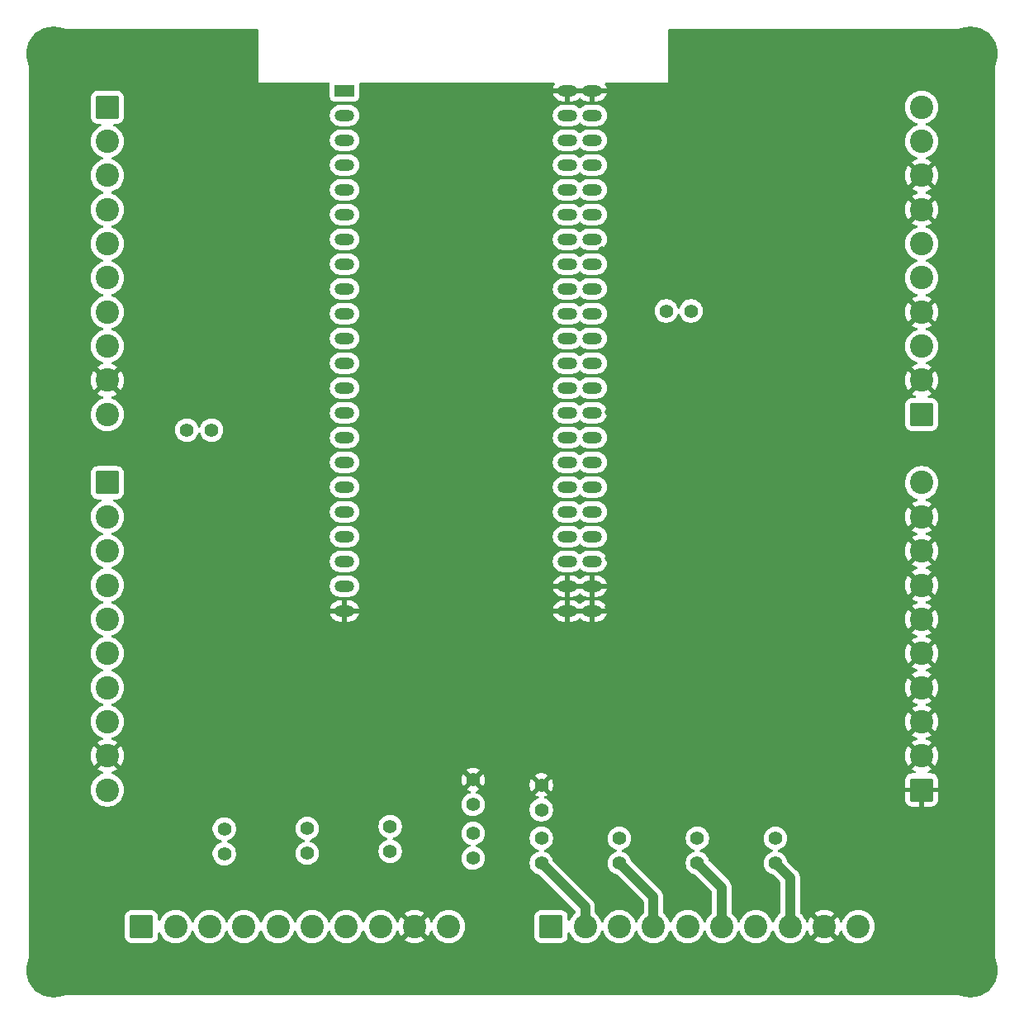
<source format=gbl>
G04 #@! TF.GenerationSoftware,KiCad,Pcbnew,9.0.3*
G04 #@! TF.CreationDate,2025-08-04T14:39:46+02:00*
G04 #@! TF.ProjectId,esp-motioncontroller,6573702d-6d6f-4746-996f-6e636f6e7472,1.0.0*
G04 #@! TF.SameCoordinates,Original*
G04 #@! TF.FileFunction,Copper,L2,Bot*
G04 #@! TF.FilePolarity,Positive*
%FSLAX46Y46*%
G04 Gerber Fmt 4.6, Leading zero omitted, Abs format (unit mm)*
G04 Created by KiCad (PCBNEW 9.0.3) date 2025-08-04 14:39:46*
%MOMM*%
%LPD*%
G01*
G04 APERTURE LIST*
G04 Aperture macros list*
%AMRoundRect*
0 Rectangle with rounded corners*
0 $1 Rounding radius*
0 $2 $3 $4 $5 $6 $7 $8 $9 X,Y pos of 4 corners*
0 Add a 4 corners polygon primitive as box body*
4,1,4,$2,$3,$4,$5,$6,$7,$8,$9,$2,$3,0*
0 Add four circle primitives for the rounded corners*
1,1,$1+$1,$2,$3*
1,1,$1+$1,$4,$5*
1,1,$1+$1,$6,$7*
1,1,$1+$1,$8,$9*
0 Add four rect primitives between the rounded corners*
20,1,$1+$1,$2,$3,$4,$5,0*
20,1,$1+$1,$4,$5,$6,$7,0*
20,1,$1+$1,$6,$7,$8,$9,0*
20,1,$1+$1,$8,$9,$2,$3,0*%
G04 Aperture macros list end*
G04 #@! TA.AperFunction,ComponentPad*
%ADD10C,5.600000*%
G04 #@! TD*
G04 #@! TA.AperFunction,ComponentPad*
%ADD11C,1.400000*%
G04 #@! TD*
G04 #@! TA.AperFunction,ComponentPad*
%ADD12RoundRect,0.250001X-0.949999X0.949999X-0.949999X-0.949999X0.949999X-0.949999X0.949999X0.949999X0*%
G04 #@! TD*
G04 #@! TA.AperFunction,ComponentPad*
%ADD13C,2.400000*%
G04 #@! TD*
G04 #@! TA.AperFunction,ComponentPad*
%ADD14R,2.000000X1.200000*%
G04 #@! TD*
G04 #@! TA.AperFunction,ComponentPad*
%ADD15O,2.000000X1.200000*%
G04 #@! TD*
G04 #@! TA.AperFunction,ComponentPad*
%ADD16RoundRect,0.250001X0.949999X-0.949999X0.949999X0.949999X-0.949999X0.949999X-0.949999X-0.949999X0*%
G04 #@! TD*
G04 #@! TA.AperFunction,ComponentPad*
%ADD17RoundRect,0.250001X-0.949999X-0.949999X0.949999X-0.949999X0.949999X0.949999X-0.949999X0.949999X0*%
G04 #@! TD*
G04 #@! TA.AperFunction,ViaPad*
%ADD18C,0.800000*%
G04 #@! TD*
G04 #@! TA.AperFunction,Conductor*
%ADD19C,1.000000*%
G04 #@! TD*
G04 APERTURE END LIST*
D10*
G04 #@! TO.P,H3,1,1*
G04 #@! TO.N,GND*
X148000000Y-141000000D03*
G04 #@! TD*
D11*
G04 #@! TO.P,JP7,1,A*
G04 #@! TO.N,GND_OPTO_IN*
X112000000Y-127460000D03*
G04 #@! TO.P,JP7,2,B*
G04 #@! TO.N,Net-(J2-Pin_4)*
X112000000Y-130000000D03*
G04 #@! TD*
D12*
G04 #@! TO.P,J4,1,Pin_1*
G04 #@! TO.N,/InputOutput/HI1_P*
X59500000Y-91000000D03*
D13*
G04 #@! TO.P,J4,2,Pin_2*
G04 #@! TO.N,/InputOutput/HI1_N*
X59500000Y-94500000D03*
G04 #@! TO.P,J4,3,Pin_3*
G04 #@! TO.N,/InputOutput/HI2_P*
X59500000Y-98000000D03*
G04 #@! TO.P,J4,4,Pin_4*
G04 #@! TO.N,/InputOutput/HI2_N*
X59500000Y-101500000D03*
G04 #@! TO.P,J4,5,Pin_5*
G04 #@! TO.N,/InputOutput/HI3_P*
X59500000Y-105000000D03*
G04 #@! TO.P,J4,6,Pin_6*
G04 #@! TO.N,/InputOutput/HI3_N*
X59500000Y-108500000D03*
G04 #@! TO.P,J4,7,Pin_7*
G04 #@! TO.N,/InputOutput/HI4_P*
X59500000Y-112000000D03*
G04 #@! TO.P,J4,8,Pin_8*
G04 #@! TO.N,/InputOutput/HI4_N*
X59500000Y-115500000D03*
G04 #@! TO.P,J4,9,Pin_9*
G04 #@! TO.N,GND*
X59500000Y-119000000D03*
G04 #@! TO.P,J4,10,Pin_10*
G04 #@! TO.N,5V*
X59500000Y-122500000D03*
G04 #@! TD*
D11*
G04 #@! TO.P,JP12,1,A*
G04 #@! TO.N,Net-(JP12-A)*
X119340000Y-73400000D03*
G04 #@! TO.P,JP12,2,B*
G04 #@! TO.N,+3.3V*
X116800000Y-73400000D03*
G04 #@! TD*
G04 #@! TO.P,JP8,1,A*
G04 #@! TO.N,GND_OPTO_OUT*
X97000000Y-126950000D03*
G04 #@! TO.P,JP8,2,B*
G04 #@! TO.N,Net-(J3-Pin_8)*
X97000000Y-129490000D03*
G04 #@! TD*
D14*
G04 #@! TO.P,U1,1,3V3*
G04 #@! TO.N,+3.3V*
X83820000Y-50800000D03*
D15*
G04 #@! TO.P,U1,2,3V3*
X83820000Y-53340000D03*
G04 #@! TO.P,U1,3,CHIP_PU*
G04 #@! TO.N,unconnected-(U1-CHIP_PU-Pad3)*
X83820000Y-55880000D03*
G04 #@! TO.P,U1,4,GPIO4/ADC1_CH3*
G04 #@! TO.N,/InputOutput/HO1*
X83820000Y-58420000D03*
G04 #@! TO.P,U1,5,GPIO5/ADC1_CH4*
G04 #@! TO.N,/InputOutput/HO2*
X83820000Y-60960000D03*
G04 #@! TO.P,U1,6,GPIO6/ADC1_CH5*
G04 #@! TO.N,/InputOutput/HO3*
X83820000Y-63500000D03*
G04 #@! TO.P,U1,7,GPIO7/ADC1_CH6*
G04 #@! TO.N,/InputOutput/HO4*
X83820000Y-66040000D03*
G04 #@! TO.P,U1,8,GPIO15/ADC2_CH4/32K_P*
G04 #@! TO.N,Net-(U1-GPIO15{slash}ADC2_CH4{slash}32K_P)*
X83820000Y-68580000D03*
G04 #@! TO.P,U1,9,GPIO16/ADC2_CH5/32K_N*
G04 #@! TO.N,Net-(U1-GPIO16{slash}ADC2_CH5{slash}32K_N)*
X83820000Y-71120000D03*
G04 #@! TO.P,U1,10,GPIO17/ADC2_CH6*
G04 #@! TO.N,/InputOutput/ENBL_HO*
X83820000Y-73660000D03*
G04 #@! TO.P,U1,11,GPIO18/ADC2_CH7*
G04 #@! TO.N,/InputOutput/OPTO_IN_MCU_4*
X83820000Y-76200000D03*
G04 #@! TO.P,U1,12,GPIO8/ADC1_CH7*
G04 #@! TO.N,/InputOutput/OPTO_IN_MCU_3*
X83820000Y-78740000D03*
G04 #@! TO.P,U1,13,GPIO3/ADC1_CH2*
G04 #@! TO.N,/InputOutput/OPTO_IN_MCU_2*
X83820000Y-81280000D03*
G04 #@! TO.P,U1,14,GPIO46*
G04 #@! TO.N,unconnected-(U1-GPIO46-Pad14)*
X83820000Y-83820000D03*
G04 #@! TO.P,U1,15,GPIO9/ADC1_CH8*
G04 #@! TO.N,/InputOutput/ENBL_HI*
X83820000Y-86360000D03*
G04 #@! TO.P,U1,16,GPIO10/ADC1_CH9*
G04 #@! TO.N,/InputOutput/HI1*
X83820000Y-88900000D03*
G04 #@! TO.P,U1,17,GPIO11/ADC2_CH0*
G04 #@! TO.N,/InputOutput/HI2*
X83820000Y-91440000D03*
G04 #@! TO.P,U1,18,GPIO12/ADC2_CH1*
G04 #@! TO.N,/InputOutput/HI3*
X83820000Y-93980000D03*
G04 #@! TO.P,U1,19,GPIO13/ADC2_CH2*
G04 #@! TO.N,/InputOutput/HI4*
X83820000Y-96520000D03*
G04 #@! TO.P,U1,20,GPIO14/ADC2_CH3*
G04 #@! TO.N,/InputOutput/OPTO_IN_MCU_1*
X83816320Y-99057280D03*
G04 #@! TO.P,U1,21,5V*
G04 #@! TO.N,Net-(JP11-A)*
X83816320Y-101597280D03*
G04 #@! TO.P,U1,22,GND*
G04 #@! TO.N,GND*
X83816320Y-104137280D03*
G04 #@! TO.P,U1,23,GND*
X106680000Y-104140000D03*
X109220000Y-104140000D03*
G04 #@! TO.P,U1,24,GND*
X106680000Y-101600000D03*
X109220000Y-101600000D03*
G04 #@! TO.P,U1,25,GPIO19/USB_D-*
G04 #@! TO.N,unconnected-(U1-GPIO19{slash}USB_D--Pad25)*
X106680000Y-99060000D03*
X109220000Y-99060000D03*
G04 #@! TO.P,U1,26,GPIO20/USB_D+*
G04 #@! TO.N,unconnected-(U1-GPIO20{slash}USB_D+-Pad26)*
X106680000Y-96520000D03*
X109220000Y-96520000D03*
G04 #@! TO.P,U1,27,GPIO21*
G04 #@! TO.N,/InputOutput/RE{slash}DE*
X106680000Y-93980000D03*
X109220000Y-93980000D03*
G04 #@! TO.P,U1,28,GPIO47*
G04 #@! TO.N,unconnected-(U1-GPIO47-Pad28)*
X106680000Y-91440000D03*
X109220000Y-91440000D03*
G04 #@! TO.P,U1,29,GPIO48*
G04 #@! TO.N,unconnected-(U1-GPIO48-Pad29)*
X106680000Y-88900000D03*
X109220000Y-88900000D03*
G04 #@! TO.P,U1,30,GPIO45*
G04 #@! TO.N,unconnected-(U1-GPIO45-Pad30)*
X106680000Y-86360000D03*
X109220000Y-86360000D03*
G04 #@! TO.P,U1,31,GPIO0*
G04 #@! TO.N,unconnected-(U1-GPIO0-Pad31)*
X106680000Y-83820000D03*
X109220000Y-83820000D03*
G04 #@! TO.P,U1,32,GPIO35*
G04 #@! TO.N,unconnected-(U1-GPIO35-Pad32)*
X106680000Y-81280000D03*
X109220000Y-81280000D03*
G04 #@! TO.P,U1,33,GPIO36*
G04 #@! TO.N,unconnected-(U1-GPIO36-Pad33)*
X106680000Y-78740000D03*
X109220000Y-78740000D03*
G04 #@! TO.P,U1,34,GPIO37*
G04 #@! TO.N,unconnected-(U1-GPIO37-Pad34)*
X106680000Y-76200000D03*
X109220000Y-76200000D03*
G04 #@! TO.P,U1,35,GPIO38*
G04 #@! TO.N,unconnected-(U1-GPIO38-Pad35)*
X106680000Y-73660000D03*
X109220000Y-73660000D03*
G04 #@! TO.P,U1,36,GPIO39/MTCK*
G04 #@! TO.N,/InputOutput/OPTO_OUT_MCU_4*
X106680000Y-71120000D03*
X109220000Y-71120000D03*
G04 #@! TO.P,U1,37,GPIO40/MTDO*
G04 #@! TO.N,/InputOutput/OPTO_OUT_MCU_3*
X106680000Y-68580000D03*
X109220000Y-68580000D03*
G04 #@! TO.P,U1,38,GPIO41/MTDI*
G04 #@! TO.N,/InputOutput/OPTO_OUT_MCU_2*
X106680000Y-66040000D03*
X109220000Y-66040000D03*
G04 #@! TO.P,U1,39,GPIO42/MTMS*
G04 #@! TO.N,/InputOutput/OPTO_OUT_MCU_1*
X106680000Y-63500000D03*
X109220000Y-63500000D03*
G04 #@! TO.P,U1,40,GPIO2/ADC1_CH1*
G04 #@! TO.N,/InputOutput/TXD*
X106680000Y-60960000D03*
X109220000Y-60960000D03*
G04 #@! TO.P,U1,41,GPIO1/ADC1_CH0*
G04 #@! TO.N,/InputOutput/RXD*
X106680000Y-58420000D03*
X109220000Y-58420000D03*
G04 #@! TO.P,U1,42,GPIO44/U0RXD*
G04 #@! TO.N,unconnected-(U1-GPIO44{slash}U0RXD-Pad42)*
X106680000Y-55880000D03*
X109220000Y-55880000D03*
G04 #@! TO.P,U1,43,GPIO43/U0TXD*
G04 #@! TO.N,unconnected-(U1-GPIO43{slash}U0TXD-Pad43)*
X106680000Y-53340000D03*
X109220000Y-53340000D03*
G04 #@! TO.P,U1,44,GND*
G04 #@! TO.N,GND*
X106680000Y-50800000D03*
X109220000Y-50800000D03*
G04 #@! TD*
D12*
G04 #@! TO.P,J6,1,Pin_1*
G04 #@! TO.N,/InputOutput/HO1_N*
X59500000Y-52500000D03*
D13*
G04 #@! TO.P,J6,2,Pin_2*
G04 #@! TO.N,/InputOutput/HO1_P*
X59500000Y-56000000D03*
G04 #@! TO.P,J6,3,Pin_3*
G04 #@! TO.N,/InputOutput/HO2_P*
X59500000Y-59500000D03*
G04 #@! TO.P,J6,4,Pin_4*
G04 #@! TO.N,/InputOutput/HO2_N*
X59500000Y-63000000D03*
G04 #@! TO.P,J6,5,Pin_5*
G04 #@! TO.N,/InputOutput/HO3_P*
X59500000Y-66500000D03*
G04 #@! TO.P,J6,6,Pin_6*
G04 #@! TO.N,/InputOutput/HO3_N*
X59500000Y-70000000D03*
G04 #@! TO.P,J6,7,Pin_7*
G04 #@! TO.N,/InputOutput/HO4_N*
X59500000Y-73500000D03*
G04 #@! TO.P,J6,8,Pin_8*
G04 #@! TO.N,/InputOutput/HO4_P*
X59500000Y-77000000D03*
G04 #@! TO.P,J6,9,Pin_9*
G04 #@! TO.N,GND*
X59500000Y-80500000D03*
G04 #@! TO.P,J6,10,Pin_10*
G04 #@! TO.N,5V*
X59500000Y-84000000D03*
G04 #@! TD*
D11*
G04 #@! TO.P,JP5,1,A*
G04 #@! TO.N,GND_OPTO_OUT*
X88500000Y-126250000D03*
G04 #@! TO.P,JP5,2,B*
G04 #@! TO.N,Net-(J3-Pin_6)*
X88500000Y-128790000D03*
G04 #@! TD*
D10*
G04 #@! TO.P,H4,1,1*
G04 #@! TO.N,GND*
X54000000Y-141000000D03*
G04 #@! TD*
G04 #@! TO.P,H1,1,1*
G04 #@! TO.N,GND*
X54000000Y-47000000D03*
G04 #@! TD*
D11*
G04 #@! TO.P,JP11,1,A*
G04 #@! TO.N,Net-(JP11-A)*
X70200000Y-85600000D03*
G04 #@! TO.P,JP11,2,B*
G04 #@! TO.N,5V*
X67660000Y-85600000D03*
G04 #@! TD*
D16*
G04 #@! TO.P,J8,1,Pin_1*
G04 #@! TO.N,GND*
X143000000Y-122500000D03*
D13*
G04 #@! TO.P,J8,2,Pin_2*
X143000000Y-119000000D03*
G04 #@! TO.P,J8,3,Pin_3*
X143000000Y-115500000D03*
G04 #@! TO.P,J8,4,Pin_4*
X143000000Y-112000000D03*
G04 #@! TO.P,J8,5,Pin_5*
X143000000Y-108500000D03*
G04 #@! TO.P,J8,6,Pin_6*
X143000000Y-105000000D03*
G04 #@! TO.P,J8,7,Pin_7*
X143000000Y-101500000D03*
G04 #@! TO.P,J8,8,Pin_8*
X143000000Y-98000000D03*
G04 #@! TO.P,J8,9,Pin_9*
X143000000Y-94500000D03*
G04 #@! TO.P,J8,10,Pin_10*
G04 #@! TO.N,5V*
X143000000Y-91000000D03*
G04 #@! TD*
D11*
G04 #@! TO.P,JP2,1,A*
G04 #@! TO.N,GND*
X104000000Y-122000000D03*
G04 #@! TO.P,JP2,2,B*
G04 #@! TO.N,GND_OPTO_IN*
X104000000Y-124540000D03*
G04 #@! TD*
G04 #@! TO.P,JP9,1,A*
G04 #@! TO.N,GND_OPTO_IN*
X120000000Y-127460000D03*
G04 #@! TO.P,JP9,2,B*
G04 #@! TO.N,Net-(J2-Pin_6)*
X120000000Y-130000000D03*
G04 #@! TD*
G04 #@! TO.P,JP10,1,A*
G04 #@! TO.N,GND_OPTO_IN*
X128000000Y-127460000D03*
G04 #@! TO.P,JP10,2,B*
G04 #@! TO.N,Net-(J2-Pin_8)*
X128000000Y-130000000D03*
G04 #@! TD*
D10*
G04 #@! TO.P,H2,1,1*
G04 #@! TO.N,GND*
X148000000Y-47000000D03*
G04 #@! TD*
D11*
G04 #@! TO.P,JP1,1,A*
G04 #@! TO.N,GND*
X97000000Y-121460000D03*
G04 #@! TO.P,JP1,2,B*
G04 #@! TO.N,GND_OPTO_OUT*
X97000000Y-124000000D03*
G04 #@! TD*
D17*
G04 #@! TO.P,J3,1,Pin_1*
G04 #@! TO.N,/InputOutput/OPTO_IN_1*
X63000000Y-136500000D03*
D13*
G04 #@! TO.P,J3,2,Pin_2*
G04 #@! TO.N,Net-(J3-Pin_2)*
X66500000Y-136500000D03*
G04 #@! TO.P,J3,3,Pin_3*
G04 #@! TO.N,/InputOutput/OPTO_IN_2*
X70000000Y-136500000D03*
G04 #@! TO.P,J3,4,Pin_4*
G04 #@! TO.N,Net-(J3-Pin_4)*
X73500000Y-136500000D03*
G04 #@! TO.P,J3,5,Pin_5*
G04 #@! TO.N,/InputOutput/OPTO_IN_3*
X77000000Y-136500000D03*
G04 #@! TO.P,J3,6,Pin_6*
G04 #@! TO.N,Net-(J3-Pin_6)*
X80500000Y-136500000D03*
G04 #@! TO.P,J3,7,Pin_7*
G04 #@! TO.N,/InputOutput/OPTO_IN_4*
X84000000Y-136500000D03*
G04 #@! TO.P,J3,8,Pin_8*
G04 #@! TO.N,Net-(J3-Pin_8)*
X87500000Y-136500000D03*
G04 #@! TO.P,J3,9,Pin_9*
G04 #@! TO.N,GND*
X91000000Y-136500000D03*
G04 #@! TO.P,J3,10,Pin_10*
G04 #@! TO.N,+VDC*
X94500000Y-136500000D03*
G04 #@! TD*
D11*
G04 #@! TO.P,JP4,1,A*
G04 #@! TO.N,GND_OPTO_OUT*
X71500000Y-126500000D03*
G04 #@! TO.P,JP4,2,B*
G04 #@! TO.N,Net-(J3-Pin_2)*
X71500000Y-129040000D03*
G04 #@! TD*
D17*
G04 #@! TO.P,J2,1,Pin_1*
G04 #@! TO.N,/InputOutput/OPTO_OUT_1*
X105000000Y-136500000D03*
D13*
G04 #@! TO.P,J2,2,Pin_2*
G04 #@! TO.N,Net-(J2-Pin_2)*
X108500000Y-136500000D03*
G04 #@! TO.P,J2,3,Pin_3*
G04 #@! TO.N,/InputOutput/OPTO_OUT_2*
X112000000Y-136500000D03*
G04 #@! TO.P,J2,4,Pin_4*
G04 #@! TO.N,Net-(J2-Pin_4)*
X115500000Y-136500000D03*
G04 #@! TO.P,J2,5,Pin_5*
G04 #@! TO.N,/InputOutput/OPTO_OUT_3*
X119000000Y-136500000D03*
G04 #@! TO.P,J2,6,Pin_6*
G04 #@! TO.N,Net-(J2-Pin_6)*
X122500000Y-136500000D03*
G04 #@! TO.P,J2,7,Pin_7*
G04 #@! TO.N,/InputOutput/OPTO_OUT_4*
X126000000Y-136500000D03*
G04 #@! TO.P,J2,8,Pin_8*
G04 #@! TO.N,Net-(J2-Pin_8)*
X129500000Y-136500000D03*
G04 #@! TO.P,J2,9,Pin_9*
G04 #@! TO.N,GND*
X133000000Y-136500000D03*
G04 #@! TO.P,J2,10,Pin_10*
G04 #@! TO.N,+VDC*
X136500000Y-136500000D03*
G04 #@! TD*
D16*
G04 #@! TO.P,J9,1,Pin_1*
G04 #@! TO.N,/InputOutput/A_P*
X143000000Y-84000000D03*
D13*
G04 #@! TO.P,J9,2,Pin_2*
G04 #@! TO.N,GND*
X143000000Y-80500000D03*
G04 #@! TO.P,J9,3,Pin_3*
G04 #@! TO.N,/InputOutput/B_N*
X143000000Y-77000000D03*
G04 #@! TO.P,J9,4,Pin_4*
G04 #@! TO.N,GND*
X143000000Y-73500000D03*
G04 #@! TO.P,J9,5,Pin_5*
G04 #@! TO.N,5V*
X143000000Y-70000000D03*
G04 #@! TO.P,J9,6,Pin_6*
X143000000Y-66500000D03*
G04 #@! TO.P,J9,7,Pin_7*
G04 #@! TO.N,GND*
X143000000Y-63000000D03*
G04 #@! TO.P,J9,8,Pin_8*
X143000000Y-59500000D03*
G04 #@! TO.P,J9,9,Pin_9*
G04 #@! TO.N,VIN*
X143000000Y-56000000D03*
G04 #@! TO.P,J9,10,Pin_10*
X143000000Y-52500000D03*
G04 #@! TD*
D11*
G04 #@! TO.P,JP3,1,A*
G04 #@! TO.N,GND_OPTO_OUT*
X80000000Y-126460000D03*
G04 #@! TO.P,JP3,2,B*
G04 #@! TO.N,Net-(J3-Pin_4)*
X80000000Y-129000000D03*
G04 #@! TD*
G04 #@! TO.P,JP6,1,A*
G04 #@! TO.N,GND_OPTO_IN*
X104000000Y-127460000D03*
G04 #@! TO.P,JP6,2,B*
G04 #@! TO.N,Net-(J2-Pin_2)*
X104000000Y-130000000D03*
G04 #@! TD*
D18*
G04 #@! TO.N,GND*
X68361857Y-107716876D03*
X85925000Y-68726880D03*
X60925000Y-133726880D03*
X100925000Y-63726880D03*
X80925000Y-138726880D03*
X95925000Y-68726880D03*
X112200000Y-57000000D03*
X92500000Y-142500000D03*
X123997039Y-62160013D03*
X105925000Y-123726880D03*
X132300000Y-63700000D03*
X81200000Y-87000000D03*
X75400000Y-96600000D03*
X76500000Y-67500000D03*
X145925000Y-123726880D03*
X78000000Y-89000000D03*
X115000000Y-126000000D03*
X61400000Y-110000000D03*
X124161444Y-63455138D03*
X140000000Y-62500000D03*
X150000000Y-90000000D03*
X90925000Y-123726880D03*
X142500000Y-45000000D03*
X59400000Y-88000000D03*
X65925000Y-78726880D03*
X105000000Y-90200000D03*
X135000000Y-142500000D03*
X132088719Y-65899865D03*
X140925000Y-128726880D03*
X63800000Y-91000000D03*
X110925000Y-83726880D03*
X125000000Y-126000000D03*
X120925000Y-113726880D03*
X95925000Y-73726880D03*
X70925000Y-123726880D03*
X135925000Y-133726880D03*
X65925000Y-138726880D03*
X137500000Y-77500000D03*
X135925000Y-83726880D03*
X131946388Y-83300000D03*
X95925000Y-78726880D03*
X77200000Y-99600000D03*
X115925000Y-103726880D03*
X130400000Y-118400000D03*
X117800000Y-79000000D03*
X52500000Y-85000000D03*
X130000000Y-45000000D03*
X68580675Y-64698052D03*
X150000000Y-80000000D03*
X75925000Y-78726880D03*
X52500000Y-117500000D03*
X104800000Y-100200000D03*
X140000000Y-142500000D03*
X135925000Y-78726880D03*
X149622791Y-135089028D03*
X86483876Y-83298488D03*
X125985960Y-67463803D03*
X65000000Y-65500000D03*
X105000000Y-52000000D03*
X52500000Y-135000000D03*
X85925000Y-103726880D03*
X110435271Y-117384951D03*
X62000000Y-70200000D03*
X133086436Y-54086436D03*
X125925000Y-123726880D03*
X135925000Y-123726880D03*
X70200000Y-69600000D03*
X114800000Y-79000000D03*
X75200000Y-108000000D03*
X63200000Y-107400000D03*
X77500000Y-117500000D03*
X114869426Y-74023346D03*
X110473900Y-64764454D03*
X75925000Y-53726880D03*
X150000000Y-117500000D03*
X52500000Y-70000000D03*
X111000000Y-60000000D03*
X87800000Y-116400000D03*
X131009626Y-63617928D03*
X123861045Y-64743911D03*
X135925000Y-103726880D03*
X147173570Y-68532709D03*
X140925000Y-48726880D03*
X110376987Y-72370813D03*
X78950554Y-66854498D03*
X85925000Y-73726880D03*
X52500000Y-102500000D03*
X68600000Y-98600000D03*
X70925000Y-88726880D03*
X135000000Y-47500000D03*
X135925000Y-108726880D03*
X123861045Y-59627113D03*
X85925000Y-123726880D03*
X150000000Y-54400000D03*
X150000000Y-105000000D03*
X64442358Y-127122372D03*
X80925000Y-78726880D03*
X63500000Y-64000000D03*
X111400000Y-51200000D03*
X95925000Y-93726880D03*
X86394843Y-95149714D03*
X135925000Y-93726880D03*
X77189952Y-66740000D03*
X129746388Y-84100000D03*
X105000000Y-142500000D03*
X80316560Y-110320221D03*
X145925000Y-98726880D03*
X86600000Y-77400000D03*
X61800000Y-73800000D03*
X62400000Y-95000000D03*
X104800000Y-120400000D03*
X113784548Y-125940644D03*
X61800000Y-101400000D03*
X81181491Y-61775042D03*
X145925000Y-63726880D03*
X75925000Y-58726880D03*
X85925000Y-113726880D03*
X133500000Y-63700000D03*
X145925000Y-113726880D03*
X79800000Y-118400000D03*
X135925000Y-98726880D03*
X77541048Y-63555693D03*
X110925000Y-123726880D03*
X115925000Y-83726880D03*
X90925000Y-58726880D03*
X100925000Y-128726880D03*
X72400000Y-115200000D03*
X140000000Y-77500000D03*
X100925000Y-113726880D03*
X150000000Y-132500000D03*
X136069858Y-72629692D03*
X150000000Y-97500000D03*
X73189790Y-51328145D03*
X111600000Y-113600000D03*
X63164271Y-100482211D03*
X137500000Y-72500000D03*
X87700000Y-119100000D03*
X66000000Y-73000000D03*
X110925000Y-133726880D03*
X145925000Y-58726880D03*
X65147724Y-68530962D03*
X70925000Y-138726880D03*
X71746221Y-60000000D03*
X64400000Y-112000000D03*
X114800000Y-118200000D03*
X79184150Y-64968424D03*
X137500000Y-45000000D03*
X86127746Y-90800000D03*
X150000000Y-72500000D03*
X130183811Y-57542670D03*
X74600000Y-108600000D03*
X90925000Y-73726880D03*
X100925000Y-58726880D03*
X124161444Y-58455138D03*
X80465278Y-75692668D03*
X67800000Y-102800000D03*
X70000000Y-91200000D03*
X132999999Y-57542670D03*
X79100000Y-119100000D03*
X52500000Y-62500000D03*
X127800000Y-78800000D03*
X57500000Y-45000000D03*
X52500000Y-55000000D03*
X140000000Y-57500000D03*
X64555000Y-98445000D03*
X76917963Y-69827300D03*
X117500000Y-55000000D03*
X79000000Y-89000000D03*
X81157059Y-121542011D03*
X127700000Y-66300000D03*
X110925000Y-98726880D03*
X95925000Y-53726880D03*
X69000000Y-117500000D03*
X80530291Y-72866629D03*
X125300000Y-66300000D03*
X100925000Y-118726880D03*
X75925000Y-73726880D03*
X104462858Y-64836108D03*
X91600000Y-82400000D03*
X79800000Y-91400000D03*
X110925000Y-103726880D03*
X77200000Y-93200000D03*
X80800000Y-93400000D03*
X104800000Y-74800000D03*
X65925000Y-88726880D03*
X55925000Y-128726880D03*
X62200000Y-112200000D03*
X95925000Y-63726880D03*
X70800000Y-118000000D03*
X126746388Y-77500000D03*
X130535742Y-89919617D03*
X52500000Y-110000000D03*
X135925000Y-63726880D03*
X145925000Y-128726880D03*
X92800000Y-114000000D03*
X123961444Y-66055138D03*
X55925000Y-123726880D03*
X115000000Y-142500000D03*
X145925000Y-73726880D03*
X150000000Y-65000000D03*
X127800000Y-84400000D03*
X66305062Y-47713663D03*
X125925000Y-113726880D03*
X55925000Y-83726880D03*
X122600000Y-118200000D03*
X95925000Y-83726880D03*
X72500000Y-45000000D03*
X63895407Y-51156027D03*
X106800000Y-118000000D03*
X120000000Y-45000000D03*
X135925000Y-118726880D03*
X145925000Y-83726880D03*
X90925000Y-63726880D03*
X85925000Y-138726880D03*
X115925000Y-93726880D03*
X72500000Y-142500000D03*
X150000000Y-122500000D03*
X135925000Y-128726880D03*
X65176738Y-60741938D03*
X125925000Y-108726880D03*
X95925000Y-113726880D03*
X58502371Y-47713663D03*
X133800000Y-127400000D03*
X140925000Y-113726880D03*
X80925000Y-53726880D03*
X115925000Y-123726880D03*
X90925000Y-98726880D03*
X120925000Y-123726880D03*
X128600000Y-120400000D03*
X100925000Y-53726880D03*
X80494477Y-74758283D03*
X60925000Y-138726880D03*
X95925000Y-108726880D03*
X120147718Y-74998682D03*
X75925000Y-138726880D03*
X140000000Y-72500000D03*
X145925000Y-108726880D03*
X110925000Y-108726880D03*
X150000000Y-137500000D03*
X80395700Y-105611387D03*
X129032137Y-74873603D03*
X81451463Y-51213399D03*
X90925000Y-108726880D03*
X120925000Y-108726880D03*
X145925000Y-103726880D03*
X122901609Y-73564364D03*
X128352018Y-73851228D03*
X74800000Y-106400000D03*
X90925000Y-93726880D03*
X104525159Y-67348926D03*
X145925000Y-93726880D03*
X73000000Y-98600000D03*
X73600000Y-110600000D03*
X134274202Y-73649244D03*
X108925159Y-114418521D03*
X115902136Y-74883937D03*
X135000000Y-67500000D03*
X52500000Y-92500000D03*
X117500000Y-60000000D03*
X100925000Y-133726880D03*
X125000000Y-45000000D03*
X60000000Y-142500000D03*
X62500000Y-142500000D03*
X137500000Y-65000000D03*
X73993008Y-47713663D03*
X81500000Y-67000000D03*
X75925000Y-123726880D03*
X64545040Y-102662372D03*
X70600000Y-113600000D03*
X132500000Y-75500000D03*
X77600000Y-114800000D03*
X55925000Y-133726880D03*
X131300000Y-75900000D03*
X68600000Y-94400000D03*
X135925000Y-48726880D03*
X85700000Y-117100000D03*
X90925000Y-88726880D03*
X95925000Y-133726880D03*
X128433864Y-67361807D03*
X85925000Y-63726880D03*
X101650000Y-92400000D03*
X70925000Y-78726880D03*
X90925000Y-138726880D03*
X86000000Y-93000000D03*
X62500000Y-45000000D03*
X82200000Y-95200000D03*
X52500000Y-77500000D03*
X130925000Y-48726880D03*
X150000000Y-127500000D03*
X140000000Y-67500000D03*
X145925000Y-118726880D03*
X115925000Y-88726880D03*
X125535742Y-89919617D03*
X150000000Y-57500000D03*
X95925000Y-98726880D03*
X94300000Y-121100000D03*
X68000000Y-60400000D03*
X131525371Y-78202638D03*
X76000000Y-69000000D03*
X82500000Y-142500000D03*
X68600000Y-115600000D03*
X94300000Y-117100000D03*
X100925000Y-123726880D03*
X75800000Y-116400000D03*
X126500000Y-66300000D03*
X60925000Y-128726880D03*
X90925000Y-103726880D03*
X65400000Y-85400000D03*
X77800000Y-106200000D03*
X67500000Y-45000000D03*
X85925000Y-58726880D03*
X135925000Y-88726880D03*
X117500000Y-45000000D03*
X82000000Y-72000000D03*
X65925000Y-108726880D03*
X72400000Y-111800000D03*
X117500000Y-65000000D03*
X113000000Y-120200000D03*
X70265000Y-119235000D03*
X69389598Y-126752066D03*
X95925000Y-58726880D03*
X93000000Y-95400000D03*
X123961444Y-60855138D03*
X117500000Y-52500000D03*
X130925000Y-123726880D03*
X130925000Y-108726880D03*
X120600000Y-120200000D03*
X121134342Y-126013190D03*
X125426009Y-74941309D03*
X110404676Y-74945932D03*
X80925000Y-123726880D03*
X145925000Y-78726880D03*
X95925000Y-88726880D03*
X120535742Y-89919617D03*
X106038714Y-125703224D03*
X62000000Y-97200000D03*
X123980040Y-75000000D03*
X62179308Y-62552267D03*
X140925000Y-103726880D03*
X101650000Y-102800000D03*
X90925000Y-68726880D03*
X140925000Y-88726880D03*
X65925000Y-123726880D03*
X52500000Y-52500000D03*
X128900000Y-66300000D03*
X110432366Y-62230869D03*
X135925000Y-113726880D03*
X72317780Y-122016852D03*
X73765729Y-70659661D03*
X70925000Y-83726880D03*
X79994390Y-59974605D03*
X133392464Y-74491119D03*
X61600000Y-103800000D03*
X67800000Y-109000000D03*
X100161645Y-105647151D03*
X140925000Y-133726880D03*
X127200000Y-81000000D03*
X150000000Y-112500000D03*
X95925000Y-103726880D03*
X105104583Y-72492545D03*
X110200000Y-67200000D03*
X115925000Y-98726880D03*
X104800000Y-85000000D03*
X115925000Y-108726880D03*
X81857530Y-67840794D03*
X125000000Y-142500000D03*
G04 #@! TD*
D19*
G04 #@! TO.N,Net-(J2-Pin_4)*
X115500000Y-136500000D02*
X115500000Y-133500000D01*
X115500000Y-133500000D02*
X112000000Y-130000000D01*
G04 #@! TO.N,Net-(J2-Pin_8)*
X129500000Y-136500000D02*
X129500000Y-131500000D01*
X129500000Y-131500000D02*
X128000000Y-130000000D01*
G04 #@! TO.N,Net-(J2-Pin_6)*
X122500000Y-132500000D02*
X120000000Y-130000000D01*
X122500000Y-136500000D02*
X122500000Y-132500000D01*
G04 #@! TO.N,Net-(J2-Pin_2)*
X108500000Y-136500000D02*
X108500000Y-134500000D01*
X108500000Y-134500000D02*
X104000000Y-130000000D01*
G04 #@! TD*
G04 #@! TA.AperFunction,Conductor*
G04 #@! TO.N,GND*
G36*
X108899920Y-103894394D02*
G01*
X108847259Y-103985606D01*
X108820000Y-104087339D01*
X108820000Y-104192661D01*
X108847259Y-104294394D01*
X108899920Y-104385606D01*
X108904314Y-104390000D01*
X106995686Y-104390000D01*
X107000080Y-104385606D01*
X107052741Y-104294394D01*
X107080000Y-104192661D01*
X107080000Y-104087339D01*
X107052741Y-103985606D01*
X107000080Y-103894394D01*
X106995686Y-103890000D01*
X108904314Y-103890000D01*
X108899920Y-103894394D01*
G37*
G04 #@! TD.AperFunction*
G04 #@! TA.AperFunction,Conductor*
G36*
X108899920Y-101354394D02*
G01*
X108847259Y-101445606D01*
X108820000Y-101547339D01*
X108820000Y-101652661D01*
X108847259Y-101754394D01*
X108899920Y-101845606D01*
X108904314Y-101850000D01*
X106995686Y-101850000D01*
X107000080Y-101845606D01*
X107052741Y-101754394D01*
X107080000Y-101652661D01*
X107080000Y-101547339D01*
X107052741Y-101445606D01*
X107000080Y-101354394D01*
X106995686Y-101350000D01*
X108904314Y-101350000D01*
X108899920Y-101354394D01*
G37*
G04 #@! TD.AperFunction*
G04 #@! TA.AperFunction,Conductor*
G36*
X74943039Y-44520185D02*
G01*
X74988794Y-44572989D01*
X75000000Y-44624500D01*
X75000000Y-50000000D01*
X82197810Y-50000000D01*
X82264849Y-50019685D01*
X82310604Y-50072489D01*
X82321099Y-50137256D01*
X82319500Y-50152119D01*
X82319500Y-51447870D01*
X82319501Y-51447876D01*
X82325908Y-51507483D01*
X82376202Y-51642328D01*
X82376206Y-51642335D01*
X82462452Y-51757544D01*
X82462455Y-51757547D01*
X82577664Y-51843793D01*
X82577671Y-51843797D01*
X82712517Y-51894091D01*
X82712516Y-51894091D01*
X82719444Y-51894835D01*
X82772127Y-51900500D01*
X84867872Y-51900499D01*
X84927483Y-51894091D01*
X85062331Y-51843796D01*
X85177546Y-51757546D01*
X85263796Y-51642331D01*
X85314091Y-51507483D01*
X85320500Y-51447873D01*
X85320499Y-50799501D01*
X85320499Y-50152129D01*
X85320499Y-50152127D01*
X85318900Y-50137253D01*
X85331306Y-50068495D01*
X85378917Y-50017358D01*
X85442190Y-50000000D01*
X105258196Y-50000000D01*
X105325235Y-50019685D01*
X105370990Y-50072489D01*
X105380934Y-50141647D01*
X105358514Y-50196885D01*
X105339198Y-50223471D01*
X105260591Y-50377744D01*
X105207085Y-50542415D01*
X105205884Y-50549999D01*
X105205885Y-50550000D01*
X106364314Y-50550000D01*
X106359920Y-50554394D01*
X106307259Y-50645606D01*
X106280000Y-50747339D01*
X106280000Y-50852661D01*
X106307259Y-50954394D01*
X106359920Y-51045606D01*
X106364314Y-51050000D01*
X105205885Y-51050000D01*
X105207085Y-51057584D01*
X105260591Y-51222255D01*
X105339195Y-51376524D01*
X105440967Y-51516602D01*
X105563397Y-51639032D01*
X105703475Y-51740804D01*
X105857742Y-51819408D01*
X106022415Y-51872914D01*
X106193429Y-51900000D01*
X106430000Y-51900000D01*
X106430000Y-51115686D01*
X106434394Y-51120080D01*
X106525606Y-51172741D01*
X106627339Y-51200000D01*
X106732661Y-51200000D01*
X106834394Y-51172741D01*
X106925606Y-51120080D01*
X106930000Y-51115686D01*
X106930000Y-51900000D01*
X107166571Y-51900000D01*
X107337584Y-51872914D01*
X107502257Y-51819408D01*
X107656524Y-51740804D01*
X107796602Y-51639032D01*
X107862319Y-51573316D01*
X107923642Y-51539831D01*
X107993334Y-51544815D01*
X108037681Y-51573316D01*
X108103397Y-51639032D01*
X108243475Y-51740804D01*
X108397742Y-51819408D01*
X108562415Y-51872914D01*
X108733429Y-51900000D01*
X108970000Y-51900000D01*
X108970000Y-51115686D01*
X108974394Y-51120080D01*
X109065606Y-51172741D01*
X109167339Y-51200000D01*
X109272661Y-51200000D01*
X109374394Y-51172741D01*
X109465606Y-51120080D01*
X109470000Y-51115686D01*
X109470000Y-51900000D01*
X109706571Y-51900000D01*
X109877584Y-51872914D01*
X110042257Y-51819408D01*
X110196524Y-51740804D01*
X110336602Y-51639032D01*
X110459032Y-51516602D01*
X110560804Y-51376524D01*
X110639408Y-51222255D01*
X110692914Y-51057584D01*
X110694115Y-51050000D01*
X109535686Y-51050000D01*
X109540080Y-51045606D01*
X109592741Y-50954394D01*
X109620000Y-50852661D01*
X109620000Y-50747339D01*
X109592741Y-50645606D01*
X109540080Y-50554394D01*
X109535686Y-50550000D01*
X110694115Y-50550000D01*
X110694115Y-50549999D01*
X110692914Y-50542415D01*
X110639408Y-50377744D01*
X110560801Y-50223471D01*
X110541486Y-50196885D01*
X110518006Y-50131079D01*
X110533832Y-50063025D01*
X110583937Y-50014330D01*
X110641804Y-50000000D01*
X117000000Y-50000000D01*
X117000000Y-44624500D01*
X117019685Y-44557461D01*
X117072489Y-44511706D01*
X117124000Y-44500500D01*
X147934108Y-44500500D01*
X147996249Y-44500500D01*
X148003736Y-44500726D01*
X148293796Y-44518271D01*
X148308657Y-44520075D01*
X148512662Y-44557461D01*
X148590798Y-44571780D01*
X148605335Y-44575363D01*
X148879172Y-44660695D01*
X148893163Y-44666000D01*
X149154743Y-44783727D01*
X149167989Y-44790680D01*
X149413465Y-44939075D01*
X149425776Y-44947573D01*
X149651573Y-45124473D01*
X149662781Y-45134403D01*
X149865596Y-45337218D01*
X149875526Y-45348426D01*
X149995481Y-45501538D01*
X150052422Y-45574217D01*
X150060928Y-45586540D01*
X150209316Y-45832004D01*
X150216275Y-45845263D01*
X150333997Y-46106831D01*
X150339306Y-46120832D01*
X150424635Y-46394663D01*
X150428219Y-46409201D01*
X150479923Y-46691340D01*
X150481728Y-46706205D01*
X150499274Y-46996263D01*
X150499500Y-47003750D01*
X150499500Y-140996249D01*
X150499274Y-141003736D01*
X150481728Y-141293794D01*
X150479923Y-141308659D01*
X150428219Y-141590798D01*
X150424635Y-141605336D01*
X150339306Y-141879167D01*
X150333997Y-141893168D01*
X150216275Y-142154736D01*
X150209316Y-142167995D01*
X150060928Y-142413459D01*
X150052422Y-142425782D01*
X149875526Y-142651573D01*
X149865596Y-142662781D01*
X149662781Y-142865596D01*
X149651573Y-142875526D01*
X149425782Y-143052422D01*
X149413459Y-143060928D01*
X149167995Y-143209316D01*
X149154736Y-143216275D01*
X148893168Y-143333997D01*
X148879167Y-143339306D01*
X148605336Y-143424635D01*
X148590798Y-143428219D01*
X148308659Y-143479923D01*
X148293794Y-143481728D01*
X148003736Y-143499274D01*
X147996249Y-143499500D01*
X54003751Y-143499500D01*
X53996264Y-143499274D01*
X53706205Y-143481728D01*
X53691340Y-143479923D01*
X53409201Y-143428219D01*
X53394663Y-143424635D01*
X53120832Y-143339306D01*
X53106831Y-143333997D01*
X52845263Y-143216275D01*
X52832004Y-143209316D01*
X52586540Y-143060928D01*
X52574217Y-143052422D01*
X52348426Y-142875526D01*
X52337218Y-142865596D01*
X52134403Y-142662781D01*
X52124473Y-142651573D01*
X51947573Y-142425776D01*
X51939075Y-142413465D01*
X51790680Y-142167989D01*
X51783727Y-142154743D01*
X51666000Y-141893163D01*
X51660693Y-141879167D01*
X51575364Y-141605336D01*
X51571780Y-141590798D01*
X51520076Y-141308659D01*
X51518271Y-141293794D01*
X51500726Y-141003736D01*
X51500500Y-140996249D01*
X51500500Y-135499984D01*
X61299500Y-135499984D01*
X61299500Y-137500015D01*
X61310000Y-137602795D01*
X61310001Y-137602797D01*
X61316904Y-137623629D01*
X61365186Y-137769335D01*
X61365187Y-137769337D01*
X61457286Y-137918651D01*
X61457289Y-137918655D01*
X61581344Y-138042710D01*
X61581348Y-138042713D01*
X61730662Y-138134812D01*
X61730664Y-138134813D01*
X61730666Y-138134814D01*
X61897203Y-138189999D01*
X61999992Y-138200500D01*
X61999997Y-138200500D01*
X64000003Y-138200500D01*
X64000008Y-138200500D01*
X64102797Y-138189999D01*
X64269334Y-138134814D01*
X64418655Y-138042711D01*
X64542711Y-137918655D01*
X64634814Y-137769334D01*
X64689999Y-137602797D01*
X64700500Y-137500008D01*
X64700500Y-137222635D01*
X64720185Y-137155596D01*
X64772989Y-137109841D01*
X64842147Y-137099897D01*
X64905703Y-137128922D01*
X64939061Y-137175183D01*
X64971590Y-137253717D01*
X64971593Y-137253722D01*
X64971595Y-137253726D01*
X65083052Y-137446774D01*
X65083057Y-137446780D01*
X65083058Y-137446782D01*
X65218751Y-137623622D01*
X65218757Y-137623629D01*
X65376370Y-137781242D01*
X65376376Y-137781247D01*
X65553226Y-137916948D01*
X65746274Y-138028405D01*
X65780812Y-138042711D01*
X65951074Y-138113236D01*
X65952219Y-138113710D01*
X66167537Y-138171404D01*
X66388543Y-138200500D01*
X66388550Y-138200500D01*
X66611450Y-138200500D01*
X66611457Y-138200500D01*
X66832463Y-138171404D01*
X67047781Y-138113710D01*
X67253726Y-138028405D01*
X67446774Y-137916948D01*
X67623624Y-137781247D01*
X67781247Y-137623624D01*
X67916948Y-137446774D01*
X68028405Y-137253726D01*
X68113710Y-137047781D01*
X68130225Y-136986142D01*
X68166590Y-136926483D01*
X68229437Y-136895954D01*
X68298812Y-136904249D01*
X68352690Y-136948734D01*
X68369773Y-136986141D01*
X68386246Y-137047617D01*
X68386290Y-137047780D01*
X68386293Y-137047790D01*
X68471591Y-137253717D01*
X68471595Y-137253726D01*
X68583052Y-137446774D01*
X68583057Y-137446780D01*
X68583058Y-137446782D01*
X68718751Y-137623622D01*
X68718757Y-137623629D01*
X68876370Y-137781242D01*
X68876376Y-137781247D01*
X69053226Y-137916948D01*
X69246274Y-138028405D01*
X69280812Y-138042711D01*
X69451074Y-138113236D01*
X69452219Y-138113710D01*
X69667537Y-138171404D01*
X69888543Y-138200500D01*
X69888550Y-138200500D01*
X70111450Y-138200500D01*
X70111457Y-138200500D01*
X70332463Y-138171404D01*
X70547781Y-138113710D01*
X70753726Y-138028405D01*
X70946774Y-137916948D01*
X71123624Y-137781247D01*
X71281247Y-137623624D01*
X71416948Y-137446774D01*
X71528405Y-137253726D01*
X71613710Y-137047781D01*
X71630225Y-136986142D01*
X71666590Y-136926483D01*
X71729437Y-136895954D01*
X71798812Y-136904249D01*
X71852690Y-136948734D01*
X71869773Y-136986141D01*
X71886246Y-137047617D01*
X71886290Y-137047780D01*
X71886293Y-137047790D01*
X71971591Y-137253717D01*
X71971595Y-137253726D01*
X72083052Y-137446774D01*
X72083057Y-137446780D01*
X72083058Y-137446782D01*
X72218751Y-137623622D01*
X72218757Y-137623629D01*
X72376370Y-137781242D01*
X72376376Y-137781247D01*
X72553226Y-137916948D01*
X72746274Y-138028405D01*
X72780812Y-138042711D01*
X72951074Y-138113236D01*
X72952219Y-138113710D01*
X73167537Y-138171404D01*
X73388543Y-138200500D01*
X73388550Y-138200500D01*
X73611450Y-138200500D01*
X73611457Y-138200500D01*
X73832463Y-138171404D01*
X74047781Y-138113710D01*
X74253726Y-138028405D01*
X74446774Y-137916948D01*
X74623624Y-137781247D01*
X74781247Y-137623624D01*
X74916948Y-137446774D01*
X75028405Y-137253726D01*
X75113710Y-137047781D01*
X75130225Y-136986142D01*
X75166590Y-136926483D01*
X75229437Y-136895954D01*
X75298812Y-136904249D01*
X75352690Y-136948734D01*
X75369773Y-136986141D01*
X75386246Y-137047617D01*
X75386290Y-137047780D01*
X75386293Y-137047790D01*
X75471591Y-137253717D01*
X75471595Y-137253726D01*
X75583052Y-137446774D01*
X75583057Y-137446780D01*
X75583058Y-137446782D01*
X75718751Y-137623622D01*
X75718757Y-137623629D01*
X75876370Y-137781242D01*
X75876376Y-137781247D01*
X76053226Y-137916948D01*
X76246274Y-138028405D01*
X76280812Y-138042711D01*
X76451074Y-138113236D01*
X76452219Y-138113710D01*
X76667537Y-138171404D01*
X76888543Y-138200500D01*
X76888550Y-138200500D01*
X77111450Y-138200500D01*
X77111457Y-138200500D01*
X77332463Y-138171404D01*
X77547781Y-138113710D01*
X77753726Y-138028405D01*
X77946774Y-137916948D01*
X78123624Y-137781247D01*
X78281247Y-137623624D01*
X78416948Y-137446774D01*
X78528405Y-137253726D01*
X78613710Y-137047781D01*
X78630225Y-136986142D01*
X78666590Y-136926483D01*
X78729437Y-136895954D01*
X78798812Y-136904249D01*
X78852690Y-136948734D01*
X78869773Y-136986141D01*
X78886246Y-137047617D01*
X78886290Y-137047780D01*
X78886293Y-137047790D01*
X78971591Y-137253717D01*
X78971595Y-137253726D01*
X79083052Y-137446774D01*
X79083057Y-137446780D01*
X79083058Y-137446782D01*
X79218751Y-137623622D01*
X79218757Y-137623629D01*
X79376370Y-137781242D01*
X79376376Y-137781247D01*
X79553226Y-137916948D01*
X79746274Y-138028405D01*
X79780812Y-138042711D01*
X79951074Y-138113236D01*
X79952219Y-138113710D01*
X80167537Y-138171404D01*
X80388543Y-138200500D01*
X80388550Y-138200500D01*
X80611450Y-138200500D01*
X80611457Y-138200500D01*
X80832463Y-138171404D01*
X81047781Y-138113710D01*
X81253726Y-138028405D01*
X81446774Y-137916948D01*
X81623624Y-137781247D01*
X81781247Y-137623624D01*
X81916948Y-137446774D01*
X82028405Y-137253726D01*
X82113710Y-137047781D01*
X82130225Y-136986142D01*
X82166590Y-136926483D01*
X82229437Y-136895954D01*
X82298812Y-136904249D01*
X82352690Y-136948734D01*
X82369773Y-136986141D01*
X82386246Y-137047617D01*
X82386290Y-137047780D01*
X82386293Y-137047790D01*
X82471591Y-137253717D01*
X82471595Y-137253726D01*
X82583052Y-137446774D01*
X82583057Y-137446780D01*
X82583058Y-137446782D01*
X82718751Y-137623622D01*
X82718757Y-137623629D01*
X82876370Y-137781242D01*
X82876376Y-137781247D01*
X83053226Y-137916948D01*
X83246274Y-138028405D01*
X83280812Y-138042711D01*
X83451074Y-138113236D01*
X83452219Y-138113710D01*
X83667537Y-138171404D01*
X83888543Y-138200500D01*
X83888550Y-138200500D01*
X84111450Y-138200500D01*
X84111457Y-138200500D01*
X84332463Y-138171404D01*
X84547781Y-138113710D01*
X84753726Y-138028405D01*
X84946774Y-137916948D01*
X85123624Y-137781247D01*
X85281247Y-137623624D01*
X85416948Y-137446774D01*
X85528405Y-137253726D01*
X85613710Y-137047781D01*
X85630225Y-136986142D01*
X85666590Y-136926483D01*
X85729437Y-136895954D01*
X85798812Y-136904249D01*
X85852690Y-136948734D01*
X85869773Y-136986141D01*
X85886246Y-137047617D01*
X85886290Y-137047780D01*
X85886293Y-137047790D01*
X85971591Y-137253717D01*
X85971595Y-137253726D01*
X86083052Y-137446774D01*
X86083057Y-137446780D01*
X86083058Y-137446782D01*
X86218751Y-137623622D01*
X86218757Y-137623629D01*
X86376370Y-137781242D01*
X86376376Y-137781247D01*
X86553226Y-137916948D01*
X86746274Y-138028405D01*
X86780812Y-138042711D01*
X86951074Y-138113236D01*
X86952219Y-138113710D01*
X87167537Y-138171404D01*
X87388543Y-138200500D01*
X87388550Y-138200500D01*
X87611450Y-138200500D01*
X87611457Y-138200500D01*
X87832463Y-138171404D01*
X88047781Y-138113710D01*
X88253726Y-138028405D01*
X88446774Y-137916948D01*
X88623624Y-137781247D01*
X88635537Y-137769334D01*
X88674550Y-137730322D01*
X88781242Y-137623629D01*
X88781247Y-137623624D01*
X88916948Y-137446774D01*
X89028405Y-137253726D01*
X89113710Y-137047781D01*
X89130484Y-136985177D01*
X89166847Y-136925519D01*
X89229694Y-136894989D01*
X89299069Y-136903283D01*
X89352948Y-136947768D01*
X89370033Y-136985178D01*
X89386764Y-137047620D01*
X89472045Y-137253502D01*
X89472054Y-137253520D01*
X89583464Y-137446491D01*
X89583473Y-137446504D01*
X89634040Y-137512403D01*
X89634043Y-137512403D01*
X90435387Y-136711059D01*
X90440889Y-136731591D01*
X90519881Y-136868408D01*
X90631592Y-136980119D01*
X90768409Y-137059111D01*
X90788940Y-137064612D01*
X89987595Y-137865955D01*
X89987595Y-137865956D01*
X90053507Y-137916533D01*
X90246485Y-138027949D01*
X90246497Y-138027954D01*
X90452381Y-138113236D01*
X90667632Y-138170911D01*
X90667645Y-138170914D01*
X90888575Y-138200000D01*
X91111425Y-138200000D01*
X91332354Y-138170914D01*
X91332367Y-138170911D01*
X91547618Y-138113236D01*
X91753502Y-138027954D01*
X91753514Y-138027949D01*
X91946498Y-137916530D01*
X92012403Y-137865957D01*
X92012404Y-137865956D01*
X91211059Y-137064612D01*
X91231591Y-137059111D01*
X91368408Y-136980119D01*
X91480119Y-136868408D01*
X91559111Y-136731591D01*
X91564612Y-136711059D01*
X92365956Y-137512404D01*
X92365957Y-137512403D01*
X92416530Y-137446498D01*
X92527949Y-137253514D01*
X92527954Y-137253502D01*
X92613236Y-137047617D01*
X92629966Y-136985180D01*
X92666330Y-136925519D01*
X92729177Y-136894989D01*
X92798552Y-136903283D01*
X92852431Y-136947768D01*
X92869515Y-136985176D01*
X92886246Y-137047617D01*
X92886291Y-137047783D01*
X92886293Y-137047790D01*
X92971591Y-137253717D01*
X92971595Y-137253726D01*
X93083052Y-137446774D01*
X93083057Y-137446780D01*
X93083058Y-137446782D01*
X93218751Y-137623622D01*
X93218757Y-137623629D01*
X93376370Y-137781242D01*
X93376376Y-137781247D01*
X93553226Y-137916948D01*
X93746274Y-138028405D01*
X93780812Y-138042711D01*
X93951074Y-138113236D01*
X93952219Y-138113710D01*
X94167537Y-138171404D01*
X94388543Y-138200500D01*
X94388550Y-138200500D01*
X94611450Y-138200500D01*
X94611457Y-138200500D01*
X94832463Y-138171404D01*
X95047781Y-138113710D01*
X95253726Y-138028405D01*
X95446774Y-137916948D01*
X95623624Y-137781247D01*
X95781247Y-137623624D01*
X95916948Y-137446774D01*
X96028405Y-137253726D01*
X96113710Y-137047781D01*
X96171404Y-136832463D01*
X96200500Y-136611457D01*
X96200500Y-136388543D01*
X96171404Y-136167537D01*
X96113710Y-135952219D01*
X96092612Y-135901285D01*
X96028406Y-135746277D01*
X96028405Y-135746274D01*
X95916948Y-135553226D01*
X95781247Y-135376376D01*
X95781242Y-135376370D01*
X95623629Y-135218757D01*
X95623622Y-135218751D01*
X95446782Y-135083058D01*
X95446780Y-135083057D01*
X95446774Y-135083052D01*
X95253726Y-134971595D01*
X95253722Y-134971593D01*
X95047790Y-134886293D01*
X95047783Y-134886291D01*
X95047781Y-134886290D01*
X94832463Y-134828596D01*
X94832457Y-134828595D01*
X94832452Y-134828594D01*
X94611466Y-134799501D01*
X94611463Y-134799500D01*
X94611457Y-134799500D01*
X94388543Y-134799500D01*
X94388537Y-134799500D01*
X94388533Y-134799501D01*
X94167547Y-134828594D01*
X94167540Y-134828595D01*
X94167537Y-134828596D01*
X94030981Y-134865186D01*
X93952219Y-134886290D01*
X93952209Y-134886293D01*
X93746277Y-134971593D01*
X93746273Y-134971595D01*
X93553226Y-135083052D01*
X93553217Y-135083058D01*
X93376377Y-135218751D01*
X93376370Y-135218757D01*
X93218757Y-135376370D01*
X93218751Y-135376377D01*
X93083058Y-135553217D01*
X93083052Y-135553226D01*
X92971595Y-135746273D01*
X92971593Y-135746277D01*
X92886293Y-135952209D01*
X92886291Y-135952216D01*
X92886290Y-135952219D01*
X92869516Y-136014820D01*
X92869516Y-136014821D01*
X92833150Y-136074482D01*
X92770303Y-136105010D01*
X92700928Y-136096715D01*
X92647050Y-136052229D01*
X92629966Y-136014819D01*
X92613236Y-135952383D01*
X92527954Y-135746497D01*
X92527949Y-135746485D01*
X92416533Y-135553507D01*
X92365956Y-135487595D01*
X92365955Y-135487595D01*
X91564612Y-136288939D01*
X91559111Y-136268409D01*
X91480119Y-136131592D01*
X91368408Y-136019881D01*
X91231591Y-135940889D01*
X91211058Y-135935387D01*
X92012403Y-135134043D01*
X92012403Y-135134040D01*
X91946504Y-135083473D01*
X91946491Y-135083464D01*
X91753520Y-134972054D01*
X91753502Y-134972045D01*
X91547618Y-134886763D01*
X91332367Y-134829088D01*
X91332354Y-134829085D01*
X91111425Y-134800000D01*
X90888575Y-134800000D01*
X90667645Y-134829085D01*
X90667632Y-134829088D01*
X90452381Y-134886763D01*
X90246497Y-134972045D01*
X90246479Y-134972054D01*
X90053511Y-135083462D01*
X89987595Y-135134042D01*
X90788941Y-135935387D01*
X90768409Y-135940889D01*
X90631592Y-136019881D01*
X90519881Y-136131592D01*
X90440889Y-136268409D01*
X90435387Y-136288940D01*
X89634042Y-135487595D01*
X89583462Y-135553511D01*
X89472054Y-135746479D01*
X89472045Y-135746497D01*
X89386764Y-135952379D01*
X89370033Y-136014821D01*
X89333667Y-136074481D01*
X89270820Y-136105010D01*
X89201445Y-136096715D01*
X89147567Y-136052229D01*
X89130484Y-136014824D01*
X89113710Y-135952219D01*
X89092612Y-135901285D01*
X89028406Y-135746277D01*
X89028405Y-135746274D01*
X88916948Y-135553226D01*
X88781247Y-135376376D01*
X88781242Y-135376370D01*
X88623629Y-135218757D01*
X88623622Y-135218751D01*
X88446782Y-135083058D01*
X88446780Y-135083057D01*
X88446774Y-135083052D01*
X88253726Y-134971595D01*
X88253722Y-134971593D01*
X88047790Y-134886293D01*
X88047783Y-134886291D01*
X88047781Y-134886290D01*
X87832463Y-134828596D01*
X87832457Y-134828595D01*
X87832452Y-134828594D01*
X87611466Y-134799501D01*
X87611463Y-134799500D01*
X87611457Y-134799500D01*
X87388543Y-134799500D01*
X87388537Y-134799500D01*
X87388533Y-134799501D01*
X87167547Y-134828594D01*
X87167540Y-134828595D01*
X87167537Y-134828596D01*
X87030981Y-134865186D01*
X86952219Y-134886290D01*
X86952209Y-134886293D01*
X86746277Y-134971593D01*
X86746273Y-134971595D01*
X86553226Y-135083052D01*
X86553217Y-135083058D01*
X86376377Y-135218751D01*
X86376370Y-135218757D01*
X86218757Y-135376370D01*
X86218751Y-135376377D01*
X86083058Y-135553217D01*
X86083052Y-135553226D01*
X85971595Y-135746273D01*
X85971593Y-135746277D01*
X85886293Y-135952209D01*
X85886291Y-135952216D01*
X85886290Y-135952219D01*
X85869774Y-136013857D01*
X85833410Y-136073516D01*
X85770563Y-136104045D01*
X85701187Y-136095750D01*
X85647309Y-136051265D01*
X85630226Y-136013858D01*
X85613710Y-135952219D01*
X85592612Y-135901285D01*
X85528406Y-135746277D01*
X85528405Y-135746274D01*
X85416948Y-135553226D01*
X85281247Y-135376376D01*
X85281242Y-135376370D01*
X85123629Y-135218757D01*
X85123622Y-135218751D01*
X84946782Y-135083058D01*
X84946780Y-135083057D01*
X84946774Y-135083052D01*
X84753726Y-134971595D01*
X84753722Y-134971593D01*
X84547790Y-134886293D01*
X84547783Y-134886291D01*
X84547781Y-134886290D01*
X84332463Y-134828596D01*
X84332457Y-134828595D01*
X84332452Y-134828594D01*
X84111466Y-134799501D01*
X84111463Y-134799500D01*
X84111457Y-134799500D01*
X83888543Y-134799500D01*
X83888537Y-134799500D01*
X83888533Y-134799501D01*
X83667547Y-134828594D01*
X83667540Y-134828595D01*
X83667537Y-134828596D01*
X83530981Y-134865186D01*
X83452219Y-134886290D01*
X83452209Y-134886293D01*
X83246277Y-134971593D01*
X83246273Y-134971595D01*
X83053226Y-135083052D01*
X83053217Y-135083058D01*
X82876377Y-135218751D01*
X82876370Y-135218757D01*
X82718757Y-135376370D01*
X82718751Y-135376377D01*
X82583058Y-135553217D01*
X82583052Y-135553226D01*
X82471595Y-135746273D01*
X82471593Y-135746277D01*
X82386293Y-135952209D01*
X82386291Y-135952216D01*
X82386290Y-135952219D01*
X82369774Y-136013857D01*
X82333410Y-136073516D01*
X82270563Y-136104045D01*
X82201187Y-136095750D01*
X82147309Y-136051265D01*
X82130226Y-136013858D01*
X82113710Y-135952219D01*
X82092612Y-135901285D01*
X82028406Y-135746277D01*
X82028405Y-135746274D01*
X81916948Y-135553226D01*
X81781247Y-135376376D01*
X81781242Y-135376370D01*
X81623629Y-135218757D01*
X81623622Y-135218751D01*
X81446782Y-135083058D01*
X81446780Y-135083057D01*
X81446774Y-135083052D01*
X81253726Y-134971595D01*
X81253722Y-134971593D01*
X81047790Y-134886293D01*
X81047783Y-134886291D01*
X81047781Y-134886290D01*
X80832463Y-134828596D01*
X80832457Y-134828595D01*
X80832452Y-134828594D01*
X80611466Y-134799501D01*
X80611463Y-134799500D01*
X80611457Y-134799500D01*
X80388543Y-134799500D01*
X80388537Y-134799500D01*
X80388533Y-134799501D01*
X80167547Y-134828594D01*
X80167540Y-134828595D01*
X80167537Y-134828596D01*
X80030981Y-134865186D01*
X79952219Y-134886290D01*
X79952209Y-134886293D01*
X79746277Y-134971593D01*
X79746273Y-134971595D01*
X79553226Y-135083052D01*
X79553217Y-135083058D01*
X79376377Y-135218751D01*
X79376370Y-135218757D01*
X79218757Y-135376370D01*
X79218751Y-135376377D01*
X79083058Y-135553217D01*
X79083052Y-135553226D01*
X78971595Y-135746273D01*
X78971593Y-135746277D01*
X78886293Y-135952209D01*
X78886291Y-135952216D01*
X78886290Y-135952219D01*
X78869774Y-136013857D01*
X78833410Y-136073516D01*
X78770563Y-136104045D01*
X78701187Y-136095750D01*
X78647309Y-136051265D01*
X78630226Y-136013858D01*
X78613710Y-135952219D01*
X78592612Y-135901285D01*
X78528406Y-135746277D01*
X78528405Y-135746274D01*
X78416948Y-135553226D01*
X78281247Y-135376376D01*
X78281242Y-135376370D01*
X78123629Y-135218757D01*
X78123622Y-135218751D01*
X77946782Y-135083058D01*
X77946780Y-135083057D01*
X77946774Y-135083052D01*
X77753726Y-134971595D01*
X77753722Y-134971593D01*
X77547790Y-134886293D01*
X77547783Y-134886291D01*
X77547781Y-134886290D01*
X77332463Y-134828596D01*
X77332457Y-134828595D01*
X77332452Y-134828594D01*
X77111466Y-134799501D01*
X77111463Y-134799500D01*
X77111457Y-134799500D01*
X76888543Y-134799500D01*
X76888537Y-134799500D01*
X76888533Y-134799501D01*
X76667547Y-134828594D01*
X76667540Y-134828595D01*
X76667537Y-134828596D01*
X76530981Y-134865186D01*
X76452219Y-134886290D01*
X76452209Y-134886293D01*
X76246277Y-134971593D01*
X76246273Y-134971595D01*
X76053226Y-135083052D01*
X76053217Y-135083058D01*
X75876377Y-135218751D01*
X75876370Y-135218757D01*
X75718757Y-135376370D01*
X75718751Y-135376377D01*
X75583058Y-135553217D01*
X75583052Y-135553226D01*
X75471595Y-135746273D01*
X75471593Y-135746277D01*
X75386293Y-135952209D01*
X75386291Y-135952216D01*
X75386290Y-135952219D01*
X75369774Y-136013857D01*
X75333410Y-136073516D01*
X75270563Y-136104045D01*
X75201187Y-136095750D01*
X75147309Y-136051265D01*
X75130226Y-136013858D01*
X75113710Y-135952219D01*
X75092612Y-135901285D01*
X75028406Y-135746277D01*
X75028405Y-135746274D01*
X74916948Y-135553226D01*
X74781247Y-135376376D01*
X74781242Y-135376370D01*
X74623629Y-135218757D01*
X74623622Y-135218751D01*
X74446782Y-135083058D01*
X74446780Y-135083057D01*
X74446774Y-135083052D01*
X74253726Y-134971595D01*
X74253722Y-134971593D01*
X74047790Y-134886293D01*
X74047783Y-134886291D01*
X74047781Y-134886290D01*
X73832463Y-134828596D01*
X73832457Y-134828595D01*
X73832452Y-134828594D01*
X73611466Y-134799501D01*
X73611463Y-134799500D01*
X73611457Y-134799500D01*
X73388543Y-134799500D01*
X73388537Y-134799500D01*
X73388533Y-134799501D01*
X73167547Y-134828594D01*
X73167540Y-134828595D01*
X73167537Y-134828596D01*
X73030981Y-134865186D01*
X72952219Y-134886290D01*
X72952209Y-134886293D01*
X72746277Y-134971593D01*
X72746273Y-134971595D01*
X72553226Y-135083052D01*
X72553217Y-135083058D01*
X72376377Y-135218751D01*
X72376370Y-135218757D01*
X72218757Y-135376370D01*
X72218751Y-135376377D01*
X72083058Y-135553217D01*
X72083052Y-135553226D01*
X71971595Y-135746273D01*
X71971593Y-135746277D01*
X71886293Y-135952209D01*
X71886291Y-135952216D01*
X71886290Y-135952219D01*
X71869774Y-136013857D01*
X71833410Y-136073516D01*
X71770563Y-136104045D01*
X71701187Y-136095750D01*
X71647309Y-136051265D01*
X71630226Y-136013858D01*
X71613710Y-135952219D01*
X71592612Y-135901285D01*
X71528406Y-135746277D01*
X71528405Y-135746274D01*
X71416948Y-135553226D01*
X71281247Y-135376376D01*
X71281242Y-135376370D01*
X71123629Y-135218757D01*
X71123622Y-135218751D01*
X70946782Y-135083058D01*
X70946780Y-135083057D01*
X70946774Y-135083052D01*
X70753726Y-134971595D01*
X70753722Y-134971593D01*
X70547790Y-134886293D01*
X70547783Y-134886291D01*
X70547781Y-134886290D01*
X70332463Y-134828596D01*
X70332457Y-134828595D01*
X70332452Y-134828594D01*
X70111466Y-134799501D01*
X70111463Y-134799500D01*
X70111457Y-134799500D01*
X69888543Y-134799500D01*
X69888537Y-134799500D01*
X69888533Y-134799501D01*
X69667547Y-134828594D01*
X69667540Y-134828595D01*
X69667537Y-134828596D01*
X69530981Y-134865186D01*
X69452219Y-134886290D01*
X69452209Y-134886293D01*
X69246277Y-134971593D01*
X69246273Y-134971595D01*
X69053226Y-135083052D01*
X69053217Y-135083058D01*
X68876377Y-135218751D01*
X68876370Y-135218757D01*
X68718757Y-135376370D01*
X68718751Y-135376377D01*
X68583058Y-135553217D01*
X68583052Y-135553226D01*
X68471595Y-135746273D01*
X68471593Y-135746277D01*
X68386293Y-135952209D01*
X68386291Y-135952216D01*
X68386290Y-135952219D01*
X68369774Y-136013857D01*
X68333410Y-136073516D01*
X68270563Y-136104045D01*
X68201187Y-136095750D01*
X68147309Y-136051265D01*
X68130226Y-136013858D01*
X68113710Y-135952219D01*
X68092612Y-135901285D01*
X68028406Y-135746277D01*
X68028405Y-135746274D01*
X67916948Y-135553226D01*
X67781247Y-135376376D01*
X67781242Y-135376370D01*
X67623629Y-135218757D01*
X67623622Y-135218751D01*
X67446782Y-135083058D01*
X67446780Y-135083057D01*
X67446774Y-135083052D01*
X67253726Y-134971595D01*
X67253722Y-134971593D01*
X67047790Y-134886293D01*
X67047783Y-134886291D01*
X67047781Y-134886290D01*
X66832463Y-134828596D01*
X66832457Y-134828595D01*
X66832452Y-134828594D01*
X66611466Y-134799501D01*
X66611463Y-134799500D01*
X66611457Y-134799500D01*
X66388543Y-134799500D01*
X66388537Y-134799500D01*
X66388533Y-134799501D01*
X66167547Y-134828594D01*
X66167540Y-134828595D01*
X66167537Y-134828596D01*
X66030981Y-134865186D01*
X65952219Y-134886290D01*
X65952209Y-134886293D01*
X65746277Y-134971593D01*
X65746273Y-134971595D01*
X65553226Y-135083052D01*
X65553217Y-135083058D01*
X65376377Y-135218751D01*
X65376370Y-135218757D01*
X65218757Y-135376370D01*
X65218751Y-135376377D01*
X65083058Y-135553217D01*
X65083052Y-135553226D01*
X64971595Y-135746273D01*
X64971593Y-135746277D01*
X64939061Y-135824817D01*
X64895220Y-135879220D01*
X64828926Y-135901285D01*
X64761226Y-135884006D01*
X64713616Y-135832868D01*
X64700500Y-135777364D01*
X64700500Y-135499997D01*
X64700499Y-135499984D01*
X64699233Y-135487595D01*
X64689999Y-135397203D01*
X64634814Y-135230666D01*
X64627468Y-135218757D01*
X64542713Y-135081348D01*
X64542710Y-135081344D01*
X64418655Y-134957289D01*
X64418651Y-134957286D01*
X64269337Y-134865187D01*
X64269335Y-134865186D01*
X64186065Y-134837593D01*
X64102797Y-134810001D01*
X64102795Y-134810000D01*
X64000015Y-134799500D01*
X64000008Y-134799500D01*
X61999992Y-134799500D01*
X61999984Y-134799500D01*
X61897204Y-134810000D01*
X61897203Y-134810001D01*
X61730664Y-134865186D01*
X61730662Y-134865187D01*
X61581348Y-134957286D01*
X61581344Y-134957289D01*
X61457289Y-135081344D01*
X61457286Y-135081348D01*
X61365187Y-135230662D01*
X61365186Y-135230664D01*
X61310001Y-135397203D01*
X61310000Y-135397204D01*
X61299500Y-135499984D01*
X51500500Y-135499984D01*
X51500500Y-126405513D01*
X70299500Y-126405513D01*
X70299500Y-126594486D01*
X70329059Y-126781118D01*
X70387454Y-126960836D01*
X70452859Y-127089199D01*
X70473240Y-127129199D01*
X70584310Y-127282073D01*
X70717927Y-127415690D01*
X70870801Y-127526760D01*
X70925207Y-127554481D01*
X71039163Y-127612545D01*
X71039165Y-127612545D01*
X71039168Y-127612547D01*
X71128734Y-127641649D01*
X71160803Y-127652069D01*
X71218478Y-127691507D01*
X71245676Y-127755866D01*
X71233761Y-127824712D01*
X71186516Y-127876188D01*
X71160803Y-127887931D01*
X71039163Y-127927454D01*
X70870800Y-128013240D01*
X70802939Y-128062545D01*
X70717927Y-128124310D01*
X70717925Y-128124312D01*
X70717924Y-128124312D01*
X70584312Y-128257924D01*
X70584312Y-128257925D01*
X70584310Y-128257927D01*
X70572115Y-128274712D01*
X70473240Y-128410800D01*
X70387454Y-128579163D01*
X70329059Y-128758881D01*
X70299500Y-128945513D01*
X70299500Y-129134486D01*
X70329059Y-129321118D01*
X70387454Y-129500836D01*
X70452859Y-129629199D01*
X70473240Y-129669199D01*
X70584310Y-129822073D01*
X70717927Y-129955690D01*
X70870801Y-130066760D01*
X70925207Y-130094481D01*
X71039163Y-130152545D01*
X71039165Y-130152545D01*
X71039168Y-130152547D01*
X71135497Y-130183846D01*
X71218881Y-130210940D01*
X71405514Y-130240500D01*
X71405519Y-130240500D01*
X71594486Y-130240500D01*
X71781118Y-130210940D01*
X71960832Y-130152547D01*
X72129199Y-130066760D01*
X72282073Y-129955690D01*
X72415690Y-129822073D01*
X72526760Y-129669199D01*
X72612547Y-129500832D01*
X72670940Y-129321118D01*
X72677275Y-129281118D01*
X72700500Y-129134486D01*
X72700500Y-128945513D01*
X72670940Y-128758881D01*
X72643778Y-128675288D01*
X72612547Y-128579168D01*
X72612545Y-128579165D01*
X72612545Y-128579163D01*
X72526759Y-128410800D01*
X72415690Y-128257927D01*
X72282073Y-128124310D01*
X72129199Y-128013240D01*
X72118766Y-128007924D01*
X71960836Y-127927454D01*
X71886472Y-127903291D01*
X71839195Y-127887930D01*
X71781521Y-127848493D01*
X71754323Y-127784134D01*
X71766238Y-127715288D01*
X71813482Y-127663812D01*
X71839194Y-127652069D01*
X71960832Y-127612547D01*
X72129199Y-127526760D01*
X72282073Y-127415690D01*
X72415690Y-127282073D01*
X72526760Y-127129199D01*
X72612547Y-126960832D01*
X72670940Y-126781118D01*
X72682071Y-126710839D01*
X72700500Y-126594486D01*
X72700500Y-126405514D01*
X72696466Y-126380046D01*
X72696466Y-126380045D01*
X72694164Y-126365513D01*
X78799500Y-126365513D01*
X78799500Y-126554486D01*
X78829059Y-126741118D01*
X78887454Y-126920836D01*
X78973240Y-127089199D01*
X79084310Y-127242073D01*
X79217927Y-127375690D01*
X79370801Y-127486760D01*
X79408299Y-127505866D01*
X79539163Y-127572545D01*
X79539165Y-127572545D01*
X79539168Y-127572547D01*
X79591344Y-127589500D01*
X79660803Y-127612069D01*
X79718478Y-127651507D01*
X79745676Y-127715866D01*
X79733761Y-127784712D01*
X79686516Y-127836188D01*
X79660803Y-127847931D01*
X79539163Y-127887454D01*
X79370800Y-127973240D01*
X79315746Y-128013240D01*
X79217927Y-128084310D01*
X79217925Y-128084312D01*
X79217924Y-128084312D01*
X79084312Y-128217924D01*
X79084312Y-128217925D01*
X79084310Y-128217927D01*
X79055250Y-128257925D01*
X78973240Y-128370800D01*
X78887454Y-128539163D01*
X78829059Y-128718881D01*
X78799500Y-128905513D01*
X78799500Y-129094486D01*
X78829059Y-129281118D01*
X78887454Y-129460836D01*
X78973240Y-129629199D01*
X79084310Y-129782073D01*
X79217927Y-129915690D01*
X79370801Y-130026760D01*
X79449304Y-130066759D01*
X79539163Y-130112545D01*
X79539165Y-130112545D01*
X79539168Y-130112547D01*
X79635497Y-130143846D01*
X79718881Y-130170940D01*
X79905514Y-130200500D01*
X79905519Y-130200500D01*
X80094486Y-130200500D01*
X80281118Y-130170940D01*
X80337725Y-130152547D01*
X80460832Y-130112547D01*
X80629199Y-130026760D01*
X80782073Y-129915690D01*
X80915690Y-129782073D01*
X81026760Y-129629199D01*
X81112547Y-129460832D01*
X81170940Y-129281118D01*
X81175737Y-129250832D01*
X81200500Y-129094486D01*
X81200500Y-128905513D01*
X81170940Y-128718881D01*
X81123965Y-128574310D01*
X81112547Y-128539168D01*
X81112545Y-128539165D01*
X81112545Y-128539163D01*
X81047140Y-128410800D01*
X81026760Y-128370801D01*
X80915690Y-128217927D01*
X80782073Y-128084310D01*
X80629199Y-127973240D01*
X80460836Y-127887454D01*
X80340926Y-127848493D01*
X80339195Y-127847930D01*
X80281521Y-127808493D01*
X80254323Y-127744134D01*
X80266238Y-127675288D01*
X80313482Y-127623812D01*
X80339194Y-127612069D01*
X80460832Y-127572547D01*
X80629199Y-127486760D01*
X80782073Y-127375690D01*
X80915690Y-127242073D01*
X81026760Y-127089199D01*
X81112547Y-126920832D01*
X81170940Y-126741118D01*
X81175737Y-126710832D01*
X81200500Y-126554486D01*
X81200500Y-126365513D01*
X81170940Y-126178881D01*
X81163347Y-126155513D01*
X87299500Y-126155513D01*
X87299500Y-126344486D01*
X87329059Y-126531118D01*
X87387454Y-126710836D01*
X87448580Y-126830801D01*
X87473240Y-126879199D01*
X87584310Y-127032073D01*
X87717927Y-127165690D01*
X87870801Y-127276760D01*
X87950347Y-127317290D01*
X88039163Y-127362545D01*
X88039165Y-127362545D01*
X88039168Y-127362547D01*
X88079618Y-127375690D01*
X88160803Y-127402069D01*
X88218478Y-127441507D01*
X88245676Y-127505866D01*
X88233761Y-127574712D01*
X88186516Y-127626188D01*
X88160803Y-127637931D01*
X88039163Y-127677454D01*
X87870800Y-127763240D01*
X87808516Y-127808493D01*
X87717927Y-127874310D01*
X87717925Y-127874312D01*
X87717924Y-127874312D01*
X87584312Y-128007924D01*
X87584312Y-128007925D01*
X87584310Y-128007927D01*
X87580450Y-128013240D01*
X87473240Y-128160800D01*
X87387454Y-128329163D01*
X87329059Y-128508881D01*
X87299500Y-128695513D01*
X87299500Y-128884486D01*
X87329059Y-129071118D01*
X87387454Y-129250836D01*
X87448580Y-129370801D01*
X87473240Y-129419199D01*
X87584310Y-129572073D01*
X87717927Y-129705690D01*
X87870801Y-129816760D01*
X87950347Y-129857290D01*
X88039163Y-129902545D01*
X88039165Y-129902545D01*
X88039168Y-129902547D01*
X88079618Y-129915690D01*
X88218881Y-129960940D01*
X88405514Y-129990500D01*
X88405519Y-129990500D01*
X88594486Y-129990500D01*
X88781118Y-129960940D01*
X88797285Y-129955687D01*
X88960832Y-129902547D01*
X89129199Y-129816760D01*
X89282073Y-129705690D01*
X89415690Y-129572073D01*
X89526760Y-129419199D01*
X89612547Y-129250832D01*
X89670940Y-129071118D01*
X89677585Y-129029163D01*
X89700500Y-128884486D01*
X89700500Y-128695513D01*
X89670940Y-128508881D01*
X89612545Y-128329163D01*
X89555866Y-128217925D01*
X89526760Y-128160801D01*
X89415690Y-128007927D01*
X89282073Y-127874310D01*
X89129199Y-127763240D01*
X89114727Y-127755866D01*
X88960836Y-127677454D01*
X88880979Y-127651507D01*
X88839195Y-127637930D01*
X88781521Y-127598493D01*
X88754323Y-127534134D01*
X88766238Y-127465288D01*
X88813482Y-127413812D01*
X88839194Y-127402069D01*
X88960832Y-127362547D01*
X89129199Y-127276760D01*
X89282073Y-127165690D01*
X89415690Y-127032073D01*
X89526760Y-126879199D01*
X89538829Y-126855513D01*
X95799500Y-126855513D01*
X95799500Y-127044486D01*
X95829059Y-127231118D01*
X95887454Y-127410836D01*
X95960648Y-127554486D01*
X95973240Y-127579199D01*
X96084310Y-127732073D01*
X96217927Y-127865690D01*
X96370801Y-127976760D01*
X96431964Y-128007924D01*
X96539163Y-128062545D01*
X96539165Y-128062545D01*
X96539168Y-128062547D01*
X96621194Y-128089199D01*
X96660803Y-128102069D01*
X96718478Y-128141507D01*
X96745676Y-128205866D01*
X96733761Y-128274712D01*
X96686516Y-128326188D01*
X96660803Y-128337931D01*
X96539163Y-128377454D01*
X96370800Y-128463240D01*
X96307982Y-128508881D01*
X96217927Y-128574310D01*
X96217925Y-128574312D01*
X96217924Y-128574312D01*
X96084312Y-128707924D01*
X96084312Y-128707925D01*
X96084310Y-128707927D01*
X96076351Y-128718882D01*
X95973240Y-128860800D01*
X95887454Y-129029163D01*
X95829059Y-129208881D01*
X95799500Y-129395513D01*
X95799500Y-129584486D01*
X95829059Y-129771118D01*
X95887454Y-129950836D01*
X95960648Y-130094486D01*
X95973240Y-130119199D01*
X96084310Y-130272073D01*
X96217927Y-130405690D01*
X96370801Y-130516760D01*
X96450347Y-130557290D01*
X96539163Y-130602545D01*
X96539165Y-130602545D01*
X96539168Y-130602547D01*
X96621194Y-130629199D01*
X96718881Y-130660940D01*
X96905514Y-130690500D01*
X96905519Y-130690500D01*
X97094486Y-130690500D01*
X97281118Y-130660940D01*
X97460832Y-130602547D01*
X97629199Y-130516760D01*
X97782073Y-130405690D01*
X97915690Y-130272073D01*
X98026760Y-130119199D01*
X98112547Y-129950832D01*
X98170940Y-129771118D01*
X98200500Y-129584486D01*
X98200500Y-129395513D01*
X98170940Y-129208881D01*
X98133770Y-129094486D01*
X98112547Y-129029168D01*
X98112545Y-129029165D01*
X98112545Y-129029163D01*
X98038828Y-128884486D01*
X98026760Y-128860801D01*
X97915690Y-128707927D01*
X97782073Y-128574310D01*
X97629199Y-128463240D01*
X97460836Y-128377454D01*
X97386472Y-128353291D01*
X97339195Y-128337930D01*
X97281521Y-128298493D01*
X97254323Y-128234134D01*
X97266238Y-128165288D01*
X97313482Y-128113812D01*
X97339194Y-128102069D01*
X97460832Y-128062547D01*
X97629199Y-127976760D01*
X97782073Y-127865690D01*
X97915690Y-127732073D01*
X98026760Y-127579199D01*
X98112547Y-127410832D01*
X98127272Y-127365513D01*
X102799500Y-127365513D01*
X102799500Y-127554486D01*
X102829059Y-127741118D01*
X102887454Y-127920836D01*
X102934537Y-128013240D01*
X102973240Y-128089199D01*
X103084310Y-128242073D01*
X103217927Y-128375690D01*
X103370801Y-128486760D01*
X103414216Y-128508881D01*
X103539163Y-128572545D01*
X103539165Y-128572545D01*
X103539168Y-128572547D01*
X103628734Y-128601649D01*
X103660803Y-128612069D01*
X103718478Y-128651507D01*
X103745676Y-128715866D01*
X103733761Y-128784712D01*
X103686516Y-128836188D01*
X103660803Y-128847931D01*
X103539163Y-128887454D01*
X103370800Y-128973240D01*
X103293830Y-129029163D01*
X103217927Y-129084310D01*
X103217925Y-129084312D01*
X103217924Y-129084312D01*
X103084312Y-129217924D01*
X103084312Y-129217925D01*
X103084310Y-129217927D01*
X103060403Y-129250832D01*
X102973240Y-129370800D01*
X102887454Y-129539163D01*
X102829059Y-129718881D01*
X102799500Y-129905513D01*
X102799500Y-130094486D01*
X102829059Y-130281118D01*
X102887454Y-130460836D01*
X102959659Y-130602545D01*
X102973240Y-130629199D01*
X103084310Y-130782073D01*
X103217927Y-130915690D01*
X103370801Y-131026760D01*
X103450347Y-131067290D01*
X103539163Y-131112545D01*
X103539165Y-131112545D01*
X103539168Y-131112547D01*
X103718882Y-131170940D01*
X103721177Y-131171303D01*
X103723212Y-131171626D01*
X103786348Y-131201554D01*
X103791499Y-131206419D01*
X107463181Y-134878101D01*
X107477884Y-134905028D01*
X107494477Y-134930847D01*
X107495368Y-134937047D01*
X107496666Y-134939424D01*
X107499500Y-134965782D01*
X107499500Y-135063126D01*
X107479815Y-135130165D01*
X107450987Y-135161502D01*
X107376370Y-135218757D01*
X107218757Y-135376370D01*
X107218751Y-135376377D01*
X107083058Y-135553217D01*
X107083052Y-135553226D01*
X106971595Y-135746273D01*
X106971593Y-135746277D01*
X106939061Y-135824817D01*
X106895220Y-135879220D01*
X106828926Y-135901285D01*
X106761226Y-135884006D01*
X106713616Y-135832868D01*
X106700500Y-135777364D01*
X106700500Y-135499997D01*
X106700499Y-135499984D01*
X106699233Y-135487595D01*
X106689999Y-135397203D01*
X106634814Y-135230666D01*
X106627468Y-135218757D01*
X106542713Y-135081348D01*
X106542710Y-135081344D01*
X106418655Y-134957289D01*
X106418651Y-134957286D01*
X106269337Y-134865187D01*
X106269335Y-134865186D01*
X106186065Y-134837593D01*
X106102797Y-134810001D01*
X106102795Y-134810000D01*
X106000015Y-134799500D01*
X106000008Y-134799500D01*
X103999992Y-134799500D01*
X103999984Y-134799500D01*
X103897204Y-134810000D01*
X103897203Y-134810001D01*
X103730664Y-134865186D01*
X103730662Y-134865187D01*
X103581348Y-134957286D01*
X103581344Y-134957289D01*
X103457289Y-135081344D01*
X103457286Y-135081348D01*
X103365187Y-135230662D01*
X103365186Y-135230664D01*
X103310001Y-135397203D01*
X103310000Y-135397204D01*
X103299500Y-135499984D01*
X103299500Y-137500015D01*
X103310000Y-137602795D01*
X103310001Y-137602797D01*
X103316904Y-137623629D01*
X103365186Y-137769335D01*
X103365187Y-137769337D01*
X103457286Y-137918651D01*
X103457289Y-137918655D01*
X103581344Y-138042710D01*
X103581348Y-138042713D01*
X103730662Y-138134812D01*
X103730664Y-138134813D01*
X103730666Y-138134814D01*
X103897203Y-138189999D01*
X103999992Y-138200500D01*
X103999997Y-138200500D01*
X106000003Y-138200500D01*
X106000008Y-138200500D01*
X106102797Y-138189999D01*
X106269334Y-138134814D01*
X106418655Y-138042711D01*
X106542711Y-137918655D01*
X106634814Y-137769334D01*
X106689999Y-137602797D01*
X106700500Y-137500008D01*
X106700500Y-137222635D01*
X106720185Y-137155596D01*
X106772989Y-137109841D01*
X106842147Y-137099897D01*
X106905703Y-137128922D01*
X106939061Y-137175183D01*
X106971590Y-137253717D01*
X106971593Y-137253722D01*
X106971595Y-137253726D01*
X107083052Y-137446774D01*
X107083057Y-137446780D01*
X107083058Y-137446782D01*
X107218751Y-137623622D01*
X107218757Y-137623629D01*
X107376370Y-137781242D01*
X107376376Y-137781247D01*
X107553226Y-137916948D01*
X107746274Y-138028405D01*
X107780812Y-138042711D01*
X107951074Y-138113236D01*
X107952219Y-138113710D01*
X108167537Y-138171404D01*
X108388543Y-138200500D01*
X108388550Y-138200500D01*
X108611450Y-138200500D01*
X108611457Y-138200500D01*
X108832463Y-138171404D01*
X109047781Y-138113710D01*
X109253726Y-138028405D01*
X109446774Y-137916948D01*
X109623624Y-137781247D01*
X109781247Y-137623624D01*
X109916948Y-137446774D01*
X110028405Y-137253726D01*
X110113710Y-137047781D01*
X110130225Y-136986142D01*
X110166590Y-136926483D01*
X110229437Y-136895954D01*
X110298812Y-136904249D01*
X110352690Y-136948734D01*
X110369773Y-136986141D01*
X110386246Y-137047617D01*
X110386290Y-137047780D01*
X110386293Y-137047790D01*
X110471591Y-137253717D01*
X110471595Y-137253726D01*
X110583052Y-137446774D01*
X110583057Y-137446780D01*
X110583058Y-137446782D01*
X110718751Y-137623622D01*
X110718757Y-137623629D01*
X110876370Y-137781242D01*
X110876376Y-137781247D01*
X111053226Y-137916948D01*
X111246274Y-138028405D01*
X111280812Y-138042711D01*
X111451074Y-138113236D01*
X111452219Y-138113710D01*
X111667537Y-138171404D01*
X111888543Y-138200500D01*
X111888550Y-138200500D01*
X112111450Y-138200500D01*
X112111457Y-138200500D01*
X112332463Y-138171404D01*
X112547781Y-138113710D01*
X112753726Y-138028405D01*
X112946774Y-137916948D01*
X113123624Y-137781247D01*
X113281247Y-137623624D01*
X113416948Y-137446774D01*
X113528405Y-137253726D01*
X113613710Y-137047781D01*
X113630225Y-136986142D01*
X113666590Y-136926483D01*
X113729437Y-136895954D01*
X113798812Y-136904249D01*
X113852690Y-136948734D01*
X113869773Y-136986141D01*
X113886246Y-137047617D01*
X113886290Y-137047780D01*
X113886293Y-137047790D01*
X113971591Y-137253717D01*
X113971595Y-137253726D01*
X114083052Y-137446774D01*
X114083057Y-137446780D01*
X114083058Y-137446782D01*
X114218751Y-137623622D01*
X114218757Y-137623629D01*
X114376370Y-137781242D01*
X114376376Y-137781247D01*
X114553226Y-137916948D01*
X114746274Y-138028405D01*
X114780812Y-138042711D01*
X114951074Y-138113236D01*
X114952219Y-138113710D01*
X115167537Y-138171404D01*
X115388543Y-138200500D01*
X115388550Y-138200500D01*
X115611450Y-138200500D01*
X115611457Y-138200500D01*
X115832463Y-138171404D01*
X116047781Y-138113710D01*
X116253726Y-138028405D01*
X116446774Y-137916948D01*
X116623624Y-137781247D01*
X116781247Y-137623624D01*
X116916948Y-137446774D01*
X117028405Y-137253726D01*
X117113710Y-137047781D01*
X117130225Y-136986142D01*
X117166590Y-136926483D01*
X117229437Y-136895954D01*
X117298812Y-136904249D01*
X117352690Y-136948734D01*
X117369773Y-136986141D01*
X117386246Y-137047617D01*
X117386290Y-137047780D01*
X117386293Y-137047790D01*
X117471591Y-137253717D01*
X117471595Y-137253726D01*
X117583052Y-137446774D01*
X117583057Y-137446780D01*
X117583058Y-137446782D01*
X117718751Y-137623622D01*
X117718757Y-137623629D01*
X117876370Y-137781242D01*
X117876376Y-137781247D01*
X118053226Y-137916948D01*
X118246274Y-138028405D01*
X118280812Y-138042711D01*
X118451074Y-138113236D01*
X118452219Y-138113710D01*
X118667537Y-138171404D01*
X118888543Y-138200500D01*
X118888550Y-138200500D01*
X119111450Y-138200500D01*
X119111457Y-138200500D01*
X119332463Y-138171404D01*
X119547781Y-138113710D01*
X119753726Y-138028405D01*
X119946774Y-137916948D01*
X120123624Y-137781247D01*
X120281247Y-137623624D01*
X120416948Y-137446774D01*
X120528405Y-137253726D01*
X120613710Y-137047781D01*
X120630225Y-136986142D01*
X120666590Y-136926483D01*
X120729437Y-136895954D01*
X120798812Y-136904249D01*
X120852690Y-136948734D01*
X120869773Y-136986141D01*
X120886246Y-137047617D01*
X120886290Y-137047780D01*
X120886293Y-137047790D01*
X120971591Y-137253717D01*
X120971595Y-137253726D01*
X121083052Y-137446774D01*
X121083057Y-137446780D01*
X121083058Y-137446782D01*
X121218751Y-137623622D01*
X121218757Y-137623629D01*
X121376370Y-137781242D01*
X121376376Y-137781247D01*
X121553226Y-137916948D01*
X121746274Y-138028405D01*
X121780812Y-138042711D01*
X121951074Y-138113236D01*
X121952219Y-138113710D01*
X122167537Y-138171404D01*
X122388543Y-138200500D01*
X122388550Y-138200500D01*
X122611450Y-138200500D01*
X122611457Y-138200500D01*
X122832463Y-138171404D01*
X123047781Y-138113710D01*
X123253726Y-138028405D01*
X123446774Y-137916948D01*
X123623624Y-137781247D01*
X123781247Y-137623624D01*
X123916948Y-137446774D01*
X124028405Y-137253726D01*
X124113710Y-137047781D01*
X124130225Y-136986142D01*
X124166590Y-136926483D01*
X124229437Y-136895954D01*
X124298812Y-136904249D01*
X124352690Y-136948734D01*
X124369773Y-136986141D01*
X124386246Y-137047617D01*
X124386290Y-137047780D01*
X124386293Y-137047790D01*
X124471591Y-137253717D01*
X124471595Y-137253726D01*
X124583052Y-137446774D01*
X124583057Y-137446780D01*
X124583058Y-137446782D01*
X124718751Y-137623622D01*
X124718757Y-137623629D01*
X124876370Y-137781242D01*
X124876376Y-137781247D01*
X125053226Y-137916948D01*
X125246274Y-138028405D01*
X125280812Y-138042711D01*
X125451074Y-138113236D01*
X125452219Y-138113710D01*
X125667537Y-138171404D01*
X125888543Y-138200500D01*
X125888550Y-138200500D01*
X126111450Y-138200500D01*
X126111457Y-138200500D01*
X126332463Y-138171404D01*
X126547781Y-138113710D01*
X126753726Y-138028405D01*
X126946774Y-137916948D01*
X127123624Y-137781247D01*
X127281247Y-137623624D01*
X127416948Y-137446774D01*
X127528405Y-137253726D01*
X127613710Y-137047781D01*
X127630225Y-136986142D01*
X127666590Y-136926483D01*
X127729437Y-136895954D01*
X127798812Y-136904249D01*
X127852690Y-136948734D01*
X127869773Y-136986141D01*
X127886246Y-137047617D01*
X127886290Y-137047780D01*
X127886293Y-137047790D01*
X127971591Y-137253717D01*
X127971595Y-137253726D01*
X128083052Y-137446774D01*
X128083057Y-137446780D01*
X128083058Y-137446782D01*
X128218751Y-137623622D01*
X128218757Y-137623629D01*
X128376370Y-137781242D01*
X128376376Y-137781247D01*
X128553226Y-137916948D01*
X128746274Y-138028405D01*
X128780812Y-138042711D01*
X128951074Y-138113236D01*
X128952219Y-138113710D01*
X129167537Y-138171404D01*
X129388543Y-138200500D01*
X129388550Y-138200500D01*
X129611450Y-138200500D01*
X129611457Y-138200500D01*
X129832463Y-138171404D01*
X130047781Y-138113710D01*
X130253726Y-138028405D01*
X130446774Y-137916948D01*
X130623624Y-137781247D01*
X130635537Y-137769334D01*
X130674550Y-137730322D01*
X130781242Y-137623629D01*
X130781247Y-137623624D01*
X130916948Y-137446774D01*
X131028405Y-137253726D01*
X131113710Y-137047781D01*
X131130484Y-136985177D01*
X131166847Y-136925519D01*
X131229694Y-136894989D01*
X131299069Y-136903283D01*
X131352948Y-136947768D01*
X131370033Y-136985178D01*
X131386764Y-137047620D01*
X131472045Y-137253502D01*
X131472054Y-137253520D01*
X131583464Y-137446491D01*
X131583473Y-137446504D01*
X131634040Y-137512403D01*
X131634043Y-137512403D01*
X132435387Y-136711059D01*
X132440889Y-136731591D01*
X132519881Y-136868408D01*
X132631592Y-136980119D01*
X132768409Y-137059111D01*
X132788940Y-137064612D01*
X131987595Y-137865955D01*
X131987595Y-137865956D01*
X132053507Y-137916533D01*
X132246485Y-138027949D01*
X132246497Y-138027954D01*
X132452381Y-138113236D01*
X132667632Y-138170911D01*
X132667645Y-138170914D01*
X132888575Y-138200000D01*
X133111425Y-138200000D01*
X133332354Y-138170914D01*
X133332367Y-138170911D01*
X133547618Y-138113236D01*
X133753502Y-138027954D01*
X133753514Y-138027949D01*
X133946498Y-137916530D01*
X134012403Y-137865957D01*
X134012404Y-137865956D01*
X133211059Y-137064612D01*
X133231591Y-137059111D01*
X133368408Y-136980119D01*
X133480119Y-136868408D01*
X133559111Y-136731591D01*
X133564612Y-136711059D01*
X134365956Y-137512404D01*
X134365957Y-137512403D01*
X134416530Y-137446498D01*
X134527949Y-137253514D01*
X134527954Y-137253502D01*
X134613236Y-137047617D01*
X134629966Y-136985180D01*
X134666330Y-136925519D01*
X134729177Y-136894989D01*
X134798552Y-136903283D01*
X134852431Y-136947768D01*
X134869515Y-136985176D01*
X134886246Y-137047617D01*
X134886291Y-137047783D01*
X134886293Y-137047790D01*
X134971591Y-137253717D01*
X134971595Y-137253726D01*
X135083052Y-137446774D01*
X135083057Y-137446780D01*
X135083058Y-137446782D01*
X135218751Y-137623622D01*
X135218757Y-137623629D01*
X135376370Y-137781242D01*
X135376376Y-137781247D01*
X135553226Y-137916948D01*
X135746274Y-138028405D01*
X135780812Y-138042711D01*
X135951074Y-138113236D01*
X135952219Y-138113710D01*
X136167537Y-138171404D01*
X136388543Y-138200500D01*
X136388550Y-138200500D01*
X136611450Y-138200500D01*
X136611457Y-138200500D01*
X136832463Y-138171404D01*
X137047781Y-138113710D01*
X137253726Y-138028405D01*
X137446774Y-137916948D01*
X137623624Y-137781247D01*
X137781247Y-137623624D01*
X137916948Y-137446774D01*
X138028405Y-137253726D01*
X138113710Y-137047781D01*
X138171404Y-136832463D01*
X138200500Y-136611457D01*
X138200500Y-136388543D01*
X138171404Y-136167537D01*
X138113710Y-135952219D01*
X138092612Y-135901285D01*
X138028406Y-135746277D01*
X138028405Y-135746274D01*
X137916948Y-135553226D01*
X137781247Y-135376376D01*
X137781242Y-135376370D01*
X137623629Y-135218757D01*
X137623622Y-135218751D01*
X137446782Y-135083058D01*
X137446780Y-135083057D01*
X137446774Y-135083052D01*
X137253726Y-134971595D01*
X137253722Y-134971593D01*
X137047790Y-134886293D01*
X137047783Y-134886291D01*
X137047781Y-134886290D01*
X136832463Y-134828596D01*
X136832457Y-134828595D01*
X136832452Y-134828594D01*
X136611466Y-134799501D01*
X136611463Y-134799500D01*
X136611457Y-134799500D01*
X136388543Y-134799500D01*
X136388537Y-134799500D01*
X136388533Y-134799501D01*
X136167547Y-134828594D01*
X136167540Y-134828595D01*
X136167537Y-134828596D01*
X136030981Y-134865186D01*
X135952219Y-134886290D01*
X135952209Y-134886293D01*
X135746277Y-134971593D01*
X135746273Y-134971595D01*
X135553226Y-135083052D01*
X135553217Y-135083058D01*
X135376377Y-135218751D01*
X135376370Y-135218757D01*
X135218757Y-135376370D01*
X135218751Y-135376377D01*
X135083058Y-135553217D01*
X135083052Y-135553226D01*
X134971595Y-135746273D01*
X134971593Y-135746277D01*
X134886293Y-135952209D01*
X134886291Y-135952216D01*
X134886290Y-135952219D01*
X134869516Y-136014820D01*
X134869516Y-136014821D01*
X134833150Y-136074482D01*
X134770303Y-136105010D01*
X134700928Y-136096715D01*
X134647050Y-136052229D01*
X134629966Y-136014819D01*
X134613236Y-135952383D01*
X134527954Y-135746497D01*
X134527949Y-135746485D01*
X134416533Y-135553507D01*
X134365956Y-135487595D01*
X134365955Y-135487595D01*
X133564612Y-136288939D01*
X133559111Y-136268409D01*
X133480119Y-136131592D01*
X133368408Y-136019881D01*
X133231591Y-135940889D01*
X133211058Y-135935387D01*
X134012403Y-135134043D01*
X134012403Y-135134040D01*
X133946504Y-135083473D01*
X133946491Y-135083464D01*
X133753520Y-134972054D01*
X133753502Y-134972045D01*
X133547618Y-134886763D01*
X133332367Y-134829088D01*
X133332354Y-134829085D01*
X133111425Y-134800000D01*
X132888575Y-134800000D01*
X132667645Y-134829085D01*
X132667632Y-134829088D01*
X132452381Y-134886763D01*
X132246497Y-134972045D01*
X132246479Y-134972054D01*
X132053511Y-135083462D01*
X131987595Y-135134042D01*
X132788941Y-135935387D01*
X132768409Y-135940889D01*
X132631592Y-136019881D01*
X132519881Y-136131592D01*
X132440889Y-136268409D01*
X132435387Y-136288940D01*
X131634042Y-135487595D01*
X131583462Y-135553511D01*
X131472054Y-135746479D01*
X131472045Y-135746497D01*
X131386764Y-135952379D01*
X131370033Y-136014821D01*
X131333667Y-136074481D01*
X131270820Y-136105010D01*
X131201445Y-136096715D01*
X131147567Y-136052229D01*
X131130484Y-136014824D01*
X131113710Y-135952219D01*
X131092612Y-135901285D01*
X131028406Y-135746277D01*
X131028405Y-135746274D01*
X130916948Y-135553226D01*
X130781247Y-135376376D01*
X130781242Y-135376370D01*
X130677771Y-135272899D01*
X130677763Y-135272892D01*
X130623624Y-135218753D01*
X130546188Y-135159334D01*
X130543482Y-135156999D01*
X130526394Y-135130525D01*
X130507811Y-135105074D01*
X130507013Y-135100497D01*
X130505592Y-135098295D01*
X130505580Y-135092273D01*
X130500500Y-135063126D01*
X130500500Y-131401456D01*
X130462052Y-131208170D01*
X130462051Y-131208169D01*
X130462051Y-131208165D01*
X130422445Y-131112547D01*
X130386635Y-131026092D01*
X130386628Y-131026079D01*
X130277140Y-130862219D01*
X130277139Y-130862218D01*
X130137782Y-130722861D01*
X130137781Y-130722860D01*
X129206418Y-129791498D01*
X129172934Y-129730176D01*
X129171626Y-129723212D01*
X129170940Y-129718884D01*
X129170940Y-129718882D01*
X129112547Y-129539168D01*
X129112545Y-129539165D01*
X129112545Y-129539163D01*
X129026759Y-129370800D01*
X128915690Y-129217927D01*
X128782073Y-129084310D01*
X128629199Y-128973240D01*
X128460836Y-128887454D01*
X128378803Y-128860800D01*
X128339195Y-128847930D01*
X128281521Y-128808493D01*
X128254323Y-128744134D01*
X128266238Y-128675288D01*
X128313482Y-128623812D01*
X128339194Y-128612069D01*
X128460832Y-128572547D01*
X128629199Y-128486760D01*
X128782073Y-128375690D01*
X128915690Y-128242073D01*
X129026760Y-128089199D01*
X129112547Y-127920832D01*
X129170940Y-127741118D01*
X129172373Y-127732073D01*
X129200500Y-127554486D01*
X129200500Y-127365513D01*
X129170940Y-127178881D01*
X129123239Y-127032074D01*
X129112547Y-126999168D01*
X129112545Y-126999165D01*
X129112545Y-126999163D01*
X129026759Y-126830800D01*
X129000278Y-126794352D01*
X128915690Y-126677927D01*
X128782073Y-126544310D01*
X128629199Y-126433240D01*
X128460836Y-126347454D01*
X128281118Y-126289059D01*
X128094486Y-126259500D01*
X128094481Y-126259500D01*
X127905519Y-126259500D01*
X127905514Y-126259500D01*
X127718881Y-126289059D01*
X127539163Y-126347454D01*
X127370800Y-126433240D01*
X127293830Y-126489163D01*
X127217927Y-126544310D01*
X127217925Y-126544312D01*
X127217924Y-126544312D01*
X127084312Y-126677924D01*
X127084312Y-126677925D01*
X127084310Y-126677927D01*
X127060403Y-126710832D01*
X126973240Y-126830800D01*
X126887454Y-126999163D01*
X126829059Y-127178881D01*
X126799500Y-127365513D01*
X126799500Y-127554486D01*
X126829059Y-127741118D01*
X126887454Y-127920836D01*
X126934537Y-128013240D01*
X126973240Y-128089199D01*
X127084310Y-128242073D01*
X127217927Y-128375690D01*
X127370801Y-128486760D01*
X127414216Y-128508881D01*
X127539163Y-128572545D01*
X127539165Y-128572545D01*
X127539168Y-128572547D01*
X127628734Y-128601649D01*
X127660803Y-128612069D01*
X127718478Y-128651507D01*
X127745676Y-128715866D01*
X127733761Y-128784712D01*
X127686516Y-128836188D01*
X127660803Y-128847931D01*
X127539163Y-128887454D01*
X127370800Y-128973240D01*
X127293830Y-129029163D01*
X127217927Y-129084310D01*
X127217925Y-129084312D01*
X127217924Y-129084312D01*
X127084312Y-129217924D01*
X127084312Y-129217925D01*
X127084310Y-129217927D01*
X127060403Y-129250832D01*
X126973240Y-129370800D01*
X126887454Y-129539163D01*
X126829059Y-129718881D01*
X126799500Y-129905513D01*
X126799500Y-130094486D01*
X126829059Y-130281118D01*
X126887454Y-130460836D01*
X126959659Y-130602545D01*
X126973240Y-130629199D01*
X127084310Y-130782073D01*
X127217927Y-130915690D01*
X127370801Y-131026760D01*
X127450347Y-131067290D01*
X127539163Y-131112545D01*
X127539165Y-131112545D01*
X127539168Y-131112547D01*
X127718882Y-131170940D01*
X127721177Y-131171303D01*
X127723212Y-131171626D01*
X127786348Y-131201554D01*
X127791499Y-131206419D01*
X128463181Y-131878101D01*
X128496666Y-131939424D01*
X128499500Y-131965782D01*
X128499500Y-135063126D01*
X128479815Y-135130165D01*
X128450987Y-135161502D01*
X128376370Y-135218757D01*
X128218757Y-135376370D01*
X128218751Y-135376377D01*
X128083058Y-135553217D01*
X128083052Y-135553226D01*
X127971595Y-135746273D01*
X127971593Y-135746277D01*
X127886293Y-135952209D01*
X127886291Y-135952216D01*
X127886290Y-135952219D01*
X127869774Y-136013857D01*
X127833410Y-136073516D01*
X127770563Y-136104045D01*
X127701187Y-136095750D01*
X127647309Y-136051265D01*
X127630226Y-136013858D01*
X127613710Y-135952219D01*
X127592612Y-135901285D01*
X127528406Y-135746277D01*
X127528405Y-135746274D01*
X127416948Y-135553226D01*
X127281247Y-135376376D01*
X127281242Y-135376370D01*
X127123629Y-135218757D01*
X127123622Y-135218751D01*
X126946782Y-135083058D01*
X126946780Y-135083057D01*
X126946774Y-135083052D01*
X126753726Y-134971595D01*
X126753722Y-134971593D01*
X126547790Y-134886293D01*
X126547783Y-134886291D01*
X126547781Y-134886290D01*
X126332463Y-134828596D01*
X126332457Y-134828595D01*
X126332452Y-134828594D01*
X126111466Y-134799501D01*
X126111463Y-134799500D01*
X126111457Y-134799500D01*
X125888543Y-134799500D01*
X125888537Y-134799500D01*
X125888533Y-134799501D01*
X125667547Y-134828594D01*
X125667540Y-134828595D01*
X125667537Y-134828596D01*
X125530981Y-134865186D01*
X125452219Y-134886290D01*
X125452209Y-134886293D01*
X125246277Y-134971593D01*
X125246273Y-134971595D01*
X125053226Y-135083052D01*
X125053217Y-135083058D01*
X124876377Y-135218751D01*
X124876370Y-135218757D01*
X124718757Y-135376370D01*
X124718751Y-135376377D01*
X124583058Y-135553217D01*
X124583052Y-135553226D01*
X124471595Y-135746273D01*
X124471593Y-135746277D01*
X124386293Y-135952209D01*
X124386291Y-135952216D01*
X124386290Y-135952219D01*
X124369774Y-136013857D01*
X124333410Y-136073516D01*
X124270563Y-136104045D01*
X124201187Y-136095750D01*
X124147309Y-136051265D01*
X124130226Y-136013858D01*
X124113710Y-135952219D01*
X124092612Y-135901285D01*
X124028406Y-135746277D01*
X124028405Y-135746274D01*
X123916948Y-135553226D01*
X123781247Y-135376376D01*
X123781242Y-135376370D01*
X123623629Y-135218757D01*
X123549013Y-135161502D01*
X123507811Y-135105074D01*
X123500500Y-135063126D01*
X123500500Y-132401456D01*
X123462052Y-132208170D01*
X123462051Y-132208169D01*
X123462051Y-132208165D01*
X123462049Y-132208160D01*
X123386635Y-132026092D01*
X123386628Y-132026079D01*
X123277139Y-131862218D01*
X123277136Y-131862214D01*
X123134686Y-131719764D01*
X123134655Y-131719735D01*
X121206419Y-129791499D01*
X121172934Y-129730176D01*
X121171626Y-129723212D01*
X121170940Y-129718884D01*
X121170940Y-129718882D01*
X121112547Y-129539168D01*
X121112545Y-129539165D01*
X121112545Y-129539163D01*
X121026759Y-129370800D01*
X120915690Y-129217927D01*
X120782073Y-129084310D01*
X120629199Y-128973240D01*
X120460836Y-128887454D01*
X120378803Y-128860800D01*
X120339195Y-128847930D01*
X120281521Y-128808493D01*
X120254323Y-128744134D01*
X120266238Y-128675288D01*
X120313482Y-128623812D01*
X120339194Y-128612069D01*
X120460832Y-128572547D01*
X120629199Y-128486760D01*
X120782073Y-128375690D01*
X120915690Y-128242073D01*
X121026760Y-128089199D01*
X121112547Y-127920832D01*
X121170940Y-127741118D01*
X121172373Y-127732073D01*
X121200500Y-127554486D01*
X121200500Y-127365513D01*
X121170940Y-127178881D01*
X121123239Y-127032074D01*
X121112547Y-126999168D01*
X121112545Y-126999165D01*
X121112545Y-126999163D01*
X121026759Y-126830800D01*
X121000278Y-126794352D01*
X120915690Y-126677927D01*
X120782073Y-126544310D01*
X120629199Y-126433240D01*
X120460836Y-126347454D01*
X120281118Y-126289059D01*
X120094486Y-126259500D01*
X120094481Y-126259500D01*
X119905519Y-126259500D01*
X119905514Y-126259500D01*
X119718881Y-126289059D01*
X119539163Y-126347454D01*
X119370800Y-126433240D01*
X119293830Y-126489163D01*
X119217927Y-126544310D01*
X119217925Y-126544312D01*
X119217924Y-126544312D01*
X119084312Y-126677924D01*
X119084312Y-126677925D01*
X119084310Y-126677927D01*
X119060403Y-126710832D01*
X118973240Y-126830800D01*
X118887454Y-126999163D01*
X118829059Y-127178881D01*
X118799500Y-127365513D01*
X118799500Y-127554486D01*
X118829059Y-127741118D01*
X118887454Y-127920836D01*
X118934537Y-128013240D01*
X118973240Y-128089199D01*
X119084310Y-128242073D01*
X119217927Y-128375690D01*
X119370801Y-128486760D01*
X119414216Y-128508881D01*
X119539163Y-128572545D01*
X119539165Y-128572545D01*
X119539168Y-128572547D01*
X119628734Y-128601649D01*
X119660803Y-128612069D01*
X119718478Y-128651507D01*
X119745676Y-128715866D01*
X119733761Y-128784712D01*
X119686516Y-128836188D01*
X119660803Y-128847931D01*
X119539163Y-128887454D01*
X119370800Y-128973240D01*
X119293830Y-129029163D01*
X119217927Y-129084310D01*
X119217925Y-129084312D01*
X119217924Y-129084312D01*
X119084312Y-129217924D01*
X119084312Y-129217925D01*
X119084310Y-129217927D01*
X119060403Y-129250832D01*
X118973240Y-129370800D01*
X118887454Y-129539163D01*
X118829059Y-129718881D01*
X118799500Y-129905513D01*
X118799500Y-130094486D01*
X118829059Y-130281118D01*
X118887454Y-130460836D01*
X118959659Y-130602545D01*
X118973240Y-130629199D01*
X119084310Y-130782073D01*
X119217927Y-130915690D01*
X119370801Y-131026760D01*
X119450347Y-131067290D01*
X119539163Y-131112545D01*
X119539165Y-131112545D01*
X119539168Y-131112547D01*
X119718882Y-131170940D01*
X119721177Y-131171303D01*
X119723212Y-131171626D01*
X119786348Y-131201554D01*
X119791499Y-131206419D01*
X121463181Y-132878101D01*
X121496666Y-132939424D01*
X121499500Y-132965782D01*
X121499500Y-135063126D01*
X121479815Y-135130165D01*
X121450987Y-135161502D01*
X121376370Y-135218757D01*
X121218757Y-135376370D01*
X121218751Y-135376377D01*
X121083058Y-135553217D01*
X121083052Y-135553226D01*
X120971595Y-135746273D01*
X120971593Y-135746277D01*
X120886293Y-135952209D01*
X120886291Y-135952216D01*
X120886290Y-135952219D01*
X120869774Y-136013857D01*
X120833410Y-136073516D01*
X120770563Y-136104045D01*
X120701187Y-136095750D01*
X120647309Y-136051265D01*
X120630226Y-136013858D01*
X120613710Y-135952219D01*
X120592612Y-135901285D01*
X120528406Y-135746277D01*
X120528405Y-135746274D01*
X120416948Y-135553226D01*
X120281247Y-135376376D01*
X120281242Y-135376370D01*
X120123629Y-135218757D01*
X120123622Y-135218751D01*
X119946782Y-135083058D01*
X119946780Y-135083057D01*
X119946774Y-135083052D01*
X119753726Y-134971595D01*
X119753722Y-134971593D01*
X119547790Y-134886293D01*
X119547783Y-134886291D01*
X119547781Y-134886290D01*
X119332463Y-134828596D01*
X119332457Y-134828595D01*
X119332452Y-134828594D01*
X119111466Y-134799501D01*
X119111463Y-134799500D01*
X119111457Y-134799500D01*
X118888543Y-134799500D01*
X118888537Y-134799500D01*
X118888533Y-134799501D01*
X118667547Y-134828594D01*
X118667540Y-134828595D01*
X118667537Y-134828596D01*
X118530981Y-134865186D01*
X118452219Y-134886290D01*
X118452209Y-134886293D01*
X118246277Y-134971593D01*
X118246273Y-134971595D01*
X118053226Y-135083052D01*
X118053217Y-135083058D01*
X117876377Y-135218751D01*
X117876370Y-135218757D01*
X117718757Y-135376370D01*
X117718751Y-135376377D01*
X117583058Y-135553217D01*
X117583052Y-135553226D01*
X117471595Y-135746273D01*
X117471593Y-135746277D01*
X117386293Y-135952209D01*
X117386291Y-135952216D01*
X117386290Y-135952219D01*
X117369774Y-136013857D01*
X117333410Y-136073516D01*
X117270563Y-136104045D01*
X117201187Y-136095750D01*
X117147309Y-136051265D01*
X117130226Y-136013858D01*
X117113710Y-135952219D01*
X117092612Y-135901285D01*
X117028406Y-135746277D01*
X117028405Y-135746274D01*
X116916948Y-135553226D01*
X116781247Y-135376376D01*
X116781242Y-135376370D01*
X116623629Y-135218757D01*
X116549013Y-135161502D01*
X116507811Y-135105074D01*
X116500500Y-135063126D01*
X116500500Y-133401456D01*
X116500499Y-133401454D01*
X116462052Y-133208171D01*
X116462051Y-133208164D01*
X116430811Y-133132745D01*
X116386632Y-133026086D01*
X116346338Y-132965782D01*
X116277140Y-132862219D01*
X116277139Y-132862218D01*
X116137782Y-132722861D01*
X116137781Y-132722860D01*
X113206418Y-129791498D01*
X113172934Y-129730176D01*
X113171626Y-129723212D01*
X113170940Y-129718884D01*
X113170940Y-129718882D01*
X113112547Y-129539168D01*
X113112545Y-129539165D01*
X113112545Y-129539163D01*
X113026759Y-129370800D01*
X112915690Y-129217927D01*
X112782073Y-129084310D01*
X112629199Y-128973240D01*
X112460836Y-128887454D01*
X112378803Y-128860800D01*
X112339195Y-128847930D01*
X112281521Y-128808493D01*
X112254323Y-128744134D01*
X112266238Y-128675288D01*
X112313482Y-128623812D01*
X112339194Y-128612069D01*
X112460832Y-128572547D01*
X112629199Y-128486760D01*
X112782073Y-128375690D01*
X112915690Y-128242073D01*
X113026760Y-128089199D01*
X113112547Y-127920832D01*
X113170940Y-127741118D01*
X113172373Y-127732073D01*
X113200500Y-127554486D01*
X113200500Y-127365513D01*
X113170940Y-127178881D01*
X113123239Y-127032074D01*
X113112547Y-126999168D01*
X113112545Y-126999165D01*
X113112545Y-126999163D01*
X113026759Y-126830800D01*
X113000278Y-126794352D01*
X112915690Y-126677927D01*
X112782073Y-126544310D01*
X112629199Y-126433240D01*
X112460836Y-126347454D01*
X112281118Y-126289059D01*
X112094486Y-126259500D01*
X112094481Y-126259500D01*
X111905519Y-126259500D01*
X111905514Y-126259500D01*
X111718881Y-126289059D01*
X111539163Y-126347454D01*
X111370800Y-126433240D01*
X111293830Y-126489163D01*
X111217927Y-126544310D01*
X111217925Y-126544312D01*
X111217924Y-126544312D01*
X111084312Y-126677924D01*
X111084312Y-126677925D01*
X111084310Y-126677927D01*
X111060403Y-126710832D01*
X110973240Y-126830800D01*
X110887454Y-126999163D01*
X110829059Y-127178881D01*
X110799500Y-127365513D01*
X110799500Y-127554486D01*
X110829059Y-127741118D01*
X110887454Y-127920836D01*
X110934537Y-128013240D01*
X110973240Y-128089199D01*
X111084310Y-128242073D01*
X111217927Y-128375690D01*
X111370801Y-128486760D01*
X111414216Y-128508881D01*
X111539163Y-128572545D01*
X111539165Y-128572545D01*
X111539168Y-128572547D01*
X111628734Y-128601649D01*
X111660803Y-128612069D01*
X111718478Y-128651507D01*
X111745676Y-128715866D01*
X111733761Y-128784712D01*
X111686516Y-128836188D01*
X111660803Y-128847931D01*
X111539163Y-128887454D01*
X111370800Y-128973240D01*
X111293830Y-129029163D01*
X111217927Y-129084310D01*
X111217925Y-129084312D01*
X111217924Y-129084312D01*
X111084312Y-129217924D01*
X111084312Y-129217925D01*
X111084310Y-129217927D01*
X111060403Y-129250832D01*
X110973240Y-129370800D01*
X110887454Y-129539163D01*
X110829059Y-129718881D01*
X110799500Y-129905513D01*
X110799500Y-130094486D01*
X110829059Y-130281118D01*
X110887454Y-130460836D01*
X110959659Y-130602545D01*
X110973240Y-130629199D01*
X111084310Y-130782073D01*
X111217927Y-130915690D01*
X111370801Y-131026760D01*
X111450347Y-131067290D01*
X111539163Y-131112545D01*
X111539165Y-131112545D01*
X111539168Y-131112547D01*
X111718882Y-131170940D01*
X111721177Y-131171303D01*
X111723212Y-131171626D01*
X111786348Y-131201554D01*
X111791499Y-131206419D01*
X114463181Y-133878101D01*
X114496666Y-133939424D01*
X114499500Y-133965782D01*
X114499500Y-135063126D01*
X114479815Y-135130165D01*
X114450987Y-135161502D01*
X114376370Y-135218757D01*
X114218757Y-135376370D01*
X114218751Y-135376377D01*
X114083058Y-135553217D01*
X114083052Y-135553226D01*
X113971595Y-135746273D01*
X113971593Y-135746277D01*
X113886293Y-135952209D01*
X113886291Y-135952216D01*
X113886290Y-135952219D01*
X113869774Y-136013857D01*
X113833410Y-136073516D01*
X113770563Y-136104045D01*
X113701187Y-136095750D01*
X113647309Y-136051265D01*
X113630226Y-136013858D01*
X113613710Y-135952219D01*
X113592612Y-135901285D01*
X113528406Y-135746277D01*
X113528405Y-135746274D01*
X113416948Y-135553226D01*
X113281247Y-135376376D01*
X113281242Y-135376370D01*
X113123629Y-135218757D01*
X113123622Y-135218751D01*
X112946782Y-135083058D01*
X112946780Y-135083057D01*
X112946774Y-135083052D01*
X112753726Y-134971595D01*
X112753722Y-134971593D01*
X112547790Y-134886293D01*
X112547783Y-134886291D01*
X112547781Y-134886290D01*
X112332463Y-134828596D01*
X112332457Y-134828595D01*
X112332452Y-134828594D01*
X112111466Y-134799501D01*
X112111463Y-134799500D01*
X112111457Y-134799500D01*
X111888543Y-134799500D01*
X111888537Y-134799500D01*
X111888533Y-134799501D01*
X111667547Y-134828594D01*
X111667540Y-134828595D01*
X111667537Y-134828596D01*
X111530981Y-134865186D01*
X111452219Y-134886290D01*
X111452209Y-134886293D01*
X111246277Y-134971593D01*
X111246273Y-134971595D01*
X111053226Y-135083052D01*
X111053217Y-135083058D01*
X110876377Y-135218751D01*
X110876370Y-135218757D01*
X110718757Y-135376370D01*
X110718751Y-135376377D01*
X110583058Y-135553217D01*
X110583052Y-135553226D01*
X110471595Y-135746273D01*
X110471593Y-135746277D01*
X110386293Y-135952209D01*
X110386291Y-135952216D01*
X110386290Y-135952219D01*
X110369774Y-136013857D01*
X110333410Y-136073516D01*
X110270563Y-136104045D01*
X110201187Y-136095750D01*
X110147309Y-136051265D01*
X110130226Y-136013858D01*
X110113710Y-135952219D01*
X110092612Y-135901285D01*
X110028406Y-135746277D01*
X110028405Y-135746274D01*
X109916948Y-135553226D01*
X109781247Y-135376376D01*
X109781242Y-135376370D01*
X109623629Y-135218757D01*
X109549013Y-135161502D01*
X109507811Y-135105074D01*
X109500500Y-135063126D01*
X109500500Y-134401456D01*
X109462052Y-134208170D01*
X109462051Y-134208169D01*
X109462051Y-134208165D01*
X109462049Y-134208160D01*
X109386635Y-134026092D01*
X109386628Y-134026079D01*
X109277139Y-133862218D01*
X109277136Y-133862214D01*
X109134686Y-133719764D01*
X109134655Y-133719735D01*
X105206419Y-129791499D01*
X105172934Y-129730176D01*
X105171626Y-129723212D01*
X105170940Y-129718884D01*
X105170940Y-129718882D01*
X105112547Y-129539168D01*
X105112545Y-129539165D01*
X105112545Y-129539163D01*
X105026759Y-129370800D01*
X104915690Y-129217927D01*
X104782073Y-129084310D01*
X104629199Y-128973240D01*
X104460836Y-128887454D01*
X104378803Y-128860800D01*
X104339195Y-128847930D01*
X104281521Y-128808493D01*
X104254323Y-128744134D01*
X104266238Y-128675288D01*
X104313482Y-128623812D01*
X104339194Y-128612069D01*
X104460832Y-128572547D01*
X104629199Y-128486760D01*
X104782073Y-128375690D01*
X104915690Y-128242073D01*
X105026760Y-128089199D01*
X105112547Y-127920832D01*
X105170940Y-127741118D01*
X105172373Y-127732073D01*
X105200500Y-127554486D01*
X105200500Y-127365513D01*
X105170940Y-127178881D01*
X105123239Y-127032074D01*
X105112547Y-126999168D01*
X105112545Y-126999165D01*
X105112545Y-126999163D01*
X105026759Y-126830800D01*
X105000278Y-126794352D01*
X104915690Y-126677927D01*
X104782073Y-126544310D01*
X104629199Y-126433240D01*
X104460836Y-126347454D01*
X104281118Y-126289059D01*
X104094486Y-126259500D01*
X104094481Y-126259500D01*
X103905519Y-126259500D01*
X103905514Y-126259500D01*
X103718881Y-126289059D01*
X103539163Y-126347454D01*
X103370800Y-126433240D01*
X103293830Y-126489163D01*
X103217927Y-126544310D01*
X103217925Y-126544312D01*
X103217924Y-126544312D01*
X103084312Y-126677924D01*
X103084312Y-126677925D01*
X103084310Y-126677927D01*
X103060403Y-126710832D01*
X102973240Y-126830800D01*
X102887454Y-126999163D01*
X102829059Y-127178881D01*
X102799500Y-127365513D01*
X98127272Y-127365513D01*
X98170940Y-127231118D01*
X98179213Y-127178882D01*
X98200500Y-127044486D01*
X98200500Y-126855513D01*
X98170940Y-126668881D01*
X98133770Y-126554486D01*
X98112547Y-126489168D01*
X98112545Y-126489165D01*
X98112545Y-126489163D01*
X98038828Y-126344486D01*
X98026760Y-126320801D01*
X97915690Y-126167927D01*
X97782073Y-126034310D01*
X97629199Y-125923240D01*
X97460836Y-125837454D01*
X97281118Y-125779059D01*
X97094486Y-125749500D01*
X97094481Y-125749500D01*
X96905519Y-125749500D01*
X96905514Y-125749500D01*
X96718881Y-125779059D01*
X96539163Y-125837454D01*
X96370800Y-125923240D01*
X96307982Y-125968881D01*
X96217927Y-126034310D01*
X96217925Y-126034312D01*
X96217924Y-126034312D01*
X96084312Y-126167924D01*
X96084312Y-126167925D01*
X96084310Y-126167927D01*
X96076351Y-126178882D01*
X95973240Y-126320800D01*
X95887454Y-126489163D01*
X95829059Y-126668881D01*
X95799500Y-126855513D01*
X89538829Y-126855513D01*
X89597116Y-126741118D01*
X89612544Y-126710839D01*
X89612544Y-126710835D01*
X89612547Y-126710832D01*
X89670940Y-126531118D01*
X89677585Y-126489163D01*
X89700500Y-126344486D01*
X89700500Y-126155513D01*
X89670940Y-125968881D01*
X89612545Y-125789163D01*
X89555866Y-125677925D01*
X89526760Y-125620801D01*
X89415690Y-125467927D01*
X89282073Y-125334310D01*
X89129199Y-125223240D01*
X88960836Y-125137454D01*
X88781118Y-125079059D01*
X88594486Y-125049500D01*
X88594481Y-125049500D01*
X88405519Y-125049500D01*
X88405514Y-125049500D01*
X88218881Y-125079059D01*
X88039163Y-125137454D01*
X87870800Y-125223240D01*
X87783579Y-125286610D01*
X87717927Y-125334310D01*
X87717925Y-125334312D01*
X87717924Y-125334312D01*
X87584312Y-125467924D01*
X87584312Y-125467925D01*
X87584310Y-125467927D01*
X87580450Y-125473240D01*
X87473240Y-125620800D01*
X87387454Y-125789163D01*
X87329059Y-125968881D01*
X87299500Y-126155513D01*
X81163347Y-126155513D01*
X81112545Y-125999163D01*
X81047140Y-125870800D01*
X81026760Y-125830801D01*
X80915690Y-125677927D01*
X80782073Y-125544310D01*
X80629199Y-125433240D01*
X80460836Y-125347454D01*
X80281118Y-125289059D01*
X80094486Y-125259500D01*
X80094481Y-125259500D01*
X79905519Y-125259500D01*
X79905514Y-125259500D01*
X79718881Y-125289059D01*
X79539163Y-125347454D01*
X79370800Y-125433240D01*
X79315746Y-125473240D01*
X79217927Y-125544310D01*
X79217925Y-125544312D01*
X79217924Y-125544312D01*
X79084312Y-125677924D01*
X79084312Y-125677925D01*
X79084310Y-125677927D01*
X79055250Y-125717925D01*
X78973240Y-125830800D01*
X78887454Y-125999163D01*
X78829059Y-126178881D01*
X78799500Y-126365513D01*
X72694164Y-126365513D01*
X72670940Y-126218881D01*
X72612545Y-126039163D01*
X72526759Y-125870800D01*
X72415690Y-125717927D01*
X72282073Y-125584310D01*
X72129199Y-125473240D01*
X72094755Y-125455690D01*
X71960836Y-125387454D01*
X71781118Y-125329059D01*
X71594486Y-125299500D01*
X71594481Y-125299500D01*
X71405519Y-125299500D01*
X71405514Y-125299500D01*
X71218881Y-125329059D01*
X71039163Y-125387454D01*
X70870800Y-125473240D01*
X70783579Y-125536610D01*
X70717927Y-125584310D01*
X70717925Y-125584312D01*
X70717924Y-125584312D01*
X70584312Y-125717924D01*
X70584312Y-125717925D01*
X70584310Y-125717927D01*
X70567910Y-125740500D01*
X70473240Y-125870800D01*
X70387454Y-126039163D01*
X70329059Y-126218881D01*
X70299500Y-126405513D01*
X51500500Y-126405513D01*
X51500500Y-89999984D01*
X57799500Y-89999984D01*
X57799500Y-92000015D01*
X57810000Y-92102795D01*
X57810001Y-92102797D01*
X57816904Y-92123629D01*
X57865186Y-92269335D01*
X57865187Y-92269337D01*
X57957286Y-92418651D01*
X57957289Y-92418655D01*
X58081344Y-92542710D01*
X58081348Y-92542713D01*
X58230662Y-92634812D01*
X58230664Y-92634813D01*
X58230666Y-92634814D01*
X58397203Y-92689999D01*
X58499992Y-92700500D01*
X58499997Y-92700500D01*
X58777365Y-92700500D01*
X58844404Y-92720185D01*
X58890159Y-92772989D01*
X58900103Y-92842147D01*
X58871078Y-92905703D01*
X58824817Y-92939061D01*
X58746282Y-92971590D01*
X58746273Y-92971595D01*
X58553226Y-93083052D01*
X58553217Y-93083058D01*
X58376377Y-93218751D01*
X58376370Y-93218757D01*
X58218757Y-93376370D01*
X58218751Y-93376377D01*
X58083058Y-93553217D01*
X58083052Y-93553226D01*
X57971595Y-93746273D01*
X57971593Y-93746277D01*
X57886293Y-93952209D01*
X57886290Y-93952219D01*
X57838228Y-94131592D01*
X57828597Y-94167534D01*
X57828594Y-94167547D01*
X57799501Y-94388533D01*
X57799500Y-94388549D01*
X57799500Y-94611450D01*
X57799501Y-94611466D01*
X57828594Y-94832452D01*
X57828595Y-94832457D01*
X57828596Y-94832463D01*
X57886290Y-95047780D01*
X57886293Y-95047790D01*
X57971593Y-95253722D01*
X57971595Y-95253726D01*
X58083052Y-95446774D01*
X58083057Y-95446780D01*
X58083058Y-95446782D01*
X58218751Y-95623622D01*
X58218757Y-95623629D01*
X58376370Y-95781242D01*
X58376376Y-95781247D01*
X58553226Y-95916948D01*
X58746274Y-96028405D01*
X58876140Y-96082197D01*
X58951074Y-96113236D01*
X58952219Y-96113710D01*
X59013857Y-96130225D01*
X59073516Y-96166590D01*
X59104045Y-96229437D01*
X59095750Y-96298813D01*
X59051265Y-96352691D01*
X59013858Y-96369773D01*
X58952219Y-96386290D01*
X58952217Y-96386290D01*
X58952216Y-96386291D01*
X58952209Y-96386293D01*
X58746277Y-96471593D01*
X58746273Y-96471595D01*
X58553226Y-96583052D01*
X58553217Y-96583058D01*
X58376377Y-96718751D01*
X58376370Y-96718757D01*
X58218757Y-96876370D01*
X58218751Y-96876377D01*
X58083058Y-97053217D01*
X58083052Y-97053226D01*
X57971595Y-97246273D01*
X57971593Y-97246277D01*
X57886293Y-97452209D01*
X57886290Y-97452219D01*
X57838228Y-97631592D01*
X57828597Y-97667534D01*
X57828594Y-97667547D01*
X57799501Y-97888533D01*
X57799500Y-97888549D01*
X57799500Y-98111450D01*
X57799501Y-98111466D01*
X57828594Y-98332452D01*
X57828595Y-98332457D01*
X57828596Y-98332463D01*
X57886290Y-98547780D01*
X57886293Y-98547790D01*
X57971593Y-98753722D01*
X57971595Y-98753726D01*
X58083052Y-98946774D01*
X58083057Y-98946780D01*
X58083058Y-98946782D01*
X58218751Y-99123622D01*
X58218757Y-99123629D01*
X58376370Y-99281242D01*
X58376376Y-99281247D01*
X58553226Y-99416948D01*
X58746274Y-99528405D01*
X58876140Y-99582197D01*
X58951074Y-99613236D01*
X58952219Y-99613710D01*
X59013857Y-99630225D01*
X59073516Y-99666590D01*
X59104045Y-99729437D01*
X59095750Y-99798813D01*
X59051265Y-99852691D01*
X59013858Y-99869773D01*
X58952219Y-99886290D01*
X58952217Y-99886290D01*
X58952216Y-99886291D01*
X58952209Y-99886293D01*
X58746277Y-99971593D01*
X58746273Y-99971595D01*
X58553226Y-100083052D01*
X58553217Y-100083058D01*
X58376377Y-100218751D01*
X58376370Y-100218757D01*
X58218757Y-100376370D01*
X58218751Y-100376377D01*
X58083058Y-100553217D01*
X58083052Y-100553226D01*
X57971595Y-100746273D01*
X57971593Y-100746277D01*
X57886293Y-100952209D01*
X57886290Y-100952219D01*
X57838228Y-101131592D01*
X57828597Y-101167534D01*
X57828594Y-101167547D01*
X57799501Y-101388533D01*
X57799500Y-101388549D01*
X57799500Y-101611450D01*
X57799501Y-101611466D01*
X57828594Y-101832452D01*
X57828595Y-101832457D01*
X57828596Y-101832463D01*
X57886290Y-102047780D01*
X57886293Y-102047790D01*
X57971593Y-102253722D01*
X57971595Y-102253726D01*
X58083052Y-102446774D01*
X58083057Y-102446780D01*
X58083058Y-102446782D01*
X58218751Y-102623622D01*
X58218757Y-102623629D01*
X58376370Y-102781242D01*
X58376376Y-102781247D01*
X58553226Y-102916948D01*
X58746274Y-103028405D01*
X58839656Y-103067085D01*
X58951074Y-103113236D01*
X58952219Y-103113710D01*
X59013857Y-103130225D01*
X59073516Y-103166590D01*
X59104045Y-103229437D01*
X59095750Y-103298813D01*
X59051265Y-103352691D01*
X59013858Y-103369773D01*
X58952219Y-103386290D01*
X58952217Y-103386290D01*
X58952216Y-103386291D01*
X58952209Y-103386293D01*
X58746277Y-103471593D01*
X58746273Y-103471595D01*
X58553226Y-103583052D01*
X58553217Y-103583058D01*
X58376377Y-103718751D01*
X58376370Y-103718757D01*
X58218757Y-103876370D01*
X58218751Y-103876377D01*
X58083058Y-104053217D01*
X58083052Y-104053226D01*
X57971595Y-104246273D01*
X57971593Y-104246277D01*
X57886293Y-104452209D01*
X57886290Y-104452219D01*
X57838228Y-104631592D01*
X57828597Y-104667534D01*
X57828594Y-104667547D01*
X57799501Y-104888533D01*
X57799500Y-104888549D01*
X57799500Y-105111450D01*
X57799501Y-105111466D01*
X57828594Y-105332452D01*
X57828595Y-105332457D01*
X57828596Y-105332463D01*
X57886290Y-105547780D01*
X57886293Y-105547790D01*
X57971593Y-105753722D01*
X57971595Y-105753726D01*
X58083052Y-105946774D01*
X58083057Y-105946780D01*
X58083058Y-105946782D01*
X58218751Y-106123622D01*
X58218757Y-106123629D01*
X58376370Y-106281242D01*
X58376376Y-106281247D01*
X58553226Y-106416948D01*
X58746274Y-106528405D01*
X58876140Y-106582197D01*
X58951074Y-106613236D01*
X58952219Y-106613710D01*
X59013857Y-106630225D01*
X59073516Y-106666590D01*
X59104045Y-106729437D01*
X59095750Y-106798813D01*
X59051265Y-106852691D01*
X59013858Y-106869773D01*
X58952219Y-106886290D01*
X58952217Y-106886290D01*
X58952216Y-106886291D01*
X58952209Y-106886293D01*
X58746277Y-106971593D01*
X58746273Y-106971595D01*
X58553226Y-107083052D01*
X58553217Y-107083058D01*
X58376377Y-107218751D01*
X58376370Y-107218757D01*
X58218757Y-107376370D01*
X58218751Y-107376377D01*
X58083058Y-107553217D01*
X58083052Y-107553226D01*
X57971595Y-107746273D01*
X57971593Y-107746277D01*
X57886293Y-107952209D01*
X57886290Y-107952219D01*
X57838228Y-108131592D01*
X57828597Y-108167534D01*
X57828594Y-108167547D01*
X57799501Y-108388533D01*
X57799500Y-108388549D01*
X57799500Y-108611450D01*
X57799501Y-108611466D01*
X57828594Y-108832452D01*
X57828595Y-108832457D01*
X57828596Y-108832463D01*
X57886290Y-109047780D01*
X57886293Y-109047790D01*
X57971593Y-109253722D01*
X57971595Y-109253726D01*
X58083052Y-109446774D01*
X58083057Y-109446780D01*
X58083058Y-109446782D01*
X58218751Y-109623622D01*
X58218757Y-109623629D01*
X58376370Y-109781242D01*
X58376376Y-109781247D01*
X58553226Y-109916948D01*
X58746274Y-110028405D01*
X58876140Y-110082197D01*
X58951074Y-110113236D01*
X58952219Y-110113710D01*
X59013857Y-110130225D01*
X59073516Y-110166590D01*
X59104045Y-110229437D01*
X59095750Y-110298813D01*
X59051265Y-110352691D01*
X59013858Y-110369773D01*
X58952219Y-110386290D01*
X58952217Y-110386290D01*
X58952216Y-110386291D01*
X58952209Y-110386293D01*
X58746277Y-110471593D01*
X58746273Y-110471595D01*
X58553226Y-110583052D01*
X58553217Y-110583058D01*
X58376377Y-110718751D01*
X58376370Y-110718757D01*
X58218757Y-110876370D01*
X58218751Y-110876377D01*
X58083058Y-111053217D01*
X58083052Y-111053226D01*
X57971595Y-111246273D01*
X57971593Y-111246277D01*
X57886293Y-111452209D01*
X57886290Y-111452219D01*
X57838228Y-111631592D01*
X57828597Y-111667534D01*
X57828594Y-111667547D01*
X57799501Y-111888533D01*
X57799500Y-111888549D01*
X57799500Y-112111450D01*
X57799501Y-112111466D01*
X57828594Y-112332452D01*
X57828595Y-112332457D01*
X57828596Y-112332463D01*
X57886290Y-112547780D01*
X57886293Y-112547790D01*
X57971593Y-112753722D01*
X57971595Y-112753726D01*
X58083052Y-112946774D01*
X58083057Y-112946780D01*
X58083058Y-112946782D01*
X58218751Y-113123622D01*
X58218757Y-113123629D01*
X58376370Y-113281242D01*
X58376376Y-113281247D01*
X58553226Y-113416948D01*
X58746274Y-113528405D01*
X58876140Y-113582197D01*
X58951074Y-113613236D01*
X58952219Y-113613710D01*
X59013857Y-113630225D01*
X59073516Y-113666590D01*
X59104045Y-113729437D01*
X59095750Y-113798813D01*
X59051265Y-113852691D01*
X59013858Y-113869773D01*
X58952219Y-113886290D01*
X58952217Y-113886290D01*
X58952216Y-113886291D01*
X58952209Y-113886293D01*
X58746277Y-113971593D01*
X58746273Y-113971595D01*
X58553226Y-114083052D01*
X58553217Y-114083058D01*
X58376377Y-114218751D01*
X58376370Y-114218757D01*
X58218757Y-114376370D01*
X58218751Y-114376377D01*
X58083058Y-114553217D01*
X58083052Y-114553226D01*
X57971595Y-114746273D01*
X57971593Y-114746277D01*
X57886293Y-114952209D01*
X57886290Y-114952219D01*
X57838228Y-115131592D01*
X57828597Y-115167534D01*
X57828594Y-115167547D01*
X57799501Y-115388533D01*
X57799500Y-115388549D01*
X57799500Y-115611450D01*
X57799501Y-115611466D01*
X57828594Y-115832452D01*
X57828595Y-115832457D01*
X57828596Y-115832463D01*
X57886290Y-116047780D01*
X57886293Y-116047790D01*
X57971593Y-116253722D01*
X57971595Y-116253726D01*
X58083052Y-116446774D01*
X58083057Y-116446780D01*
X58083058Y-116446782D01*
X58218751Y-116623622D01*
X58218757Y-116623629D01*
X58376370Y-116781242D01*
X58376376Y-116781247D01*
X58553226Y-116916948D01*
X58746274Y-117028405D01*
X58876140Y-117082197D01*
X58951074Y-117113236D01*
X58952219Y-117113710D01*
X59014822Y-117130484D01*
X59074480Y-117166847D01*
X59105010Y-117229694D01*
X59096716Y-117299070D01*
X59052231Y-117352948D01*
X59014821Y-117370033D01*
X58952379Y-117386764D01*
X58746497Y-117472045D01*
X58746479Y-117472054D01*
X58553511Y-117583462D01*
X58487595Y-117634042D01*
X59288941Y-118435387D01*
X59268409Y-118440889D01*
X59131592Y-118519881D01*
X59019881Y-118631592D01*
X58940889Y-118768409D01*
X58935387Y-118788940D01*
X58134042Y-117987595D01*
X58083462Y-118053511D01*
X57972054Y-118246479D01*
X57972045Y-118246497D01*
X57886763Y-118452381D01*
X57829088Y-118667632D01*
X57829085Y-118667645D01*
X57800000Y-118888575D01*
X57800000Y-119111424D01*
X57829085Y-119332354D01*
X57829088Y-119332367D01*
X57886763Y-119547618D01*
X57972045Y-119753502D01*
X57972054Y-119753520D01*
X58083464Y-119946491D01*
X58083473Y-119946504D01*
X58134040Y-120012403D01*
X58134043Y-120012403D01*
X58935387Y-119211058D01*
X58940889Y-119231591D01*
X59019881Y-119368408D01*
X59131592Y-119480119D01*
X59268409Y-119559111D01*
X59288940Y-119564612D01*
X58487595Y-120365955D01*
X58487595Y-120365956D01*
X58553507Y-120416533D01*
X58746485Y-120527949D01*
X58746497Y-120527954D01*
X58952383Y-120613236D01*
X59014819Y-120629966D01*
X59074480Y-120666330D01*
X59105010Y-120729177D01*
X59096716Y-120798553D01*
X59052231Y-120852431D01*
X59014821Y-120869515D01*
X58952219Y-120886290D01*
X58952217Y-120886290D01*
X58952216Y-120886291D01*
X58952209Y-120886293D01*
X58746277Y-120971593D01*
X58746273Y-120971595D01*
X58553226Y-121083052D01*
X58553217Y-121083058D01*
X58376377Y-121218751D01*
X58376370Y-121218757D01*
X58218757Y-121376370D01*
X58218751Y-121376377D01*
X58083058Y-121553217D01*
X58083052Y-121553226D01*
X57971595Y-121746273D01*
X57971593Y-121746277D01*
X57886293Y-121952209D01*
X57886290Y-121952219D01*
X57838228Y-122131592D01*
X57828597Y-122167534D01*
X57828594Y-122167547D01*
X57799501Y-122388533D01*
X57799500Y-122388549D01*
X57799500Y-122611450D01*
X57799501Y-122611466D01*
X57828594Y-122832452D01*
X57828595Y-122832457D01*
X57828596Y-122832463D01*
X57880542Y-123026329D01*
X57886290Y-123047780D01*
X57886293Y-123047790D01*
X57971593Y-123253722D01*
X57971595Y-123253726D01*
X58083052Y-123446774D01*
X58083057Y-123446780D01*
X58083058Y-123446782D01*
X58218751Y-123623622D01*
X58218757Y-123623629D01*
X58376370Y-123781242D01*
X58376375Y-123781246D01*
X58376376Y-123781247D01*
X58553226Y-123916948D01*
X58746274Y-124028405D01*
X58952219Y-124113710D01*
X59167537Y-124171404D01*
X59388543Y-124200500D01*
X59388550Y-124200500D01*
X59611450Y-124200500D01*
X59611457Y-124200500D01*
X59832463Y-124171404D01*
X60047781Y-124113710D01*
X60253726Y-124028405D01*
X60446774Y-123916948D01*
X60461676Y-123905513D01*
X95799500Y-123905513D01*
X95799500Y-124094486D01*
X95829059Y-124281118D01*
X95887454Y-124460836D01*
X95973240Y-124629199D01*
X96084310Y-124782073D01*
X96217927Y-124915690D01*
X96370801Y-125026760D01*
X96415431Y-125049500D01*
X96539163Y-125112545D01*
X96539165Y-125112545D01*
X96539168Y-125112547D01*
X96635497Y-125143846D01*
X96718881Y-125170940D01*
X96905514Y-125200500D01*
X96905519Y-125200500D01*
X97094486Y-125200500D01*
X97281118Y-125170940D01*
X97286476Y-125169199D01*
X97460832Y-125112547D01*
X97629199Y-125026760D01*
X97782073Y-124915690D01*
X97915690Y-124782073D01*
X98026760Y-124629199D01*
X98112547Y-124460832D01*
X98117524Y-124445513D01*
X102799500Y-124445513D01*
X102799500Y-124634486D01*
X102829059Y-124821118D01*
X102887454Y-125000836D01*
X102957065Y-125137454D01*
X102973240Y-125169199D01*
X103084310Y-125322073D01*
X103217927Y-125455690D01*
X103370801Y-125566760D01*
X103405245Y-125584310D01*
X103539163Y-125652545D01*
X103539165Y-125652545D01*
X103539168Y-125652547D01*
X103617270Y-125677924D01*
X103718881Y-125710940D01*
X103905514Y-125740500D01*
X103905519Y-125740500D01*
X104094486Y-125740500D01*
X104281118Y-125710940D01*
X104460832Y-125652547D01*
X104629199Y-125566760D01*
X104782073Y-125455690D01*
X104915690Y-125322073D01*
X105026760Y-125169199D01*
X105112547Y-125000832D01*
X105170940Y-124821118D01*
X105177124Y-124782073D01*
X105200500Y-124634486D01*
X105200500Y-124445513D01*
X105170940Y-124258881D01*
X105117524Y-124094486D01*
X105112547Y-124079168D01*
X105112545Y-124079165D01*
X105112545Y-124079163D01*
X105029892Y-123916948D01*
X105026760Y-123910801D01*
X104915690Y-123757927D01*
X104782073Y-123624310D01*
X104629199Y-123513240D01*
X104603159Y-123499972D01*
X104460836Y-123427454D01*
X104338387Y-123387668D01*
X104280712Y-123348230D01*
X104253514Y-123283871D01*
X104265429Y-123215025D01*
X104312673Y-123163549D01*
X104338389Y-123151806D01*
X104460635Y-123112086D01*
X104628937Y-123026331D01*
X104654328Y-123007883D01*
X104654328Y-123007882D01*
X104046447Y-122400000D01*
X104052661Y-122400000D01*
X104154394Y-122372741D01*
X104245606Y-122320080D01*
X104320080Y-122245606D01*
X104372741Y-122154394D01*
X104400000Y-122052661D01*
X104400000Y-122046446D01*
X105007882Y-122654328D01*
X105007883Y-122654328D01*
X105026331Y-122628938D01*
X105112085Y-122460637D01*
X105170451Y-122281002D01*
X105200000Y-122094447D01*
X105200000Y-121905552D01*
X105170452Y-121718998D01*
X105112084Y-121539360D01*
X105026329Y-121371059D01*
X105007883Y-121345670D01*
X105007882Y-121345669D01*
X104400000Y-121953552D01*
X104400000Y-121947339D01*
X104372741Y-121845606D01*
X104320080Y-121754394D01*
X104245606Y-121679920D01*
X104154394Y-121627259D01*
X104052661Y-121600000D01*
X104046447Y-121600000D01*
X104654328Y-120992116D01*
X104628933Y-120973666D01*
X104460637Y-120887914D01*
X104281002Y-120829548D01*
X104094447Y-120800000D01*
X103905553Y-120800000D01*
X103718997Y-120829548D01*
X103539362Y-120887914D01*
X103371060Y-120973669D01*
X103345670Y-120992116D01*
X103345669Y-120992116D01*
X103953554Y-121600000D01*
X103947339Y-121600000D01*
X103845606Y-121627259D01*
X103754394Y-121679920D01*
X103679920Y-121754394D01*
X103627259Y-121845606D01*
X103600000Y-121947339D01*
X103600000Y-121953553D01*
X102992116Y-121345669D01*
X102992116Y-121345670D01*
X102973669Y-121371060D01*
X102887914Y-121539362D01*
X102829548Y-121718997D01*
X102800000Y-121905552D01*
X102800000Y-122094447D01*
X102829548Y-122281002D01*
X102887914Y-122460637D01*
X102973666Y-122628933D01*
X102992116Y-122654328D01*
X103600000Y-122046445D01*
X103600000Y-122052661D01*
X103627259Y-122154394D01*
X103679920Y-122245606D01*
X103754394Y-122320080D01*
X103845606Y-122372741D01*
X103947339Y-122400000D01*
X103953554Y-122400000D01*
X103345669Y-123007882D01*
X103345670Y-123007883D01*
X103371059Y-123026329D01*
X103539362Y-123112085D01*
X103661611Y-123151806D01*
X103719286Y-123191243D01*
X103746485Y-123255602D01*
X103734571Y-123324448D01*
X103687327Y-123375924D01*
X103661612Y-123387668D01*
X103539163Y-123427454D01*
X103370800Y-123513240D01*
X103335121Y-123539163D01*
X103217927Y-123624310D01*
X103217925Y-123624312D01*
X103217924Y-123624312D01*
X103084312Y-123757924D01*
X103084312Y-123757925D01*
X103084310Y-123757927D01*
X103052093Y-123802270D01*
X102973240Y-123910800D01*
X102887454Y-124079163D01*
X102829059Y-124258881D01*
X102799500Y-124445513D01*
X98117524Y-124445513D01*
X98170940Y-124281118D01*
X98174462Y-124258881D01*
X98200500Y-124094486D01*
X98200500Y-123905513D01*
X98170940Y-123718881D01*
X98112545Y-123539163D01*
X98055626Y-123427454D01*
X98026760Y-123370801D01*
X97915690Y-123217927D01*
X97782073Y-123084310D01*
X97629199Y-122973240D01*
X97460836Y-122887454D01*
X97338387Y-122847668D01*
X97280712Y-122808230D01*
X97253514Y-122743871D01*
X97265429Y-122675025D01*
X97312673Y-122623549D01*
X97338389Y-122611806D01*
X97460635Y-122572086D01*
X97628937Y-122486331D01*
X97654328Y-122467883D01*
X97654328Y-122467882D01*
X97046447Y-121860000D01*
X97052661Y-121860000D01*
X97154394Y-121832741D01*
X97245606Y-121780080D01*
X97320080Y-121705606D01*
X97372741Y-121614394D01*
X97400000Y-121512661D01*
X97400000Y-121506446D01*
X98007882Y-122114328D01*
X98007883Y-122114328D01*
X98026331Y-122088937D01*
X98112086Y-121920635D01*
X98131018Y-121862369D01*
X98131018Y-121862368D01*
X98170452Y-121741002D01*
X98200000Y-121554447D01*
X98200000Y-121365552D01*
X98170452Y-121178998D01*
X98137536Y-121077693D01*
X98137535Y-121077691D01*
X98112086Y-120999364D01*
X98026329Y-120831059D01*
X98007883Y-120805670D01*
X98007882Y-120805669D01*
X97400000Y-121413552D01*
X97400000Y-121407339D01*
X97372741Y-121305606D01*
X97320080Y-121214394D01*
X97245606Y-121139920D01*
X97154394Y-121087259D01*
X97052661Y-121060000D01*
X97046447Y-121060000D01*
X97654328Y-120452116D01*
X97628933Y-120433666D01*
X97460637Y-120347914D01*
X97281002Y-120289548D01*
X97094447Y-120260000D01*
X96905553Y-120260000D01*
X96718997Y-120289548D01*
X96539362Y-120347914D01*
X96371060Y-120433669D01*
X96345670Y-120452116D01*
X96345669Y-120452116D01*
X96953554Y-121060000D01*
X96947339Y-121060000D01*
X96845606Y-121087259D01*
X96754394Y-121139920D01*
X96679920Y-121214394D01*
X96627259Y-121305606D01*
X96600000Y-121407339D01*
X96600000Y-121413553D01*
X95992116Y-120805669D01*
X95992116Y-120805670D01*
X95973669Y-120831060D01*
X95887914Y-120999362D01*
X95829548Y-121178997D01*
X95800000Y-121365552D01*
X95800000Y-121554447D01*
X95829548Y-121741002D01*
X95887914Y-121920637D01*
X95973666Y-122088933D01*
X95992116Y-122114328D01*
X96600000Y-121506445D01*
X96600000Y-121512661D01*
X96627259Y-121614394D01*
X96679920Y-121705606D01*
X96754394Y-121780080D01*
X96845606Y-121832741D01*
X96947339Y-121860000D01*
X96953554Y-121860000D01*
X96345669Y-122467882D01*
X96345670Y-122467883D01*
X96371059Y-122486329D01*
X96539362Y-122572085D01*
X96661611Y-122611806D01*
X96719286Y-122651243D01*
X96746485Y-122715602D01*
X96734571Y-122784448D01*
X96687327Y-122835924D01*
X96661612Y-122847668D01*
X96539163Y-122887454D01*
X96370800Y-122973240D01*
X96297728Y-123026331D01*
X96217927Y-123084310D01*
X96217925Y-123084312D01*
X96217924Y-123084312D01*
X96084312Y-123217924D01*
X96084312Y-123217925D01*
X96084310Y-123217927D01*
X96036610Y-123283579D01*
X95973240Y-123370800D01*
X95887454Y-123539163D01*
X95829059Y-123718881D01*
X95799500Y-123905513D01*
X60461676Y-123905513D01*
X60623624Y-123781247D01*
X60781247Y-123623624D01*
X60916948Y-123446774D01*
X61028405Y-123253726D01*
X61113710Y-123047781D01*
X61171404Y-122832463D01*
X61200500Y-122611457D01*
X61200500Y-122388543D01*
X61171404Y-122167537D01*
X61113710Y-121952219D01*
X61028405Y-121746274D01*
X60916948Y-121553226D01*
X60781247Y-121376376D01*
X60781242Y-121376370D01*
X60623629Y-121218757D01*
X60623622Y-121218751D01*
X60446782Y-121083058D01*
X60446780Y-121083057D01*
X60446774Y-121083052D01*
X60253726Y-120971595D01*
X60253722Y-120971593D01*
X60047790Y-120886293D01*
X60047783Y-120886291D01*
X60047784Y-120886291D01*
X60047781Y-120886290D01*
X59985177Y-120869515D01*
X59925518Y-120833151D01*
X59894989Y-120770304D01*
X59903284Y-120700928D01*
X59947769Y-120647050D01*
X59985180Y-120629966D01*
X60047617Y-120613236D01*
X60253502Y-120527954D01*
X60253514Y-120527949D01*
X60446498Y-120416530D01*
X60466736Y-120401001D01*
X60512403Y-120365957D01*
X60512404Y-120365956D01*
X59711059Y-119564612D01*
X59731591Y-119559111D01*
X59868408Y-119480119D01*
X59980119Y-119368408D01*
X60059111Y-119231591D01*
X60064612Y-119211059D01*
X60865956Y-120012404D01*
X60865957Y-120012403D01*
X60916530Y-119946498D01*
X61027949Y-119753514D01*
X61027954Y-119753502D01*
X61113236Y-119547618D01*
X61170911Y-119332367D01*
X61170914Y-119332354D01*
X61200000Y-119111424D01*
X61200000Y-118888575D01*
X61170914Y-118667645D01*
X61170911Y-118667632D01*
X61113236Y-118452381D01*
X61027954Y-118246497D01*
X61027949Y-118246485D01*
X60916533Y-118053507D01*
X60865956Y-117987595D01*
X60865955Y-117987595D01*
X60064612Y-118788939D01*
X60059111Y-118768409D01*
X59980119Y-118631592D01*
X59868408Y-118519881D01*
X59731591Y-118440889D01*
X59711058Y-118435387D01*
X60512403Y-117634043D01*
X60512403Y-117634040D01*
X60446504Y-117583473D01*
X60446491Y-117583464D01*
X60253520Y-117472054D01*
X60253502Y-117472045D01*
X60047620Y-117386764D01*
X59985178Y-117370033D01*
X59925518Y-117333668D01*
X59894989Y-117270821D01*
X59903284Y-117201445D01*
X59947769Y-117147567D01*
X59985175Y-117130484D01*
X60047781Y-117113710D01*
X60253726Y-117028405D01*
X60446774Y-116916948D01*
X60623624Y-116781247D01*
X60623629Y-116781242D01*
X60674550Y-116730322D01*
X60781242Y-116623629D01*
X60781247Y-116623624D01*
X60916948Y-116446774D01*
X61028405Y-116253726D01*
X61113710Y-116047781D01*
X61171404Y-115832463D01*
X61200500Y-115611457D01*
X61200500Y-115388543D01*
X61171404Y-115167537D01*
X61113710Y-114952219D01*
X61028405Y-114746274D01*
X60916948Y-114553226D01*
X60781247Y-114376376D01*
X60781242Y-114376370D01*
X60623629Y-114218757D01*
X60623622Y-114218751D01*
X60446782Y-114083058D01*
X60446780Y-114083057D01*
X60446774Y-114083052D01*
X60253726Y-113971595D01*
X60253722Y-113971593D01*
X60047790Y-113886293D01*
X60047783Y-113886291D01*
X60047781Y-113886290D01*
X59986142Y-113869774D01*
X59926483Y-113833410D01*
X59895954Y-113770563D01*
X59904249Y-113701188D01*
X59948734Y-113647310D01*
X59986141Y-113630226D01*
X60047781Y-113613710D01*
X60253726Y-113528405D01*
X60446774Y-113416948D01*
X60623624Y-113281247D01*
X60623629Y-113281242D01*
X60674550Y-113230322D01*
X60781242Y-113123629D01*
X60781247Y-113123624D01*
X60916948Y-112946774D01*
X61028405Y-112753726D01*
X61113710Y-112547781D01*
X61171404Y-112332463D01*
X61200500Y-112111457D01*
X61200500Y-111888543D01*
X61171404Y-111667537D01*
X61113710Y-111452219D01*
X61028405Y-111246274D01*
X60916948Y-111053226D01*
X60781247Y-110876376D01*
X60781242Y-110876370D01*
X60623629Y-110718757D01*
X60623622Y-110718751D01*
X60446782Y-110583058D01*
X60446780Y-110583057D01*
X60446774Y-110583052D01*
X60253726Y-110471595D01*
X60253722Y-110471593D01*
X60047790Y-110386293D01*
X60047783Y-110386291D01*
X60047781Y-110386290D01*
X59986142Y-110369774D01*
X59926483Y-110333410D01*
X59895954Y-110270563D01*
X59904249Y-110201188D01*
X59948734Y-110147310D01*
X59986141Y-110130226D01*
X60047781Y-110113710D01*
X60253726Y-110028405D01*
X60446774Y-109916948D01*
X60623624Y-109781247D01*
X60623629Y-109781242D01*
X60674550Y-109730322D01*
X60781242Y-109623629D01*
X60781247Y-109623624D01*
X60916948Y-109446774D01*
X61028405Y-109253726D01*
X61113710Y-109047781D01*
X61171404Y-108832463D01*
X61200500Y-108611457D01*
X61200500Y-108388543D01*
X61171404Y-108167537D01*
X61113710Y-107952219D01*
X61028405Y-107746274D01*
X60916948Y-107553226D01*
X60781247Y-107376376D01*
X60781242Y-107376370D01*
X60623629Y-107218757D01*
X60623622Y-107218751D01*
X60446782Y-107083058D01*
X60446780Y-107083057D01*
X60446774Y-107083052D01*
X60253726Y-106971595D01*
X60253722Y-106971593D01*
X60047790Y-106886293D01*
X60047783Y-106886291D01*
X60047781Y-106886290D01*
X59986142Y-106869774D01*
X59926483Y-106833410D01*
X59895954Y-106770563D01*
X59904249Y-106701188D01*
X59948734Y-106647310D01*
X59986141Y-106630226D01*
X60047781Y-106613710D01*
X60253726Y-106528405D01*
X60446774Y-106416948D01*
X60623624Y-106281247D01*
X60623629Y-106281242D01*
X60674550Y-106230322D01*
X60781242Y-106123629D01*
X60781247Y-106123624D01*
X60916948Y-105946774D01*
X61028405Y-105753726D01*
X61113710Y-105547781D01*
X61171404Y-105332463D01*
X61200500Y-105111457D01*
X61200500Y-104888543D01*
X61171404Y-104667537D01*
X61113710Y-104452219D01*
X61113705Y-104452209D01*
X61113704Y-104452203D01*
X61091115Y-104397667D01*
X61028406Y-104246277D01*
X61028405Y-104246274D01*
X60916948Y-104053226D01*
X60789613Y-103887279D01*
X82342204Y-103887279D01*
X82342205Y-103887280D01*
X83500634Y-103887280D01*
X83496240Y-103891674D01*
X83443579Y-103982886D01*
X83416320Y-104084619D01*
X83416320Y-104189941D01*
X83443579Y-104291674D01*
X83496240Y-104382886D01*
X83500634Y-104387280D01*
X82342205Y-104387280D01*
X82343405Y-104394864D01*
X82396911Y-104559535D01*
X82475515Y-104713804D01*
X82577287Y-104853882D01*
X82699717Y-104976312D01*
X82839795Y-105078084D01*
X82994062Y-105156688D01*
X83158735Y-105210194D01*
X83329749Y-105237280D01*
X83566320Y-105237280D01*
X83566320Y-104452966D01*
X83570714Y-104457360D01*
X83661926Y-104510021D01*
X83763659Y-104537280D01*
X83868981Y-104537280D01*
X83970714Y-104510021D01*
X84061926Y-104457360D01*
X84066320Y-104452966D01*
X84066320Y-105237280D01*
X84302891Y-105237280D01*
X84473904Y-105210194D01*
X84638577Y-105156688D01*
X84792844Y-105078084D01*
X84932922Y-104976312D01*
X85055352Y-104853882D01*
X85157124Y-104713804D01*
X85235728Y-104559535D01*
X85289234Y-104394864D01*
X85289234Y-104394863D01*
X85290435Y-104387280D01*
X84132006Y-104387280D01*
X84136400Y-104382886D01*
X84189061Y-104291674D01*
X84216320Y-104189941D01*
X84216320Y-104084619D01*
X84189061Y-103982886D01*
X84136400Y-103891674D01*
X84134725Y-103889999D01*
X105205884Y-103889999D01*
X105205885Y-103890000D01*
X106364314Y-103890000D01*
X106359920Y-103894394D01*
X106307259Y-103985606D01*
X106280000Y-104087339D01*
X106280000Y-104192661D01*
X106307259Y-104294394D01*
X106359920Y-104385606D01*
X106364314Y-104390000D01*
X105205885Y-104390000D01*
X105207085Y-104397584D01*
X105260591Y-104562255D01*
X105339195Y-104716524D01*
X105440967Y-104856602D01*
X105563397Y-104979032D01*
X105703475Y-105080804D01*
X105857742Y-105159408D01*
X106022415Y-105212914D01*
X106193429Y-105240000D01*
X106430000Y-105240000D01*
X106430000Y-104455686D01*
X106434394Y-104460080D01*
X106525606Y-104512741D01*
X106627339Y-104540000D01*
X106732661Y-104540000D01*
X106834394Y-104512741D01*
X106925606Y-104460080D01*
X106930000Y-104455686D01*
X106930000Y-105240000D01*
X107166571Y-105240000D01*
X107337584Y-105212914D01*
X107502257Y-105159408D01*
X107656524Y-105080804D01*
X107796602Y-104979032D01*
X107862319Y-104913316D01*
X107923642Y-104879831D01*
X107993334Y-104884815D01*
X108037681Y-104913316D01*
X108103397Y-104979032D01*
X108243475Y-105080804D01*
X108397742Y-105159408D01*
X108562415Y-105212914D01*
X108733429Y-105240000D01*
X108970000Y-105240000D01*
X108970000Y-104455686D01*
X108974394Y-104460080D01*
X109065606Y-104512741D01*
X109167339Y-104540000D01*
X109272661Y-104540000D01*
X109374394Y-104512741D01*
X109465606Y-104460080D01*
X109470000Y-104455686D01*
X109470000Y-105240000D01*
X109706571Y-105240000D01*
X109877584Y-105212914D01*
X110042257Y-105159408D01*
X110196524Y-105080804D01*
X110336602Y-104979032D01*
X110459032Y-104856602D01*
X110491705Y-104811632D01*
X110491707Y-104811630D01*
X110560801Y-104716528D01*
X110639408Y-104562255D01*
X110692914Y-104397584D01*
X110694115Y-104390000D01*
X109535686Y-104390000D01*
X109540080Y-104385606D01*
X109592741Y-104294394D01*
X109620000Y-104192661D01*
X109620000Y-104087339D01*
X109592741Y-103985606D01*
X109540080Y-103894394D01*
X109535686Y-103890000D01*
X110694115Y-103890000D01*
X110694115Y-103889999D01*
X110692914Y-103882415D01*
X110639408Y-103717744D01*
X110560804Y-103563475D01*
X110459032Y-103423397D01*
X110336602Y-103300967D01*
X110196524Y-103199195D01*
X110042257Y-103120591D01*
X109877584Y-103067085D01*
X109706571Y-103040000D01*
X109470000Y-103040000D01*
X109470000Y-103824314D01*
X109465606Y-103819920D01*
X109374394Y-103767259D01*
X109272661Y-103740000D01*
X109167339Y-103740000D01*
X109065606Y-103767259D01*
X108974394Y-103819920D01*
X108970000Y-103824314D01*
X108970000Y-103040000D01*
X108733429Y-103040000D01*
X108562415Y-103067085D01*
X108397742Y-103120591D01*
X108243475Y-103199195D01*
X108103397Y-103300967D01*
X108037681Y-103366684D01*
X107976358Y-103400169D01*
X107906666Y-103395185D01*
X107862319Y-103366684D01*
X107796602Y-103300967D01*
X107656524Y-103199195D01*
X107502257Y-103120591D01*
X107337584Y-103067085D01*
X107166571Y-103040000D01*
X106930000Y-103040000D01*
X106930000Y-103824314D01*
X106925606Y-103819920D01*
X106834394Y-103767259D01*
X106732661Y-103740000D01*
X106627339Y-103740000D01*
X106525606Y-103767259D01*
X106434394Y-103819920D01*
X106430000Y-103824314D01*
X106430000Y-103040000D01*
X106193429Y-103040000D01*
X106022415Y-103067085D01*
X105857742Y-103120591D01*
X105703475Y-103199195D01*
X105563397Y-103300967D01*
X105440967Y-103423397D01*
X105339195Y-103563475D01*
X105260591Y-103717744D01*
X105207085Y-103882415D01*
X105205884Y-103889999D01*
X84134725Y-103889999D01*
X84132006Y-103887280D01*
X85290435Y-103887280D01*
X85290435Y-103887279D01*
X85289234Y-103879695D01*
X85235728Y-103715024D01*
X85157124Y-103560755D01*
X85055352Y-103420677D01*
X84932922Y-103298247D01*
X84792844Y-103196475D01*
X84638577Y-103117871D01*
X84473904Y-103064365D01*
X84302891Y-103037280D01*
X84066320Y-103037280D01*
X84066320Y-103821594D01*
X84061926Y-103817200D01*
X83970714Y-103764539D01*
X83868981Y-103737280D01*
X83763659Y-103737280D01*
X83661926Y-103764539D01*
X83570714Y-103817200D01*
X83566320Y-103821594D01*
X83566320Y-103037280D01*
X83329749Y-103037280D01*
X83158735Y-103064365D01*
X82994062Y-103117871D01*
X82839795Y-103196475D01*
X82699717Y-103298247D01*
X82577287Y-103420677D01*
X82475515Y-103560755D01*
X82396911Y-103715024D01*
X82343405Y-103879695D01*
X82342204Y-103887279D01*
X60789613Y-103887279D01*
X60781247Y-103876376D01*
X60781242Y-103876370D01*
X60623629Y-103718757D01*
X60623622Y-103718751D01*
X60446782Y-103583058D01*
X60446780Y-103583057D01*
X60446774Y-103583052D01*
X60253726Y-103471595D01*
X60253722Y-103471593D01*
X60047790Y-103386293D01*
X60047783Y-103386291D01*
X60047781Y-103386290D01*
X59986142Y-103369774D01*
X59926483Y-103333410D01*
X59895954Y-103270563D01*
X59904249Y-103201188D01*
X59948734Y-103147310D01*
X59986141Y-103130226D01*
X60047781Y-103113710D01*
X60253726Y-103028405D01*
X60446774Y-102916948D01*
X60623624Y-102781247D01*
X60781247Y-102623624D01*
X60916948Y-102446774D01*
X61028405Y-102253726D01*
X61113710Y-102047781D01*
X61171404Y-101832463D01*
X61200500Y-101611457D01*
X61200500Y-101510669D01*
X82315820Y-101510669D01*
X82315820Y-101683890D01*
X82342691Y-101853553D01*
X82342918Y-101854981D01*
X82396447Y-102019725D01*
X82475088Y-102174068D01*
X82576906Y-102314208D01*
X82699392Y-102436694D01*
X82839532Y-102538512D01*
X82993875Y-102617153D01*
X83158619Y-102670682D01*
X83329709Y-102697780D01*
X83329710Y-102697780D01*
X84302930Y-102697780D01*
X84302931Y-102697780D01*
X84474021Y-102670682D01*
X84638765Y-102617153D01*
X84793108Y-102538512D01*
X84933248Y-102436694D01*
X85055734Y-102314208D01*
X85157552Y-102174068D01*
X85236193Y-102019725D01*
X85289722Y-101854981D01*
X85316820Y-101683891D01*
X85316820Y-101510669D01*
X85291372Y-101349999D01*
X105205884Y-101349999D01*
X105205885Y-101350000D01*
X106364314Y-101350000D01*
X106359920Y-101354394D01*
X106307259Y-101445606D01*
X106280000Y-101547339D01*
X106280000Y-101652661D01*
X106307259Y-101754394D01*
X106359920Y-101845606D01*
X106364314Y-101850000D01*
X105205885Y-101850000D01*
X105207085Y-101857584D01*
X105260591Y-102022255D01*
X105339195Y-102176524D01*
X105440967Y-102316602D01*
X105563397Y-102439032D01*
X105703475Y-102540804D01*
X105857742Y-102619408D01*
X106022415Y-102672914D01*
X106193429Y-102700000D01*
X106430000Y-102700000D01*
X106430000Y-101915686D01*
X106434394Y-101920080D01*
X106525606Y-101972741D01*
X106627339Y-102000000D01*
X106732661Y-102000000D01*
X106834394Y-101972741D01*
X106925606Y-101920080D01*
X106930000Y-101915686D01*
X106930000Y-102700000D01*
X107166571Y-102700000D01*
X107337584Y-102672914D01*
X107502257Y-102619408D01*
X107656524Y-102540804D01*
X107796602Y-102439032D01*
X107862319Y-102373316D01*
X107923642Y-102339831D01*
X107993334Y-102344815D01*
X108037681Y-102373316D01*
X108103397Y-102439032D01*
X108243475Y-102540804D01*
X108397742Y-102619408D01*
X108562415Y-102672914D01*
X108733429Y-102700000D01*
X108970000Y-102700000D01*
X108970000Y-101915686D01*
X108974394Y-101920080D01*
X109065606Y-101972741D01*
X109167339Y-102000000D01*
X109272661Y-102000000D01*
X109374394Y-101972741D01*
X109465606Y-101920080D01*
X109470000Y-101915686D01*
X109470000Y-102700000D01*
X109706571Y-102700000D01*
X109734793Y-102695530D01*
X109877584Y-102672913D01*
X110042257Y-102619408D01*
X110196524Y-102540804D01*
X110336602Y-102439032D01*
X110459032Y-102316602D01*
X110560804Y-102176524D01*
X110639408Y-102022255D01*
X110692914Y-101857584D01*
X110694115Y-101850000D01*
X109535686Y-101850000D01*
X109540080Y-101845606D01*
X109592741Y-101754394D01*
X109620000Y-101652661D01*
X109620000Y-101547339D01*
X109592741Y-101445606D01*
X109540080Y-101354394D01*
X109535686Y-101350000D01*
X110694115Y-101350000D01*
X110694115Y-101349999D01*
X110692913Y-101342414D01*
X110639408Y-101177744D01*
X110560804Y-101023475D01*
X110459032Y-100883397D01*
X110336602Y-100760967D01*
X110196524Y-100659195D01*
X110042257Y-100580591D01*
X109877584Y-100527085D01*
X109706571Y-100500000D01*
X109470000Y-100500000D01*
X109470000Y-101284314D01*
X109465606Y-101279920D01*
X109374394Y-101227259D01*
X109272661Y-101200000D01*
X109167339Y-101200000D01*
X109065606Y-101227259D01*
X108974394Y-101279920D01*
X108970000Y-101284314D01*
X108970000Y-100500000D01*
X108733429Y-100500000D01*
X108562415Y-100527085D01*
X108397742Y-100580591D01*
X108243475Y-100659195D01*
X108103397Y-100760967D01*
X108037681Y-100826684D01*
X107976358Y-100860169D01*
X107906666Y-100855185D01*
X107862319Y-100826684D01*
X107796602Y-100760967D01*
X107656524Y-100659195D01*
X107502257Y-100580591D01*
X107337584Y-100527085D01*
X107166571Y-100500000D01*
X106930000Y-100500000D01*
X106930000Y-101284314D01*
X106925606Y-101279920D01*
X106834394Y-101227259D01*
X106732661Y-101200000D01*
X106627339Y-101200000D01*
X106525606Y-101227259D01*
X106434394Y-101279920D01*
X106430000Y-101284314D01*
X106430000Y-100500000D01*
X106193429Y-100500000D01*
X106022415Y-100527085D01*
X105857742Y-100580591D01*
X105703475Y-100659195D01*
X105563397Y-100760967D01*
X105440967Y-100883397D01*
X105339195Y-101023475D01*
X105260591Y-101177744D01*
X105207085Y-101342415D01*
X105205884Y-101349999D01*
X85291372Y-101349999D01*
X85289722Y-101339579D01*
X85236193Y-101174835D01*
X85157552Y-101020492D01*
X85055734Y-100880352D01*
X84933248Y-100757866D01*
X84793108Y-100656048D01*
X84638765Y-100577407D01*
X84474021Y-100523878D01*
X84474019Y-100523877D01*
X84474018Y-100523877D01*
X84323261Y-100500000D01*
X84302931Y-100496780D01*
X83329709Y-100496780D01*
X83309379Y-100500000D01*
X83158622Y-100523877D01*
X82993872Y-100577408D01*
X82839531Y-100656048D01*
X82759576Y-100714139D01*
X82699392Y-100757866D01*
X82699390Y-100757868D01*
X82699389Y-100757868D01*
X82576908Y-100880349D01*
X82576908Y-100880350D01*
X82576906Y-100880352D01*
X82574694Y-100883397D01*
X82475088Y-101020491D01*
X82396448Y-101174832D01*
X82342917Y-101339582D01*
X82315820Y-101510669D01*
X61200500Y-101510669D01*
X61200500Y-101388543D01*
X61171404Y-101167537D01*
X61113710Y-100952219D01*
X61028405Y-100746274D01*
X60916948Y-100553226D01*
X60781247Y-100376376D01*
X60781242Y-100376370D01*
X60623629Y-100218757D01*
X60623622Y-100218751D01*
X60446782Y-100083058D01*
X60446780Y-100083057D01*
X60446774Y-100083052D01*
X60253726Y-99971595D01*
X60253722Y-99971593D01*
X60047790Y-99886293D01*
X60047783Y-99886291D01*
X60047781Y-99886290D01*
X59986142Y-99869774D01*
X59926483Y-99833410D01*
X59895954Y-99770563D01*
X59904249Y-99701188D01*
X59948734Y-99647310D01*
X59986141Y-99630226D01*
X60047781Y-99613710D01*
X60253726Y-99528405D01*
X60446774Y-99416948D01*
X60623624Y-99281247D01*
X60781247Y-99123624D01*
X60898613Y-98970669D01*
X82315820Y-98970669D01*
X82315820Y-99143890D01*
X82340323Y-99298601D01*
X82342918Y-99314981D01*
X82396447Y-99479725D01*
X82475088Y-99634068D01*
X82576906Y-99774208D01*
X82699392Y-99896694D01*
X82839532Y-99998512D01*
X82993875Y-100077153D01*
X83158619Y-100130682D01*
X83329709Y-100157780D01*
X83329710Y-100157780D01*
X84302930Y-100157780D01*
X84302931Y-100157780D01*
X84474021Y-100130682D01*
X84638765Y-100077153D01*
X84793108Y-99998512D01*
X84933248Y-99896694D01*
X85055734Y-99774208D01*
X85157552Y-99634068D01*
X85236193Y-99479725D01*
X85289722Y-99314981D01*
X85316820Y-99143891D01*
X85316820Y-98973389D01*
X105179500Y-98973389D01*
X105179500Y-99146610D01*
X105206166Y-99314977D01*
X105206598Y-99317701D01*
X105260127Y-99482445D01*
X105338768Y-99636788D01*
X105440586Y-99776928D01*
X105563072Y-99899414D01*
X105703212Y-100001232D01*
X105857555Y-100079873D01*
X106022299Y-100133402D01*
X106193389Y-100160500D01*
X106193390Y-100160500D01*
X107166610Y-100160500D01*
X107166611Y-100160500D01*
X107337701Y-100133402D01*
X107502445Y-100079873D01*
X107656788Y-100001232D01*
X107796928Y-99899414D01*
X107862319Y-99834023D01*
X107923642Y-99800538D01*
X107993334Y-99805522D01*
X108037681Y-99834023D01*
X108103072Y-99899414D01*
X108243212Y-100001232D01*
X108397555Y-100079873D01*
X108562299Y-100133402D01*
X108733389Y-100160500D01*
X108733390Y-100160500D01*
X109706610Y-100160500D01*
X109706611Y-100160500D01*
X109877701Y-100133402D01*
X110042445Y-100079873D01*
X110196788Y-100001232D01*
X110336928Y-99899414D01*
X110459414Y-99776928D01*
X110561232Y-99636788D01*
X110639873Y-99482445D01*
X110693402Y-99317701D01*
X110720500Y-99146611D01*
X110720500Y-98973389D01*
X110693402Y-98802299D01*
X110639873Y-98637555D01*
X110561232Y-98483212D01*
X110459414Y-98343072D01*
X110336928Y-98220586D01*
X110196788Y-98118768D01*
X110042445Y-98040127D01*
X109877701Y-97986598D01*
X109877699Y-97986597D01*
X109877698Y-97986597D01*
X109746271Y-97965781D01*
X109706611Y-97959500D01*
X108733389Y-97959500D01*
X108693728Y-97965781D01*
X108562302Y-97986597D01*
X108397552Y-98040128D01*
X108243211Y-98118768D01*
X108163256Y-98176859D01*
X108103072Y-98220586D01*
X108103070Y-98220588D01*
X108103069Y-98220588D01*
X108037681Y-98285977D01*
X107976358Y-98319462D01*
X107906666Y-98314478D01*
X107862319Y-98285977D01*
X107796930Y-98220588D01*
X107796928Y-98220586D01*
X107656788Y-98118768D01*
X107502445Y-98040127D01*
X107337701Y-97986598D01*
X107337699Y-97986597D01*
X107337698Y-97986597D01*
X107206271Y-97965781D01*
X107166611Y-97959500D01*
X106193389Y-97959500D01*
X106153728Y-97965781D01*
X106022302Y-97986597D01*
X105857552Y-98040128D01*
X105703211Y-98118768D01*
X105623256Y-98176859D01*
X105563072Y-98220586D01*
X105563070Y-98220588D01*
X105563069Y-98220588D01*
X105440588Y-98343069D01*
X105440588Y-98343070D01*
X105440586Y-98343072D01*
X105410001Y-98385169D01*
X105338768Y-98483211D01*
X105260128Y-98637552D01*
X105206597Y-98802302D01*
X105179500Y-98973389D01*
X85316820Y-98973389D01*
X85316820Y-98970669D01*
X85289722Y-98799579D01*
X85236193Y-98634835D01*
X85157552Y-98480492D01*
X85055734Y-98340352D01*
X84933248Y-98217866D01*
X84793108Y-98116048D01*
X84638765Y-98037407D01*
X84474021Y-97983878D01*
X84474019Y-97983877D01*
X84474018Y-97983877D01*
X84320104Y-97959500D01*
X84302931Y-97956780D01*
X83329709Y-97956780D01*
X83312536Y-97959500D01*
X83158622Y-97983877D01*
X82993872Y-98037408D01*
X82839531Y-98116048D01*
X82759576Y-98174139D01*
X82699392Y-98217866D01*
X82699390Y-98217868D01*
X82699389Y-98217868D01*
X82576908Y-98340349D01*
X82576908Y-98340350D01*
X82576906Y-98340352D01*
X82533179Y-98400536D01*
X82475088Y-98480491D01*
X82396448Y-98634832D01*
X82342917Y-98799582D01*
X82315820Y-98970669D01*
X60898613Y-98970669D01*
X60916948Y-98946774D01*
X61028405Y-98753726D01*
X61113710Y-98547781D01*
X61171404Y-98332463D01*
X61200500Y-98111457D01*
X61200500Y-97888543D01*
X61171404Y-97667537D01*
X61113710Y-97452219D01*
X61028405Y-97246274D01*
X60916948Y-97053226D01*
X60781247Y-96876376D01*
X60781242Y-96876370D01*
X60623629Y-96718757D01*
X60623622Y-96718751D01*
X60446782Y-96583058D01*
X60446780Y-96583056D01*
X60446774Y-96583052D01*
X60446769Y-96583049D01*
X60446766Y-96583047D01*
X60365112Y-96535904D01*
X60253726Y-96471595D01*
X60253722Y-96471593D01*
X60161490Y-96433389D01*
X82319500Y-96433389D01*
X82319500Y-96606610D01*
X82337261Y-96718753D01*
X82346598Y-96777701D01*
X82400127Y-96942445D01*
X82478768Y-97096788D01*
X82580586Y-97236928D01*
X82703072Y-97359414D01*
X82843212Y-97461232D01*
X82997555Y-97539873D01*
X83162299Y-97593402D01*
X83333389Y-97620500D01*
X83333390Y-97620500D01*
X84306610Y-97620500D01*
X84306611Y-97620500D01*
X84477701Y-97593402D01*
X84642445Y-97539873D01*
X84796788Y-97461232D01*
X84936928Y-97359414D01*
X85059414Y-97236928D01*
X85161232Y-97096788D01*
X85239873Y-96942445D01*
X85293402Y-96777701D01*
X85320500Y-96606611D01*
X85320500Y-96433389D01*
X105179500Y-96433389D01*
X105179500Y-96606610D01*
X105197261Y-96718753D01*
X105206598Y-96777701D01*
X105260127Y-96942445D01*
X105338768Y-97096788D01*
X105440586Y-97236928D01*
X105563072Y-97359414D01*
X105703212Y-97461232D01*
X105857555Y-97539873D01*
X106022299Y-97593402D01*
X106193389Y-97620500D01*
X106193390Y-97620500D01*
X107166610Y-97620500D01*
X107166611Y-97620500D01*
X107337701Y-97593402D01*
X107502445Y-97539873D01*
X107656788Y-97461232D01*
X107796928Y-97359414D01*
X107862319Y-97294023D01*
X107923642Y-97260538D01*
X107993334Y-97265522D01*
X108037681Y-97294023D01*
X108103072Y-97359414D01*
X108243212Y-97461232D01*
X108397555Y-97539873D01*
X108562299Y-97593402D01*
X108733389Y-97620500D01*
X108733390Y-97620500D01*
X109706610Y-97620500D01*
X109706611Y-97620500D01*
X109877701Y-97593402D01*
X110042445Y-97539873D01*
X110196788Y-97461232D01*
X110336928Y-97359414D01*
X110459414Y-97236928D01*
X110561232Y-97096788D01*
X110639873Y-96942445D01*
X110693402Y-96777701D01*
X110720500Y-96606611D01*
X110720500Y-96433389D01*
X110693402Y-96262299D01*
X110639873Y-96097555D01*
X110561232Y-95943212D01*
X110542150Y-95916948D01*
X110523219Y-95890891D01*
X110523217Y-95890889D01*
X110489999Y-95845169D01*
X110459414Y-95803072D01*
X110336928Y-95680586D01*
X110196788Y-95578768D01*
X110042445Y-95500127D01*
X109877701Y-95446598D01*
X109877699Y-95446597D01*
X109877698Y-95446597D01*
X109746271Y-95425781D01*
X109706611Y-95419500D01*
X108733389Y-95419500D01*
X108693728Y-95425781D01*
X108562302Y-95446597D01*
X108397552Y-95500128D01*
X108243211Y-95578768D01*
X108181476Y-95623622D01*
X108103072Y-95680586D01*
X108103070Y-95680588D01*
X108103069Y-95680588D01*
X108037681Y-95745977D01*
X107976358Y-95779462D01*
X107906666Y-95774478D01*
X107862319Y-95745977D01*
X107796930Y-95680588D01*
X107796928Y-95680586D01*
X107656788Y-95578768D01*
X107502445Y-95500127D01*
X107337701Y-95446598D01*
X107337699Y-95446597D01*
X107337698Y-95446597D01*
X107206271Y-95425781D01*
X107166611Y-95419500D01*
X106193389Y-95419500D01*
X106153728Y-95425781D01*
X106022302Y-95446597D01*
X105857552Y-95500128D01*
X105703211Y-95578768D01*
X105641476Y-95623622D01*
X105563072Y-95680586D01*
X105563070Y-95680588D01*
X105563069Y-95680588D01*
X105440588Y-95803069D01*
X105440588Y-95803070D01*
X105440586Y-95803072D01*
X105410001Y-95845169D01*
X105338768Y-95943211D01*
X105260128Y-96097552D01*
X105260127Y-96097554D01*
X105260127Y-96097555D01*
X105237696Y-96166590D01*
X105206597Y-96262302D01*
X105179500Y-96433389D01*
X85320500Y-96433389D01*
X85293402Y-96262299D01*
X85239873Y-96097555D01*
X85161232Y-95943212D01*
X85059414Y-95803072D01*
X84936928Y-95680586D01*
X84796788Y-95578768D01*
X84642445Y-95500127D01*
X84477701Y-95446598D01*
X84477699Y-95446597D01*
X84477698Y-95446597D01*
X84346271Y-95425781D01*
X84306611Y-95419500D01*
X83333389Y-95419500D01*
X83293728Y-95425781D01*
X83162302Y-95446597D01*
X82997552Y-95500128D01*
X82843211Y-95578768D01*
X82781476Y-95623622D01*
X82703072Y-95680586D01*
X82703070Y-95680588D01*
X82703069Y-95680588D01*
X82580588Y-95803069D01*
X82580588Y-95803070D01*
X82580586Y-95803072D01*
X82550001Y-95845169D01*
X82478768Y-95943211D01*
X82400128Y-96097552D01*
X82400127Y-96097554D01*
X82400127Y-96097555D01*
X82377696Y-96166590D01*
X82346597Y-96262302D01*
X82319500Y-96433389D01*
X60161490Y-96433389D01*
X60047790Y-96386293D01*
X60047783Y-96386291D01*
X60047781Y-96386290D01*
X59986142Y-96369774D01*
X59926483Y-96333410D01*
X59895954Y-96270563D01*
X59904249Y-96201188D01*
X59948734Y-96147310D01*
X59986141Y-96130226D01*
X60047781Y-96113710D01*
X60253726Y-96028405D01*
X60446774Y-95916948D01*
X60623624Y-95781247D01*
X60781247Y-95623624D01*
X60916948Y-95446774D01*
X61028405Y-95253726D01*
X61113710Y-95047781D01*
X61171404Y-94832463D01*
X61200500Y-94611457D01*
X61200500Y-94388543D01*
X61171404Y-94167537D01*
X61113710Y-93952219D01*
X61089342Y-93893389D01*
X82319500Y-93893389D01*
X82319500Y-94066610D01*
X82335484Y-94167534D01*
X82346598Y-94237701D01*
X82400127Y-94402445D01*
X82478768Y-94556788D01*
X82580586Y-94696928D01*
X82703072Y-94819414D01*
X82843212Y-94921232D01*
X82997555Y-94999873D01*
X83162299Y-95053402D01*
X83333389Y-95080500D01*
X83333390Y-95080500D01*
X84306610Y-95080500D01*
X84306611Y-95080500D01*
X84477701Y-95053402D01*
X84642445Y-94999873D01*
X84796788Y-94921232D01*
X84936928Y-94819414D01*
X85059414Y-94696928D01*
X85161232Y-94556788D01*
X85239873Y-94402445D01*
X85293402Y-94237701D01*
X85320500Y-94066611D01*
X85320500Y-93893389D01*
X105179500Y-93893389D01*
X105179500Y-94066610D01*
X105195484Y-94167534D01*
X105206598Y-94237701D01*
X105260127Y-94402445D01*
X105338768Y-94556788D01*
X105440586Y-94696928D01*
X105563072Y-94819414D01*
X105703212Y-94921232D01*
X105857555Y-94999873D01*
X106022299Y-95053402D01*
X106193389Y-95080500D01*
X106193390Y-95080500D01*
X107166610Y-95080500D01*
X107166611Y-95080500D01*
X107337701Y-95053402D01*
X107502445Y-94999873D01*
X107656788Y-94921232D01*
X107796928Y-94819414D01*
X107862319Y-94754023D01*
X107923642Y-94720538D01*
X107993334Y-94725522D01*
X108037681Y-94754023D01*
X108103072Y-94819414D01*
X108243212Y-94921232D01*
X108397555Y-94999873D01*
X108562299Y-95053402D01*
X108733389Y-95080500D01*
X108733390Y-95080500D01*
X109706610Y-95080500D01*
X109706611Y-95080500D01*
X109877701Y-95053402D01*
X110042445Y-94999873D01*
X110196788Y-94921232D01*
X110336928Y-94819414D01*
X110459414Y-94696928D01*
X110561232Y-94556788D01*
X110639873Y-94402445D01*
X110693402Y-94237701D01*
X110720500Y-94066611D01*
X110720500Y-93893389D01*
X110693402Y-93722299D01*
X110639873Y-93557555D01*
X110561232Y-93403212D01*
X110459414Y-93263072D01*
X110336928Y-93140586D01*
X110196788Y-93038768D01*
X110042445Y-92960127D01*
X109877701Y-92906598D01*
X109877699Y-92906597D01*
X109877698Y-92906597D01*
X109746271Y-92885781D01*
X109706611Y-92879500D01*
X108733389Y-92879500D01*
X108693728Y-92885781D01*
X108562302Y-92906597D01*
X108397552Y-92960128D01*
X108243211Y-93038768D01*
X108182252Y-93083058D01*
X108103072Y-93140586D01*
X108103070Y-93140588D01*
X108103069Y-93140588D01*
X108037681Y-93205977D01*
X107976358Y-93239462D01*
X107906666Y-93234478D01*
X107862319Y-93205977D01*
X107796930Y-93140588D01*
X107796928Y-93140586D01*
X107656788Y-93038768D01*
X107502445Y-92960127D01*
X107337701Y-92906598D01*
X107337699Y-92906597D01*
X107337698Y-92906597D01*
X107206271Y-92885781D01*
X107166611Y-92879500D01*
X106193389Y-92879500D01*
X106153728Y-92885781D01*
X106022302Y-92906597D01*
X105857552Y-92960128D01*
X105703211Y-93038768D01*
X105642252Y-93083058D01*
X105563072Y-93140586D01*
X105563070Y-93140588D01*
X105563069Y-93140588D01*
X105440588Y-93263069D01*
X105440588Y-93263070D01*
X105440586Y-93263072D01*
X105410001Y-93305169D01*
X105338768Y-93403211D01*
X105260128Y-93557552D01*
X105206597Y-93722302D01*
X105179500Y-93893389D01*
X85320500Y-93893389D01*
X85293402Y-93722299D01*
X85239873Y-93557555D01*
X85161232Y-93403212D01*
X85059414Y-93263072D01*
X84936928Y-93140586D01*
X84796788Y-93038768D01*
X84642445Y-92960127D01*
X84477701Y-92906598D01*
X84477699Y-92906597D01*
X84477698Y-92906597D01*
X84346271Y-92885781D01*
X84306611Y-92879500D01*
X83333389Y-92879500D01*
X83293728Y-92885781D01*
X83162302Y-92906597D01*
X82997552Y-92960128D01*
X82843211Y-93038768D01*
X82782252Y-93083058D01*
X82703072Y-93140586D01*
X82703070Y-93140588D01*
X82703069Y-93140588D01*
X82580588Y-93263069D01*
X82580588Y-93263070D01*
X82580586Y-93263072D01*
X82550001Y-93305169D01*
X82478768Y-93403211D01*
X82400128Y-93557552D01*
X82346597Y-93722302D01*
X82319500Y-93893389D01*
X61089342Y-93893389D01*
X61028405Y-93746274D01*
X60916948Y-93553226D01*
X60781247Y-93376376D01*
X60781242Y-93376370D01*
X60623629Y-93218757D01*
X60623622Y-93218751D01*
X60446782Y-93083058D01*
X60446780Y-93083057D01*
X60446774Y-93083052D01*
X60253726Y-92971595D01*
X60253717Y-92971590D01*
X60175183Y-92939061D01*
X60120779Y-92895220D01*
X60098714Y-92828926D01*
X60115993Y-92761227D01*
X60167130Y-92713616D01*
X60222635Y-92700500D01*
X60500003Y-92700500D01*
X60500008Y-92700500D01*
X60602797Y-92689999D01*
X60769334Y-92634814D01*
X60918655Y-92542711D01*
X61042711Y-92418655D01*
X61134814Y-92269334D01*
X61189999Y-92102797D01*
X61200500Y-92000008D01*
X61200500Y-91353389D01*
X82319500Y-91353389D01*
X82319500Y-91526611D01*
X82346598Y-91697701D01*
X82400127Y-91862445D01*
X82478768Y-92016788D01*
X82580586Y-92156928D01*
X82703072Y-92279414D01*
X82843212Y-92381232D01*
X82997555Y-92459873D01*
X83162299Y-92513402D01*
X83333389Y-92540500D01*
X83333390Y-92540500D01*
X84306610Y-92540500D01*
X84306611Y-92540500D01*
X84477701Y-92513402D01*
X84642445Y-92459873D01*
X84796788Y-92381232D01*
X84936928Y-92279414D01*
X85059414Y-92156928D01*
X85161232Y-92016788D01*
X85239873Y-91862445D01*
X85293402Y-91697701D01*
X85320500Y-91526611D01*
X85320500Y-91353389D01*
X105179500Y-91353389D01*
X105179500Y-91526611D01*
X105206598Y-91697701D01*
X105260127Y-91862445D01*
X105338768Y-92016788D01*
X105440586Y-92156928D01*
X105563072Y-92279414D01*
X105703212Y-92381232D01*
X105857555Y-92459873D01*
X106022299Y-92513402D01*
X106193389Y-92540500D01*
X106193390Y-92540500D01*
X107166610Y-92540500D01*
X107166611Y-92540500D01*
X107337701Y-92513402D01*
X107502445Y-92459873D01*
X107656788Y-92381232D01*
X107796928Y-92279414D01*
X107862319Y-92214023D01*
X107923642Y-92180538D01*
X107993334Y-92185522D01*
X108037681Y-92214023D01*
X108103072Y-92279414D01*
X108243212Y-92381232D01*
X108397555Y-92459873D01*
X108562299Y-92513402D01*
X108733389Y-92540500D01*
X108733390Y-92540500D01*
X109706610Y-92540500D01*
X109706611Y-92540500D01*
X109877701Y-92513402D01*
X110042445Y-92459873D01*
X110196788Y-92381232D01*
X110336928Y-92279414D01*
X110459414Y-92156928D01*
X110561232Y-92016788D01*
X110639873Y-91862445D01*
X110693402Y-91697701D01*
X110720500Y-91526611D01*
X110720500Y-91353389D01*
X110693402Y-91182299D01*
X110639873Y-91017555D01*
X110574142Y-90888549D01*
X141299500Y-90888549D01*
X141299500Y-91111450D01*
X141299501Y-91111466D01*
X141328594Y-91332452D01*
X141328595Y-91332457D01*
X141328596Y-91332463D01*
X141380618Y-91526611D01*
X141386290Y-91547780D01*
X141386293Y-91547790D01*
X141471593Y-91753722D01*
X141471595Y-91753726D01*
X141583052Y-91946774D01*
X141583057Y-91946780D01*
X141583058Y-91946782D01*
X141718751Y-92123622D01*
X141718757Y-92123629D01*
X141876370Y-92281242D01*
X141876376Y-92281247D01*
X142053226Y-92416948D01*
X142246274Y-92528405D01*
X142452219Y-92613710D01*
X142514822Y-92630484D01*
X142574480Y-92666847D01*
X142605010Y-92729694D01*
X142596716Y-92799070D01*
X142552231Y-92852948D01*
X142514821Y-92870033D01*
X142452379Y-92886764D01*
X142246497Y-92972045D01*
X142246479Y-92972054D01*
X142053511Y-93083462D01*
X141987595Y-93134042D01*
X142788941Y-93935387D01*
X142768409Y-93940889D01*
X142631592Y-94019881D01*
X142519881Y-94131592D01*
X142440889Y-94268409D01*
X142435387Y-94288940D01*
X141634042Y-93487595D01*
X141583462Y-93553511D01*
X141472054Y-93746479D01*
X141472045Y-93746497D01*
X141386763Y-93952381D01*
X141329088Y-94167632D01*
X141329085Y-94167645D01*
X141300000Y-94388575D01*
X141300000Y-94611424D01*
X141329085Y-94832354D01*
X141329088Y-94832367D01*
X141386763Y-95047618D01*
X141472045Y-95253502D01*
X141472054Y-95253520D01*
X141583464Y-95446491D01*
X141583473Y-95446504D01*
X141634040Y-95512403D01*
X141634043Y-95512403D01*
X142435387Y-94711059D01*
X142440889Y-94731591D01*
X142519881Y-94868408D01*
X142631592Y-94980119D01*
X142768409Y-95059111D01*
X142788940Y-95064612D01*
X141987595Y-95865955D01*
X141987595Y-95865956D01*
X142053507Y-95916533D01*
X142246485Y-96027949D01*
X142246497Y-96027954D01*
X142452381Y-96113236D01*
X142515785Y-96130225D01*
X142575446Y-96166590D01*
X142605975Y-96229437D01*
X142597680Y-96298812D01*
X142553195Y-96352690D01*
X142515785Y-96369775D01*
X142452381Y-96386763D01*
X142246497Y-96472045D01*
X142246479Y-96472054D01*
X142053511Y-96583462D01*
X141987595Y-96634042D01*
X142788941Y-97435387D01*
X142768409Y-97440889D01*
X142631592Y-97519881D01*
X142519881Y-97631592D01*
X142440889Y-97768409D01*
X142435387Y-97788940D01*
X141634042Y-96987595D01*
X141583462Y-97053511D01*
X141472054Y-97246479D01*
X141472045Y-97246497D01*
X141386763Y-97452381D01*
X141329088Y-97667632D01*
X141329085Y-97667645D01*
X141300000Y-97888575D01*
X141300000Y-98111424D01*
X141329085Y-98332354D01*
X141329088Y-98332367D01*
X141386763Y-98547618D01*
X141472045Y-98753502D01*
X141472054Y-98753520D01*
X141583464Y-98946491D01*
X141583473Y-98946504D01*
X141634040Y-99012403D01*
X141634043Y-99012403D01*
X142435387Y-98211059D01*
X142440889Y-98231591D01*
X142519881Y-98368408D01*
X142631592Y-98480119D01*
X142768409Y-98559111D01*
X142788940Y-98564612D01*
X141987595Y-99365955D01*
X141987595Y-99365956D01*
X142053507Y-99416533D01*
X142246485Y-99527949D01*
X142246497Y-99527954D01*
X142452381Y-99613236D01*
X142515785Y-99630225D01*
X142575446Y-99666590D01*
X142605975Y-99729437D01*
X142597680Y-99798812D01*
X142553195Y-99852690D01*
X142515785Y-99869775D01*
X142452381Y-99886763D01*
X142246497Y-99972045D01*
X142246479Y-99972054D01*
X142053511Y-100083462D01*
X141987595Y-100134042D01*
X142788941Y-100935387D01*
X142768409Y-100940889D01*
X142631592Y-101019881D01*
X142519881Y-101131592D01*
X142440889Y-101268409D01*
X142435387Y-101288940D01*
X141634042Y-100487595D01*
X141583462Y-100553511D01*
X141472054Y-100746479D01*
X141472045Y-100746497D01*
X141386763Y-100952381D01*
X141329088Y-101167632D01*
X141329085Y-101167645D01*
X141300000Y-101388575D01*
X141300000Y-101611424D01*
X141329085Y-101832354D01*
X141329088Y-101832367D01*
X141386763Y-102047618D01*
X141472045Y-102253502D01*
X141472054Y-102253520D01*
X141583464Y-102446491D01*
X141583473Y-102446504D01*
X141634040Y-102512403D01*
X141634043Y-102512403D01*
X142435387Y-101711059D01*
X142440889Y-101731591D01*
X142519881Y-101868408D01*
X142631592Y-101980119D01*
X142768409Y-102059111D01*
X142788940Y-102064612D01*
X141987595Y-102865955D01*
X141987595Y-102865956D01*
X142053507Y-102916533D01*
X142246485Y-103027949D01*
X142246497Y-103027954D01*
X142452381Y-103113236D01*
X142515785Y-103130225D01*
X142575446Y-103166590D01*
X142605975Y-103229437D01*
X142597680Y-103298812D01*
X142553195Y-103352690D01*
X142515785Y-103369775D01*
X142452381Y-103386763D01*
X142246497Y-103472045D01*
X142246479Y-103472054D01*
X142053511Y-103583462D01*
X141987595Y-103634042D01*
X142788941Y-104435387D01*
X142768409Y-104440889D01*
X142631592Y-104519881D01*
X142519881Y-104631592D01*
X142440889Y-104768409D01*
X142435387Y-104788940D01*
X141634042Y-103987595D01*
X141583462Y-104053511D01*
X141472054Y-104246479D01*
X141472045Y-104246497D01*
X141386763Y-104452381D01*
X141329088Y-104667632D01*
X141329085Y-104667645D01*
X141300000Y-104888575D01*
X141300000Y-105111424D01*
X141329085Y-105332351D01*
X141329088Y-105332367D01*
X141386763Y-105547618D01*
X141472045Y-105753502D01*
X141472054Y-105753520D01*
X141583464Y-105946491D01*
X141583473Y-105946504D01*
X141634040Y-106012403D01*
X141634043Y-106012403D01*
X142435387Y-105211059D01*
X142440889Y-105231591D01*
X142519881Y-105368408D01*
X142631592Y-105480119D01*
X142768409Y-105559111D01*
X142788940Y-105564612D01*
X141987595Y-106365955D01*
X141987595Y-106365956D01*
X142053507Y-106416533D01*
X142246485Y-106527949D01*
X142246497Y-106527954D01*
X142452381Y-106613236D01*
X142515785Y-106630225D01*
X142575446Y-106666590D01*
X142605975Y-106729437D01*
X142597680Y-106798812D01*
X142553195Y-106852690D01*
X142515785Y-106869775D01*
X142452381Y-106886763D01*
X142246497Y-106972045D01*
X142246479Y-106972054D01*
X142053511Y-107083462D01*
X141987595Y-107134042D01*
X142788941Y-107935387D01*
X142768409Y-107940889D01*
X142631592Y-108019881D01*
X142519881Y-108131592D01*
X142440889Y-108268409D01*
X142435387Y-108288940D01*
X141634042Y-107487595D01*
X141583462Y-107553511D01*
X141472054Y-107746479D01*
X141472045Y-107746497D01*
X141386763Y-107952381D01*
X141329088Y-108167632D01*
X141329085Y-108167645D01*
X141300000Y-108388575D01*
X141300000Y-108611424D01*
X141329085Y-108832354D01*
X141329088Y-108832367D01*
X141386763Y-109047618D01*
X141472045Y-109253502D01*
X141472054Y-109253520D01*
X141583464Y-109446491D01*
X141583473Y-109446504D01*
X141634040Y-109512403D01*
X141634043Y-109512403D01*
X142435387Y-108711059D01*
X142440889Y-108731591D01*
X142519881Y-108868408D01*
X142631592Y-108980119D01*
X142768409Y-109059111D01*
X142788940Y-109064612D01*
X141987595Y-109865955D01*
X141987595Y-109865956D01*
X142053507Y-109916533D01*
X142246485Y-110027949D01*
X142246497Y-110027954D01*
X142452381Y-110113236D01*
X142515785Y-110130225D01*
X142575446Y-110166590D01*
X142605975Y-110229437D01*
X142597680Y-110298812D01*
X142553195Y-110352690D01*
X142515785Y-110369775D01*
X142452381Y-110386763D01*
X142246497Y-110472045D01*
X142246479Y-110472054D01*
X142053511Y-110583462D01*
X141987595Y-110634042D01*
X142788941Y-111435387D01*
X142768409Y-111440889D01*
X142631592Y-111519881D01*
X142519881Y-111631592D01*
X142440889Y-111768409D01*
X142435387Y-111788940D01*
X141634042Y-110987595D01*
X141583462Y-111053511D01*
X141472054Y-111246479D01*
X141472045Y-111246497D01*
X141386763Y-111452381D01*
X141329088Y-111667632D01*
X141329085Y-111667645D01*
X141300000Y-111888575D01*
X141300000Y-112111424D01*
X141329085Y-112332354D01*
X141329088Y-112332367D01*
X141386763Y-112547618D01*
X141472045Y-112753502D01*
X141472054Y-112753520D01*
X141583464Y-112946491D01*
X141583473Y-112946504D01*
X141634040Y-113012403D01*
X141634043Y-113012403D01*
X142435387Y-112211059D01*
X142440889Y-112231591D01*
X142519881Y-112368408D01*
X142631592Y-112480119D01*
X142768409Y-112559111D01*
X142788940Y-112564612D01*
X141987595Y-113365955D01*
X141987595Y-113365956D01*
X142053507Y-113416533D01*
X142246485Y-113527949D01*
X142246497Y-113527954D01*
X142452381Y-113613236D01*
X142515785Y-113630225D01*
X142575446Y-113666590D01*
X142605975Y-113729437D01*
X142597680Y-113798812D01*
X142553195Y-113852690D01*
X142515785Y-113869775D01*
X142452381Y-113886763D01*
X142246497Y-113972045D01*
X142246479Y-113972054D01*
X142053511Y-114083462D01*
X141987595Y-114134042D01*
X142788941Y-114935387D01*
X142768409Y-114940889D01*
X142631592Y-115019881D01*
X142519881Y-115131592D01*
X142440889Y-115268409D01*
X142435387Y-115288940D01*
X141634042Y-114487595D01*
X141583462Y-114553511D01*
X141472054Y-114746479D01*
X141472045Y-114746497D01*
X141386763Y-114952381D01*
X141329088Y-115167632D01*
X141329085Y-115167645D01*
X141300000Y-115388575D01*
X141300000Y-115611424D01*
X141329085Y-115832354D01*
X141329088Y-115832367D01*
X141386763Y-116047618D01*
X141472045Y-116253502D01*
X141472054Y-116253520D01*
X141583464Y-116446491D01*
X141583473Y-116446504D01*
X141634040Y-116512403D01*
X141634043Y-116512403D01*
X142435387Y-115711059D01*
X142440889Y-115731591D01*
X142519881Y-115868408D01*
X142631592Y-115980119D01*
X142768409Y-116059111D01*
X142788940Y-116064612D01*
X141987595Y-116865955D01*
X141987595Y-116865956D01*
X142053507Y-116916533D01*
X142246485Y-117027949D01*
X142246497Y-117027954D01*
X142452381Y-117113236D01*
X142515785Y-117130225D01*
X142575446Y-117166590D01*
X142605975Y-117229437D01*
X142597680Y-117298812D01*
X142553195Y-117352690D01*
X142515785Y-117369775D01*
X142452381Y-117386763D01*
X142246497Y-117472045D01*
X142246479Y-117472054D01*
X142053511Y-117583462D01*
X141987595Y-117634042D01*
X142788941Y-118435387D01*
X142768409Y-118440889D01*
X142631592Y-118519881D01*
X142519881Y-118631592D01*
X142440889Y-118768409D01*
X142435387Y-118788940D01*
X141634042Y-117987595D01*
X141583462Y-118053511D01*
X141472054Y-118246479D01*
X141472045Y-118246497D01*
X141386763Y-118452381D01*
X141329088Y-118667632D01*
X141329085Y-118667645D01*
X141300000Y-118888575D01*
X141300000Y-119111424D01*
X141329085Y-119332354D01*
X141329088Y-119332367D01*
X141386763Y-119547618D01*
X141472045Y-119753502D01*
X141472054Y-119753520D01*
X141583464Y-119946491D01*
X141583473Y-119946504D01*
X141634040Y-120012403D01*
X141634043Y-120012403D01*
X142435387Y-119211059D01*
X142440889Y-119231591D01*
X142519881Y-119368408D01*
X142631592Y-119480119D01*
X142768409Y-119559111D01*
X142788940Y-119564612D01*
X141987595Y-120365955D01*
X141987595Y-120365956D01*
X142053507Y-120416533D01*
X142246485Y-120527949D01*
X142246497Y-120527954D01*
X142327334Y-120561439D01*
X142381738Y-120605281D01*
X142403802Y-120671575D01*
X142386522Y-120739274D01*
X142335385Y-120786884D01*
X142279881Y-120800000D01*
X142000014Y-120800000D01*
X141897310Y-120810493D01*
X141897303Y-120810494D01*
X141730881Y-120865641D01*
X141730876Y-120865643D01*
X141581655Y-120957684D01*
X141457684Y-121081655D01*
X141365643Y-121230876D01*
X141365641Y-121230881D01*
X141310494Y-121397303D01*
X141310493Y-121397310D01*
X141300000Y-121500014D01*
X141300000Y-122250000D01*
X142451518Y-122250000D01*
X142440889Y-122268409D01*
X142400000Y-122421009D01*
X142400000Y-122578991D01*
X142440889Y-122731591D01*
X142451518Y-122750000D01*
X141300000Y-122750000D01*
X141300000Y-123499985D01*
X141310493Y-123602689D01*
X141310494Y-123602696D01*
X141365641Y-123769118D01*
X141365643Y-123769123D01*
X141457684Y-123918344D01*
X141581655Y-124042315D01*
X141730876Y-124134356D01*
X141730881Y-124134358D01*
X141897303Y-124189505D01*
X141897310Y-124189506D01*
X142000014Y-124199999D01*
X142000027Y-124200000D01*
X142750000Y-124200000D01*
X142750000Y-123048482D01*
X142768409Y-123059111D01*
X142921009Y-123100000D01*
X143078991Y-123100000D01*
X143231591Y-123059111D01*
X143250000Y-123048482D01*
X143250000Y-124200000D01*
X143999973Y-124200000D01*
X143999985Y-124199999D01*
X144102689Y-124189506D01*
X144102696Y-124189505D01*
X144269118Y-124134358D01*
X144269123Y-124134356D01*
X144418344Y-124042315D01*
X144542315Y-123918344D01*
X144634356Y-123769123D01*
X144634358Y-123769118D01*
X144689505Y-123602696D01*
X144689506Y-123602689D01*
X144699999Y-123499985D01*
X144700000Y-123499972D01*
X144700000Y-122750000D01*
X143548482Y-122750000D01*
X143559111Y-122731591D01*
X143600000Y-122578991D01*
X143600000Y-122421009D01*
X143559111Y-122268409D01*
X143548482Y-122250000D01*
X144700000Y-122250000D01*
X144700000Y-121500027D01*
X144699999Y-121500014D01*
X144689506Y-121397310D01*
X144689505Y-121397303D01*
X144634358Y-121230881D01*
X144634356Y-121230876D01*
X144542315Y-121081655D01*
X144418344Y-120957684D01*
X144269123Y-120865643D01*
X144269118Y-120865641D01*
X144102696Y-120810494D01*
X144102689Y-120810493D01*
X143999985Y-120800000D01*
X143720119Y-120800000D01*
X143653080Y-120780315D01*
X143607325Y-120727511D01*
X143597381Y-120658353D01*
X143626406Y-120594797D01*
X143672666Y-120561439D01*
X143753502Y-120527954D01*
X143753514Y-120527949D01*
X143946498Y-120416530D01*
X144012403Y-120365957D01*
X144012404Y-120365956D01*
X143211059Y-119564612D01*
X143231591Y-119559111D01*
X143368408Y-119480119D01*
X143480119Y-119368408D01*
X143559111Y-119231591D01*
X143564612Y-119211060D01*
X144365956Y-120012404D01*
X144365957Y-120012403D01*
X144416530Y-119946498D01*
X144527949Y-119753514D01*
X144527954Y-119753502D01*
X144613236Y-119547618D01*
X144670911Y-119332367D01*
X144670914Y-119332354D01*
X144700000Y-119111424D01*
X144700000Y-118888575D01*
X144670914Y-118667645D01*
X144670911Y-118667632D01*
X144613236Y-118452381D01*
X144527954Y-118246497D01*
X144527949Y-118246485D01*
X144416533Y-118053507D01*
X144365956Y-117987595D01*
X144365955Y-117987595D01*
X143564612Y-118788939D01*
X143559111Y-118768409D01*
X143480119Y-118631592D01*
X143368408Y-118519881D01*
X143231591Y-118440889D01*
X143211058Y-118435387D01*
X144012403Y-117634043D01*
X144012403Y-117634040D01*
X143946504Y-117583473D01*
X143946491Y-117583464D01*
X143753520Y-117472054D01*
X143753502Y-117472045D01*
X143547618Y-117386763D01*
X143484214Y-117369775D01*
X143424554Y-117333411D01*
X143394024Y-117270564D01*
X143402318Y-117201188D01*
X143446803Y-117147310D01*
X143484214Y-117130225D01*
X143547618Y-117113236D01*
X143753502Y-117027954D01*
X143753514Y-117027949D01*
X143946498Y-116916530D01*
X144012403Y-116865957D01*
X144012404Y-116865956D01*
X143211059Y-116064612D01*
X143231591Y-116059111D01*
X143368408Y-115980119D01*
X143480119Y-115868408D01*
X143559111Y-115731591D01*
X143564612Y-115711060D01*
X144365956Y-116512404D01*
X144365957Y-116512403D01*
X144416530Y-116446498D01*
X144527949Y-116253514D01*
X144527954Y-116253502D01*
X144613236Y-116047618D01*
X144670911Y-115832367D01*
X144670914Y-115832354D01*
X144700000Y-115611424D01*
X144700000Y-115388575D01*
X144670914Y-115167645D01*
X144670911Y-115167632D01*
X144613236Y-114952381D01*
X144527954Y-114746497D01*
X144527949Y-114746485D01*
X144416533Y-114553507D01*
X144365956Y-114487595D01*
X144365955Y-114487595D01*
X143564612Y-115288939D01*
X143559111Y-115268409D01*
X143480119Y-115131592D01*
X143368408Y-115019881D01*
X143231591Y-114940889D01*
X143211058Y-114935387D01*
X144012403Y-114134043D01*
X144012403Y-114134040D01*
X143946504Y-114083473D01*
X143946491Y-114083464D01*
X143753520Y-113972054D01*
X143753502Y-113972045D01*
X143547618Y-113886763D01*
X143484214Y-113869775D01*
X143424554Y-113833411D01*
X143394024Y-113770564D01*
X143402318Y-113701188D01*
X143446803Y-113647310D01*
X143484214Y-113630225D01*
X143547618Y-113613236D01*
X143753502Y-113527954D01*
X143753514Y-113527949D01*
X143946498Y-113416530D01*
X144012403Y-113365957D01*
X144012404Y-113365956D01*
X143211059Y-112564612D01*
X143231591Y-112559111D01*
X143368408Y-112480119D01*
X143480119Y-112368408D01*
X143559111Y-112231591D01*
X143564612Y-112211060D01*
X144365956Y-113012404D01*
X144365957Y-113012403D01*
X144416530Y-112946498D01*
X144527949Y-112753514D01*
X144527954Y-112753502D01*
X144613236Y-112547618D01*
X144670911Y-112332367D01*
X144670914Y-112332354D01*
X144700000Y-112111424D01*
X144700000Y-111888575D01*
X144670914Y-111667645D01*
X144670911Y-111667632D01*
X144613236Y-111452381D01*
X144527954Y-111246497D01*
X144527949Y-111246485D01*
X144416533Y-111053507D01*
X144365956Y-110987595D01*
X144365955Y-110987595D01*
X143564612Y-111788939D01*
X143559111Y-111768409D01*
X143480119Y-111631592D01*
X143368408Y-111519881D01*
X143231591Y-111440889D01*
X143211058Y-111435387D01*
X144012403Y-110634043D01*
X144012403Y-110634040D01*
X143946504Y-110583473D01*
X143946491Y-110583464D01*
X143753520Y-110472054D01*
X143753502Y-110472045D01*
X143547618Y-110386763D01*
X143484214Y-110369775D01*
X143424554Y-110333411D01*
X143394024Y-110270564D01*
X143402318Y-110201188D01*
X143446803Y-110147310D01*
X143484214Y-110130225D01*
X143547618Y-110113236D01*
X143753502Y-110027954D01*
X143753514Y-110027949D01*
X143946498Y-109916530D01*
X144012403Y-109865957D01*
X144012404Y-109865956D01*
X143211059Y-109064612D01*
X143231591Y-109059111D01*
X143368408Y-108980119D01*
X143480119Y-108868408D01*
X143559111Y-108731591D01*
X143564612Y-108711060D01*
X144365956Y-109512404D01*
X144365957Y-109512403D01*
X144416530Y-109446498D01*
X144527949Y-109253514D01*
X144527954Y-109253502D01*
X144613236Y-109047618D01*
X144670911Y-108832367D01*
X144670914Y-108832354D01*
X144700000Y-108611424D01*
X144700000Y-108388575D01*
X144670914Y-108167645D01*
X144670911Y-108167632D01*
X144613236Y-107952381D01*
X144527954Y-107746497D01*
X144527949Y-107746485D01*
X144416533Y-107553507D01*
X144365956Y-107487595D01*
X144365955Y-107487595D01*
X143564612Y-108288939D01*
X143559111Y-108268409D01*
X143480119Y-108131592D01*
X143368408Y-108019881D01*
X143231591Y-107940889D01*
X143211058Y-107935387D01*
X144012403Y-107134043D01*
X144012403Y-107134040D01*
X143946504Y-107083473D01*
X143946491Y-107083464D01*
X143753520Y-106972054D01*
X143753502Y-106972045D01*
X143547618Y-106886763D01*
X143484214Y-106869775D01*
X143424554Y-106833411D01*
X143394024Y-106770564D01*
X143402318Y-106701188D01*
X143446803Y-106647310D01*
X143484214Y-106630225D01*
X143547618Y-106613236D01*
X143753502Y-106527954D01*
X143753514Y-106527949D01*
X143946498Y-106416530D01*
X144012403Y-106365957D01*
X144012404Y-106365956D01*
X143211059Y-105564612D01*
X143231591Y-105559111D01*
X143368408Y-105480119D01*
X143480119Y-105368408D01*
X143559111Y-105231591D01*
X143564612Y-105211060D01*
X144365956Y-106012404D01*
X144365957Y-106012403D01*
X144416530Y-105946498D01*
X144527949Y-105753514D01*
X144527954Y-105753502D01*
X144613236Y-105547618D01*
X144670911Y-105332367D01*
X144670915Y-105332351D01*
X144700000Y-105111424D01*
X144700000Y-104888575D01*
X144670914Y-104667645D01*
X144670911Y-104667632D01*
X144613236Y-104452381D01*
X144527954Y-104246497D01*
X144527949Y-104246485D01*
X144416533Y-104053507D01*
X144365956Y-103987595D01*
X144365955Y-103987595D01*
X143564612Y-104788939D01*
X143559111Y-104768409D01*
X143480119Y-104631592D01*
X143368408Y-104519881D01*
X143231591Y-104440889D01*
X143211058Y-104435387D01*
X144012403Y-103634043D01*
X144012403Y-103634040D01*
X143946504Y-103583473D01*
X143946491Y-103583464D01*
X143753520Y-103472054D01*
X143753502Y-103472045D01*
X143547618Y-103386763D01*
X143484214Y-103369775D01*
X143424554Y-103333411D01*
X143394024Y-103270564D01*
X143402318Y-103201188D01*
X143446803Y-103147310D01*
X143484214Y-103130225D01*
X143547618Y-103113236D01*
X143753502Y-103027954D01*
X143753514Y-103027949D01*
X143946498Y-102916530D01*
X144012403Y-102865957D01*
X144012404Y-102865956D01*
X143211059Y-102064612D01*
X143231591Y-102059111D01*
X143368408Y-101980119D01*
X143480119Y-101868408D01*
X143559111Y-101731591D01*
X143564612Y-101711060D01*
X144365956Y-102512404D01*
X144365957Y-102512403D01*
X144416530Y-102446498D01*
X144527949Y-102253514D01*
X144527954Y-102253502D01*
X144613236Y-102047618D01*
X144670911Y-101832367D01*
X144670914Y-101832354D01*
X144700000Y-101611424D01*
X144700000Y-101388575D01*
X144670914Y-101167645D01*
X144670911Y-101167632D01*
X144613236Y-100952381D01*
X144527954Y-100746497D01*
X144527949Y-100746485D01*
X144416533Y-100553507D01*
X144365956Y-100487595D01*
X144365955Y-100487595D01*
X143564612Y-101288939D01*
X143559111Y-101268409D01*
X143480119Y-101131592D01*
X143368408Y-101019881D01*
X143231591Y-100940889D01*
X143211058Y-100935387D01*
X144012403Y-100134043D01*
X144012403Y-100134040D01*
X143946504Y-100083473D01*
X143946491Y-100083464D01*
X143753520Y-99972054D01*
X143753502Y-99972045D01*
X143547618Y-99886763D01*
X143484214Y-99869775D01*
X143424554Y-99833411D01*
X143394024Y-99770564D01*
X143402318Y-99701188D01*
X143446803Y-99647310D01*
X143484214Y-99630225D01*
X143547618Y-99613236D01*
X143753502Y-99527954D01*
X143753514Y-99527949D01*
X143946498Y-99416530D01*
X144012403Y-99365957D01*
X144012404Y-99365956D01*
X143211059Y-98564612D01*
X143231591Y-98559111D01*
X143368408Y-98480119D01*
X143480119Y-98368408D01*
X143559111Y-98231591D01*
X143564612Y-98211060D01*
X144365956Y-99012404D01*
X144365957Y-99012403D01*
X144416530Y-98946498D01*
X144527949Y-98753514D01*
X144527954Y-98753502D01*
X144613236Y-98547618D01*
X144670911Y-98332367D01*
X144670914Y-98332354D01*
X144700000Y-98111424D01*
X144700000Y-97888575D01*
X144670914Y-97667645D01*
X144670911Y-97667632D01*
X144613236Y-97452381D01*
X144527954Y-97246497D01*
X144527949Y-97246485D01*
X144416533Y-97053507D01*
X144365956Y-96987595D01*
X144365955Y-96987595D01*
X143564612Y-97788939D01*
X143559111Y-97768409D01*
X143480119Y-97631592D01*
X143368408Y-97519881D01*
X143231591Y-97440889D01*
X143211058Y-97435387D01*
X144012403Y-96634043D01*
X144012403Y-96634040D01*
X143946504Y-96583473D01*
X143946491Y-96583464D01*
X143753520Y-96472054D01*
X143753502Y-96472045D01*
X143547618Y-96386763D01*
X143484214Y-96369775D01*
X143424554Y-96333411D01*
X143394024Y-96270564D01*
X143402318Y-96201188D01*
X143446803Y-96147310D01*
X143484214Y-96130225D01*
X143547618Y-96113236D01*
X143753502Y-96027954D01*
X143753514Y-96027949D01*
X143946498Y-95916530D01*
X144012403Y-95865957D01*
X144012404Y-95865956D01*
X143211059Y-95064612D01*
X143231591Y-95059111D01*
X143368408Y-94980119D01*
X143480119Y-94868408D01*
X143559111Y-94731591D01*
X143564612Y-94711060D01*
X144365956Y-95512404D01*
X144365957Y-95512403D01*
X144416530Y-95446498D01*
X144527949Y-95253514D01*
X144527954Y-95253502D01*
X144613236Y-95047618D01*
X144670911Y-94832367D01*
X144670914Y-94832354D01*
X144700000Y-94611424D01*
X144700000Y-94388575D01*
X144670914Y-94167645D01*
X144670911Y-94167632D01*
X144613236Y-93952381D01*
X144527954Y-93746497D01*
X144527949Y-93746485D01*
X144416533Y-93553507D01*
X144365956Y-93487595D01*
X144365955Y-93487595D01*
X143564612Y-94288939D01*
X143559111Y-94268409D01*
X143480119Y-94131592D01*
X143368408Y-94019881D01*
X143231591Y-93940889D01*
X143211058Y-93935387D01*
X144012403Y-93134043D01*
X144012403Y-93134040D01*
X143946504Y-93083473D01*
X143946491Y-93083464D01*
X143753520Y-92972054D01*
X143753502Y-92972045D01*
X143547620Y-92886764D01*
X143485178Y-92870033D01*
X143425518Y-92833668D01*
X143394989Y-92770821D01*
X143403284Y-92701445D01*
X143447769Y-92647567D01*
X143485175Y-92630484D01*
X143547781Y-92613710D01*
X143753726Y-92528405D01*
X143946774Y-92416948D01*
X144123624Y-92281247D01*
X144281247Y-92123624D01*
X144416948Y-91946774D01*
X144528405Y-91753726D01*
X144613710Y-91547781D01*
X144671404Y-91332463D01*
X144700500Y-91111457D01*
X144700500Y-90888543D01*
X144671404Y-90667537D01*
X144613710Y-90452219D01*
X144528405Y-90246274D01*
X144416948Y-90053226D01*
X144281247Y-89876376D01*
X144281242Y-89876370D01*
X144123629Y-89718757D01*
X144123622Y-89718751D01*
X143946782Y-89583058D01*
X143946780Y-89583057D01*
X143946774Y-89583052D01*
X143753726Y-89471595D01*
X143753722Y-89471593D01*
X143547790Y-89386293D01*
X143547783Y-89386291D01*
X143547781Y-89386290D01*
X143332463Y-89328596D01*
X143332457Y-89328595D01*
X143332452Y-89328594D01*
X143111466Y-89299501D01*
X143111463Y-89299500D01*
X143111457Y-89299500D01*
X142888543Y-89299500D01*
X142888537Y-89299500D01*
X142888533Y-89299501D01*
X142667547Y-89328594D01*
X142667540Y-89328595D01*
X142667537Y-89328596D01*
X142530981Y-89365186D01*
X142452219Y-89386290D01*
X142452209Y-89386293D01*
X142246277Y-89471593D01*
X142246273Y-89471595D01*
X142053226Y-89583052D01*
X142053217Y-89583058D01*
X141876377Y-89718751D01*
X141876370Y-89718757D01*
X141718757Y-89876370D01*
X141718751Y-89876377D01*
X141583058Y-90053217D01*
X141583052Y-90053226D01*
X141471595Y-90246273D01*
X141471593Y-90246277D01*
X141386293Y-90452209D01*
X141386290Y-90452219D01*
X141346536Y-90600586D01*
X141328597Y-90667534D01*
X141328594Y-90667547D01*
X141299501Y-90888533D01*
X141299500Y-90888549D01*
X110574142Y-90888549D01*
X110561232Y-90863212D01*
X110459414Y-90723072D01*
X110336928Y-90600586D01*
X110196788Y-90498768D01*
X110042445Y-90420127D01*
X109877701Y-90366598D01*
X109877699Y-90366597D01*
X109877698Y-90366597D01*
X109746271Y-90345781D01*
X109706611Y-90339500D01*
X108733389Y-90339500D01*
X108693728Y-90345781D01*
X108562302Y-90366597D01*
X108397552Y-90420128D01*
X108243211Y-90498768D01*
X108163256Y-90556859D01*
X108103072Y-90600586D01*
X108103070Y-90600588D01*
X108103069Y-90600588D01*
X108037681Y-90665977D01*
X107976358Y-90699462D01*
X107906666Y-90694478D01*
X107862319Y-90665977D01*
X107796930Y-90600588D01*
X107796928Y-90600586D01*
X107656788Y-90498768D01*
X107502445Y-90420127D01*
X107337701Y-90366598D01*
X107337699Y-90366597D01*
X107337698Y-90366597D01*
X107206271Y-90345781D01*
X107166611Y-90339500D01*
X106193389Y-90339500D01*
X106153728Y-90345781D01*
X106022302Y-90366597D01*
X105857552Y-90420128D01*
X105703211Y-90498768D01*
X105623256Y-90556859D01*
X105563072Y-90600586D01*
X105563070Y-90600588D01*
X105563069Y-90600588D01*
X105440588Y-90723069D01*
X105440588Y-90723070D01*
X105440586Y-90723072D01*
X105410001Y-90765169D01*
X105338768Y-90863211D01*
X105260128Y-91017552D01*
X105206597Y-91182302D01*
X105182816Y-91332452D01*
X105179500Y-91353389D01*
X85320500Y-91353389D01*
X85293402Y-91182299D01*
X85239873Y-91017555D01*
X85161232Y-90863212D01*
X85059414Y-90723072D01*
X84936928Y-90600586D01*
X84796788Y-90498768D01*
X84642445Y-90420127D01*
X84477701Y-90366598D01*
X84477699Y-90366597D01*
X84477698Y-90366597D01*
X84346271Y-90345781D01*
X84306611Y-90339500D01*
X83333389Y-90339500D01*
X83293728Y-90345781D01*
X83162302Y-90366597D01*
X82997552Y-90420128D01*
X82843211Y-90498768D01*
X82763256Y-90556859D01*
X82703072Y-90600586D01*
X82703070Y-90600588D01*
X82703069Y-90600588D01*
X82580588Y-90723069D01*
X82580588Y-90723070D01*
X82580586Y-90723072D01*
X82550001Y-90765169D01*
X82478768Y-90863211D01*
X82400128Y-91017552D01*
X82346597Y-91182302D01*
X82322816Y-91332452D01*
X82319500Y-91353389D01*
X61200500Y-91353389D01*
X61200500Y-89999992D01*
X61189999Y-89897203D01*
X61134814Y-89730666D01*
X61127468Y-89718757D01*
X61042713Y-89581348D01*
X61042710Y-89581344D01*
X60918655Y-89457289D01*
X60918651Y-89457286D01*
X60769337Y-89365187D01*
X60769335Y-89365186D01*
X60640350Y-89322445D01*
X60602797Y-89310001D01*
X60602795Y-89310000D01*
X60500015Y-89299500D01*
X60500008Y-89299500D01*
X58499992Y-89299500D01*
X58499984Y-89299500D01*
X58397204Y-89310000D01*
X58397203Y-89310001D01*
X58230664Y-89365186D01*
X58230662Y-89365187D01*
X58081348Y-89457286D01*
X58081344Y-89457289D01*
X57957289Y-89581344D01*
X57957286Y-89581348D01*
X57865187Y-89730662D01*
X57865186Y-89730664D01*
X57810001Y-89897203D01*
X57810000Y-89897204D01*
X57799500Y-89999984D01*
X51500500Y-89999984D01*
X51500500Y-88813389D01*
X82319500Y-88813389D01*
X82319500Y-88986611D01*
X82346598Y-89157701D01*
X82400127Y-89322445D01*
X82478768Y-89476788D01*
X82580586Y-89616928D01*
X82703072Y-89739414D01*
X82843212Y-89841232D01*
X82997555Y-89919873D01*
X83162299Y-89973402D01*
X83333389Y-90000500D01*
X83333390Y-90000500D01*
X84306610Y-90000500D01*
X84306611Y-90000500D01*
X84477701Y-89973402D01*
X84642445Y-89919873D01*
X84796788Y-89841232D01*
X84936928Y-89739414D01*
X85059414Y-89616928D01*
X85161232Y-89476788D01*
X85239873Y-89322445D01*
X85293402Y-89157701D01*
X85320500Y-88986611D01*
X85320500Y-88813389D01*
X105179500Y-88813389D01*
X105179500Y-88986611D01*
X105206598Y-89157701D01*
X105260127Y-89322445D01*
X105338768Y-89476788D01*
X105440586Y-89616928D01*
X105563072Y-89739414D01*
X105703212Y-89841232D01*
X105857555Y-89919873D01*
X106022299Y-89973402D01*
X106193389Y-90000500D01*
X106193390Y-90000500D01*
X107166610Y-90000500D01*
X107166611Y-90000500D01*
X107337701Y-89973402D01*
X107502445Y-89919873D01*
X107656788Y-89841232D01*
X107796928Y-89739414D01*
X107862319Y-89674023D01*
X107923642Y-89640538D01*
X107993334Y-89645522D01*
X108037681Y-89674023D01*
X108103072Y-89739414D01*
X108243212Y-89841232D01*
X108397555Y-89919873D01*
X108562299Y-89973402D01*
X108733389Y-90000500D01*
X108733390Y-90000500D01*
X109706610Y-90000500D01*
X109706611Y-90000500D01*
X109877701Y-89973402D01*
X110042445Y-89919873D01*
X110196788Y-89841232D01*
X110336928Y-89739414D01*
X110459414Y-89616928D01*
X110561232Y-89476788D01*
X110639873Y-89322445D01*
X110693402Y-89157701D01*
X110720500Y-88986611D01*
X110720500Y-88813389D01*
X110693402Y-88642299D01*
X110639873Y-88477555D01*
X110561232Y-88323212D01*
X110459414Y-88183072D01*
X110336928Y-88060586D01*
X110196788Y-87958768D01*
X110042445Y-87880127D01*
X109877701Y-87826598D01*
X109877699Y-87826597D01*
X109877698Y-87826597D01*
X109746271Y-87805781D01*
X109706611Y-87799500D01*
X108733389Y-87799500D01*
X108693728Y-87805781D01*
X108562302Y-87826597D01*
X108397552Y-87880128D01*
X108243211Y-87958768D01*
X108163256Y-88016859D01*
X108103072Y-88060586D01*
X108103070Y-88060588D01*
X108103069Y-88060588D01*
X108037681Y-88125977D01*
X107976358Y-88159462D01*
X107906666Y-88154478D01*
X107862319Y-88125977D01*
X107796930Y-88060588D01*
X107796928Y-88060586D01*
X107656788Y-87958768D01*
X107502445Y-87880127D01*
X107337701Y-87826598D01*
X107337699Y-87826597D01*
X107337698Y-87826597D01*
X107206271Y-87805781D01*
X107166611Y-87799500D01*
X106193389Y-87799500D01*
X106153728Y-87805781D01*
X106022302Y-87826597D01*
X105857552Y-87880128D01*
X105703211Y-87958768D01*
X105623256Y-88016859D01*
X105563072Y-88060586D01*
X105563070Y-88060588D01*
X105563069Y-88060588D01*
X105440588Y-88183069D01*
X105440588Y-88183070D01*
X105440586Y-88183072D01*
X105410001Y-88225169D01*
X105338768Y-88323211D01*
X105260128Y-88477552D01*
X105206597Y-88642302D01*
X105179500Y-88813389D01*
X85320500Y-88813389D01*
X85293402Y-88642299D01*
X85239873Y-88477555D01*
X85161232Y-88323212D01*
X85059414Y-88183072D01*
X84936928Y-88060586D01*
X84796788Y-87958768D01*
X84642445Y-87880127D01*
X84477701Y-87826598D01*
X84477699Y-87826597D01*
X84477698Y-87826597D01*
X84346271Y-87805781D01*
X84306611Y-87799500D01*
X83333389Y-87799500D01*
X83293728Y-87805781D01*
X83162302Y-87826597D01*
X82997552Y-87880128D01*
X82843211Y-87958768D01*
X82763256Y-88016859D01*
X82703072Y-88060586D01*
X82703070Y-88060588D01*
X82703069Y-88060588D01*
X82580588Y-88183069D01*
X82580588Y-88183070D01*
X82580586Y-88183072D01*
X82550001Y-88225169D01*
X82478768Y-88323211D01*
X82400128Y-88477552D01*
X82346597Y-88642302D01*
X82319500Y-88813389D01*
X51500500Y-88813389D01*
X51500500Y-51499984D01*
X57799500Y-51499984D01*
X57799500Y-53500015D01*
X57810000Y-53602795D01*
X57810001Y-53602797D01*
X57816904Y-53623629D01*
X57865186Y-53769335D01*
X57865187Y-53769337D01*
X57957286Y-53918651D01*
X57957289Y-53918655D01*
X58081344Y-54042710D01*
X58081348Y-54042713D01*
X58230662Y-54134812D01*
X58230664Y-54134813D01*
X58230666Y-54134814D01*
X58397203Y-54189999D01*
X58499992Y-54200500D01*
X58499997Y-54200500D01*
X58777365Y-54200500D01*
X58844404Y-54220185D01*
X58890159Y-54272989D01*
X58900103Y-54342147D01*
X58871078Y-54405703D01*
X58824817Y-54439061D01*
X58746282Y-54471590D01*
X58746273Y-54471595D01*
X58553226Y-54583052D01*
X58553217Y-54583058D01*
X58376377Y-54718751D01*
X58376370Y-54718757D01*
X58218757Y-54876370D01*
X58218751Y-54876377D01*
X58083058Y-55053217D01*
X58083052Y-55053226D01*
X57971595Y-55246273D01*
X57971593Y-55246277D01*
X57886293Y-55452209D01*
X57886290Y-55452219D01*
X57840718Y-55622299D01*
X57828597Y-55667534D01*
X57828594Y-55667547D01*
X57799501Y-55888533D01*
X57799500Y-55888549D01*
X57799500Y-56111450D01*
X57799501Y-56111466D01*
X57828594Y-56332452D01*
X57828595Y-56332457D01*
X57828596Y-56332463D01*
X57828597Y-56332465D01*
X57886290Y-56547780D01*
X57886293Y-56547790D01*
X57971593Y-56753722D01*
X57971595Y-56753726D01*
X58083052Y-56946774D01*
X58083057Y-56946780D01*
X58083058Y-56946782D01*
X58218751Y-57123622D01*
X58218757Y-57123629D01*
X58376370Y-57281242D01*
X58376377Y-57281248D01*
X58502294Y-57377867D01*
X58553226Y-57416948D01*
X58746274Y-57528405D01*
X58952219Y-57613710D01*
X59013857Y-57630225D01*
X59073516Y-57666590D01*
X59104045Y-57729437D01*
X59095750Y-57798813D01*
X59051265Y-57852691D01*
X59013858Y-57869773D01*
X58952219Y-57886290D01*
X58952217Y-57886290D01*
X58952216Y-57886291D01*
X58952209Y-57886293D01*
X58746277Y-57971593D01*
X58746273Y-57971595D01*
X58553226Y-58083052D01*
X58553217Y-58083058D01*
X58376377Y-58218751D01*
X58376370Y-58218757D01*
X58218757Y-58376370D01*
X58218751Y-58376377D01*
X58083058Y-58553217D01*
X58083052Y-58553226D01*
X57971595Y-58746273D01*
X57971593Y-58746277D01*
X57886293Y-58952209D01*
X57886290Y-58952219D01*
X57830472Y-59160538D01*
X57828597Y-59167534D01*
X57828594Y-59167547D01*
X57799501Y-59388533D01*
X57799500Y-59388549D01*
X57799500Y-59611450D01*
X57799501Y-59611466D01*
X57828594Y-59832452D01*
X57828595Y-59832457D01*
X57828596Y-59832463D01*
X57886290Y-60047780D01*
X57886293Y-60047790D01*
X57971593Y-60253722D01*
X57971595Y-60253726D01*
X58083052Y-60446774D01*
X58083057Y-60446780D01*
X58083058Y-60446782D01*
X58218751Y-60623622D01*
X58218757Y-60623629D01*
X58376370Y-60781242D01*
X58376376Y-60781247D01*
X58553226Y-60916948D01*
X58746274Y-61028405D01*
X58876140Y-61082197D01*
X58951074Y-61113236D01*
X58952219Y-61113710D01*
X59013857Y-61130225D01*
X59073516Y-61166590D01*
X59104045Y-61229437D01*
X59095750Y-61298813D01*
X59051265Y-61352691D01*
X59013858Y-61369773D01*
X58952219Y-61386290D01*
X58952217Y-61386290D01*
X58952216Y-61386291D01*
X58952209Y-61386293D01*
X58746277Y-61471593D01*
X58746273Y-61471595D01*
X58553226Y-61583052D01*
X58553217Y-61583058D01*
X58376377Y-61718751D01*
X58376370Y-61718757D01*
X58218757Y-61876370D01*
X58218751Y-61876377D01*
X58083058Y-62053217D01*
X58083052Y-62053226D01*
X57971595Y-62246273D01*
X57971593Y-62246277D01*
X57886293Y-62452209D01*
X57886290Y-62452219D01*
X57838228Y-62631592D01*
X57828597Y-62667534D01*
X57828594Y-62667547D01*
X57799501Y-62888533D01*
X57799500Y-62888549D01*
X57799500Y-63111450D01*
X57799501Y-63111466D01*
X57828594Y-63332452D01*
X57828595Y-63332457D01*
X57828596Y-63332463D01*
X57886290Y-63547780D01*
X57886293Y-63547790D01*
X57971593Y-63753722D01*
X57971595Y-63753726D01*
X58083052Y-63946774D01*
X58083057Y-63946780D01*
X58083058Y-63946782D01*
X58218751Y-64123622D01*
X58218757Y-64123629D01*
X58376370Y-64281242D01*
X58376376Y-64281247D01*
X58553226Y-64416948D01*
X58746274Y-64528405D01*
X58854907Y-64573402D01*
X58951074Y-64613236D01*
X58952219Y-64613710D01*
X59013857Y-64630225D01*
X59073516Y-64666590D01*
X59104045Y-64729437D01*
X59095750Y-64798813D01*
X59051265Y-64852691D01*
X59013858Y-64869773D01*
X58952219Y-64886290D01*
X58952217Y-64886290D01*
X58952216Y-64886291D01*
X58952209Y-64886293D01*
X58746277Y-64971593D01*
X58746273Y-64971595D01*
X58553226Y-65083052D01*
X58553217Y-65083058D01*
X58376377Y-65218751D01*
X58376370Y-65218757D01*
X58218757Y-65376370D01*
X58218751Y-65376377D01*
X58083058Y-65553217D01*
X58083052Y-65553226D01*
X57971595Y-65746273D01*
X57971593Y-65746277D01*
X57886293Y-65952209D01*
X57886290Y-65952219D01*
X57828597Y-66167534D01*
X57828594Y-66167547D01*
X57799501Y-66388533D01*
X57799500Y-66388549D01*
X57799500Y-66611450D01*
X57799501Y-66611466D01*
X57828594Y-66832452D01*
X57828595Y-66832457D01*
X57828596Y-66832463D01*
X57886290Y-67047780D01*
X57886293Y-67047790D01*
X57924695Y-67140500D01*
X57971595Y-67253726D01*
X58083052Y-67446774D01*
X58083057Y-67446780D01*
X58083058Y-67446782D01*
X58218751Y-67623622D01*
X58218757Y-67623629D01*
X58376370Y-67781242D01*
X58376376Y-67781247D01*
X58553226Y-67916948D01*
X58746274Y-68028405D01*
X58952219Y-68113710D01*
X59013857Y-68130225D01*
X59073516Y-68166590D01*
X59104045Y-68229437D01*
X59095750Y-68298813D01*
X59051265Y-68352691D01*
X59013858Y-68369773D01*
X58952219Y-68386290D01*
X58952217Y-68386290D01*
X58952216Y-68386291D01*
X58952209Y-68386293D01*
X58746277Y-68471593D01*
X58746273Y-68471595D01*
X58553226Y-68583052D01*
X58553217Y-68583058D01*
X58376377Y-68718751D01*
X58376370Y-68718757D01*
X58218757Y-68876370D01*
X58218751Y-68876377D01*
X58083058Y-69053217D01*
X58083052Y-69053226D01*
X57971595Y-69246273D01*
X57971593Y-69246277D01*
X57886293Y-69452209D01*
X57886290Y-69452219D01*
X57832384Y-69653402D01*
X57828597Y-69667534D01*
X57828594Y-69667547D01*
X57799501Y-69888533D01*
X57799500Y-69888549D01*
X57799500Y-70111450D01*
X57799501Y-70111466D01*
X57828594Y-70332452D01*
X57828595Y-70332457D01*
X57828596Y-70332463D01*
X57885066Y-70543212D01*
X57886290Y-70547780D01*
X57886293Y-70547790D01*
X57948327Y-70697552D01*
X57971595Y-70753726D01*
X58083052Y-70946774D01*
X58083057Y-70946780D01*
X58083058Y-70946782D01*
X58218751Y-71123622D01*
X58218757Y-71123629D01*
X58376370Y-71281242D01*
X58376376Y-71281247D01*
X58553226Y-71416948D01*
X58746274Y-71528405D01*
X58952219Y-71613710D01*
X59013857Y-71630225D01*
X59073516Y-71666590D01*
X59104045Y-71729437D01*
X59095750Y-71798813D01*
X59051265Y-71852691D01*
X59013858Y-71869773D01*
X58952219Y-71886290D01*
X58952217Y-71886290D01*
X58952216Y-71886291D01*
X58952209Y-71886293D01*
X58746277Y-71971593D01*
X58746273Y-71971595D01*
X58553226Y-72083052D01*
X58553217Y-72083058D01*
X58376377Y-72218751D01*
X58376370Y-72218757D01*
X58218757Y-72376370D01*
X58218751Y-72376377D01*
X58083058Y-72553217D01*
X58083052Y-72553226D01*
X57971595Y-72746273D01*
X57971593Y-72746277D01*
X57886293Y-72952209D01*
X57886290Y-72952219D01*
X57838228Y-73131592D01*
X57828597Y-73167534D01*
X57828594Y-73167547D01*
X57799501Y-73388533D01*
X57799500Y-73388549D01*
X57799500Y-73611450D01*
X57799501Y-73611466D01*
X57828594Y-73832452D01*
X57828595Y-73832457D01*
X57828596Y-73832463D01*
X57886290Y-74047780D01*
X57886293Y-74047790D01*
X57971593Y-74253722D01*
X57971595Y-74253726D01*
X58083052Y-74446774D01*
X58083057Y-74446780D01*
X58083058Y-74446782D01*
X58218751Y-74623622D01*
X58218757Y-74623629D01*
X58376370Y-74781242D01*
X58376376Y-74781247D01*
X58553226Y-74916948D01*
X58746274Y-75028405D01*
X58876140Y-75082197D01*
X58951074Y-75113236D01*
X58952219Y-75113710D01*
X59013857Y-75130225D01*
X59073516Y-75166590D01*
X59104045Y-75229437D01*
X59095750Y-75298813D01*
X59051265Y-75352691D01*
X59013858Y-75369773D01*
X58952219Y-75386290D01*
X58952217Y-75386290D01*
X58952216Y-75386291D01*
X58952209Y-75386293D01*
X58746277Y-75471593D01*
X58746273Y-75471595D01*
X58553226Y-75583052D01*
X58553217Y-75583058D01*
X58376377Y-75718751D01*
X58376370Y-75718757D01*
X58218757Y-75876370D01*
X58218751Y-75876377D01*
X58083058Y-76053217D01*
X58083052Y-76053226D01*
X57971595Y-76246273D01*
X57971593Y-76246277D01*
X57886293Y-76452209D01*
X57886290Y-76452219D01*
X57828597Y-76667534D01*
X57828594Y-76667547D01*
X57799501Y-76888533D01*
X57799500Y-76888549D01*
X57799500Y-77111450D01*
X57799501Y-77111466D01*
X57828594Y-77332452D01*
X57828595Y-77332457D01*
X57828596Y-77332463D01*
X57828597Y-77332465D01*
X57886290Y-77547780D01*
X57886293Y-77547790D01*
X57957678Y-77720128D01*
X57971595Y-77753726D01*
X58083052Y-77946774D01*
X58083057Y-77946780D01*
X58083058Y-77946782D01*
X58218751Y-78123622D01*
X58218757Y-78123629D01*
X58376370Y-78281242D01*
X58376376Y-78281247D01*
X58553226Y-78416948D01*
X58746274Y-78528405D01*
X58952219Y-78613710D01*
X59014822Y-78630484D01*
X59074480Y-78666847D01*
X59105010Y-78729694D01*
X59096716Y-78799070D01*
X59052231Y-78852948D01*
X59014821Y-78870033D01*
X58952379Y-78886764D01*
X58746497Y-78972045D01*
X58746479Y-78972054D01*
X58553511Y-79083462D01*
X58487595Y-79134042D01*
X59288941Y-79935387D01*
X59268409Y-79940889D01*
X59131592Y-80019881D01*
X59019881Y-80131592D01*
X58940889Y-80268409D01*
X58935387Y-80288940D01*
X58134042Y-79487595D01*
X58083462Y-79553511D01*
X57972054Y-79746479D01*
X57972045Y-79746497D01*
X57886763Y-79952381D01*
X57829088Y-80167632D01*
X57829085Y-80167645D01*
X57800000Y-80388575D01*
X57800000Y-80611424D01*
X57829085Y-80832354D01*
X57829088Y-80832367D01*
X57886763Y-81047618D01*
X57972045Y-81253502D01*
X57972054Y-81253520D01*
X58083464Y-81446491D01*
X58083473Y-81446504D01*
X58134040Y-81512403D01*
X58134043Y-81512403D01*
X58935387Y-80711058D01*
X58940889Y-80731591D01*
X59019881Y-80868408D01*
X59131592Y-80980119D01*
X59268409Y-81059111D01*
X59288940Y-81064612D01*
X58487595Y-81865955D01*
X58487595Y-81865956D01*
X58553507Y-81916533D01*
X58746485Y-82027949D01*
X58746497Y-82027954D01*
X58952383Y-82113236D01*
X59014819Y-82129966D01*
X59074480Y-82166330D01*
X59105010Y-82229177D01*
X59096716Y-82298553D01*
X59052231Y-82352431D01*
X59014821Y-82369515D01*
X58952219Y-82386290D01*
X58952217Y-82386290D01*
X58952216Y-82386291D01*
X58952209Y-82386293D01*
X58746277Y-82471593D01*
X58746273Y-82471595D01*
X58553226Y-82583052D01*
X58553217Y-82583058D01*
X58376377Y-82718751D01*
X58376370Y-82718757D01*
X58218757Y-82876370D01*
X58218751Y-82876377D01*
X58083058Y-83053217D01*
X58083052Y-83053226D01*
X57971595Y-83246273D01*
X57971593Y-83246277D01*
X57886293Y-83452209D01*
X57886290Y-83452219D01*
X57856794Y-83562302D01*
X57828597Y-83667534D01*
X57828594Y-83667547D01*
X57799501Y-83888533D01*
X57799500Y-83888549D01*
X57799500Y-84111450D01*
X57799501Y-84111466D01*
X57828594Y-84332452D01*
X57828595Y-84332457D01*
X57828596Y-84332463D01*
X57886290Y-84547780D01*
X57886293Y-84547790D01*
X57971593Y-84753722D01*
X57971595Y-84753726D01*
X58083052Y-84946774D01*
X58083057Y-84946780D01*
X58083058Y-84946782D01*
X58218751Y-85123622D01*
X58218757Y-85123629D01*
X58376370Y-85281242D01*
X58376377Y-85281248D01*
X58425422Y-85318881D01*
X58553226Y-85416948D01*
X58746274Y-85528405D01*
X58952219Y-85613710D01*
X59167537Y-85671404D01*
X59388543Y-85700500D01*
X59388550Y-85700500D01*
X59611450Y-85700500D01*
X59611457Y-85700500D01*
X59832463Y-85671404D01*
X60047781Y-85613710D01*
X60253726Y-85528405D01*
X60293376Y-85505513D01*
X66459500Y-85505513D01*
X66459500Y-85694486D01*
X66489059Y-85881118D01*
X66547454Y-86060836D01*
X66624590Y-86212222D01*
X66633240Y-86229199D01*
X66744310Y-86382073D01*
X66877927Y-86515690D01*
X67030801Y-86626760D01*
X67110347Y-86667290D01*
X67199163Y-86712545D01*
X67199165Y-86712545D01*
X67199168Y-86712547D01*
X67295497Y-86743846D01*
X67378881Y-86770940D01*
X67565514Y-86800500D01*
X67565519Y-86800500D01*
X67754486Y-86800500D01*
X67941118Y-86770940D01*
X68120832Y-86712547D01*
X68289199Y-86626760D01*
X68442073Y-86515690D01*
X68575690Y-86382073D01*
X68686760Y-86229199D01*
X68772547Y-86060832D01*
X68812069Y-85939195D01*
X68851507Y-85881521D01*
X68915866Y-85854323D01*
X68984712Y-85866238D01*
X69036188Y-85913482D01*
X69047931Y-85939196D01*
X69087454Y-86060836D01*
X69164590Y-86212222D01*
X69173240Y-86229199D01*
X69284310Y-86382073D01*
X69417927Y-86515690D01*
X69570801Y-86626760D01*
X69650347Y-86667290D01*
X69739163Y-86712545D01*
X69739165Y-86712545D01*
X69739168Y-86712547D01*
X69835497Y-86743846D01*
X69918881Y-86770940D01*
X70105514Y-86800500D01*
X70105519Y-86800500D01*
X70294486Y-86800500D01*
X70481118Y-86770940D01*
X70660832Y-86712547D01*
X70829199Y-86626760D01*
X70982073Y-86515690D01*
X71115690Y-86382073D01*
X71194654Y-86273389D01*
X82319500Y-86273389D01*
X82319500Y-86446611D01*
X82346598Y-86617701D01*
X82400127Y-86782445D01*
X82478768Y-86936788D01*
X82580586Y-87076928D01*
X82703072Y-87199414D01*
X82843212Y-87301232D01*
X82997555Y-87379873D01*
X83162299Y-87433402D01*
X83333389Y-87460500D01*
X83333390Y-87460500D01*
X84306610Y-87460500D01*
X84306611Y-87460500D01*
X84477701Y-87433402D01*
X84642445Y-87379873D01*
X84796788Y-87301232D01*
X84936928Y-87199414D01*
X85059414Y-87076928D01*
X85161232Y-86936788D01*
X85239873Y-86782445D01*
X85293402Y-86617701D01*
X85320500Y-86446611D01*
X85320500Y-86273389D01*
X105179500Y-86273389D01*
X105179500Y-86446611D01*
X105206598Y-86617701D01*
X105260127Y-86782445D01*
X105338768Y-86936788D01*
X105440586Y-87076928D01*
X105563072Y-87199414D01*
X105703212Y-87301232D01*
X105857555Y-87379873D01*
X106022299Y-87433402D01*
X106193389Y-87460500D01*
X106193390Y-87460500D01*
X107166610Y-87460500D01*
X107166611Y-87460500D01*
X107337701Y-87433402D01*
X107502445Y-87379873D01*
X107656788Y-87301232D01*
X107796928Y-87199414D01*
X107862319Y-87134023D01*
X107923642Y-87100538D01*
X107993334Y-87105522D01*
X108037681Y-87134023D01*
X108103072Y-87199414D01*
X108243212Y-87301232D01*
X108397555Y-87379873D01*
X108562299Y-87433402D01*
X108733389Y-87460500D01*
X108733390Y-87460500D01*
X109706610Y-87460500D01*
X109706611Y-87460500D01*
X109877701Y-87433402D01*
X110042445Y-87379873D01*
X110196788Y-87301232D01*
X110336928Y-87199414D01*
X110459414Y-87076928D01*
X110561232Y-86936788D01*
X110639873Y-86782445D01*
X110693402Y-86617701D01*
X110720500Y-86446611D01*
X110720500Y-86273389D01*
X110693402Y-86102299D01*
X110639873Y-85937555D01*
X110561232Y-85783212D01*
X110459414Y-85643072D01*
X110336928Y-85520586D01*
X110196788Y-85418768D01*
X110042445Y-85340127D01*
X109877701Y-85286598D01*
X109877699Y-85286597D01*
X109877698Y-85286597D01*
X109746271Y-85265781D01*
X109706611Y-85259500D01*
X108733389Y-85259500D01*
X108693728Y-85265781D01*
X108562302Y-85286597D01*
X108397552Y-85340128D01*
X108243211Y-85418768D01*
X108163256Y-85476859D01*
X108103072Y-85520586D01*
X108103070Y-85520588D01*
X108103069Y-85520588D01*
X108037681Y-85585977D01*
X107976358Y-85619462D01*
X107906666Y-85614478D01*
X107862319Y-85585977D01*
X107796930Y-85520588D01*
X107796928Y-85520586D01*
X107656788Y-85418768D01*
X107502445Y-85340127D01*
X107337701Y-85286598D01*
X107337699Y-85286597D01*
X107337698Y-85286597D01*
X107206271Y-85265781D01*
X107166611Y-85259500D01*
X106193389Y-85259500D01*
X106153728Y-85265781D01*
X106022302Y-85286597D01*
X105857552Y-85340128D01*
X105703211Y-85418768D01*
X105623256Y-85476859D01*
X105563072Y-85520586D01*
X105563070Y-85520588D01*
X105563069Y-85520588D01*
X105440588Y-85643069D01*
X105440588Y-85643070D01*
X105440586Y-85643072D01*
X105398863Y-85700498D01*
X105338768Y-85783211D01*
X105260128Y-85937552D01*
X105206597Y-86102302D01*
X105189188Y-86212222D01*
X105179500Y-86273389D01*
X85320500Y-86273389D01*
X85293402Y-86102299D01*
X85239873Y-85937555D01*
X85161232Y-85783212D01*
X85059414Y-85643072D01*
X84936928Y-85520586D01*
X84796788Y-85418768D01*
X84642445Y-85340127D01*
X84477701Y-85286598D01*
X84477699Y-85286597D01*
X84477698Y-85286597D01*
X84346271Y-85265781D01*
X84306611Y-85259500D01*
X83333389Y-85259500D01*
X83293728Y-85265781D01*
X83162302Y-85286597D01*
X82997552Y-85340128D01*
X82843211Y-85418768D01*
X82763256Y-85476859D01*
X82703072Y-85520586D01*
X82703070Y-85520588D01*
X82703069Y-85520588D01*
X82580588Y-85643069D01*
X82580588Y-85643070D01*
X82580586Y-85643072D01*
X82538863Y-85700498D01*
X82478768Y-85783211D01*
X82400128Y-85937552D01*
X82346597Y-86102302D01*
X82329188Y-86212222D01*
X82319500Y-86273389D01*
X71194654Y-86273389D01*
X71226760Y-86229199D01*
X71312547Y-86060832D01*
X71370940Y-85881118D01*
X71399547Y-85700500D01*
X71400500Y-85694486D01*
X71400500Y-85505513D01*
X71370940Y-85318881D01*
X71312545Y-85139163D01*
X71241645Y-85000015D01*
X71226760Y-84970801D01*
X71115690Y-84817927D01*
X70982073Y-84684310D01*
X70829199Y-84573240D01*
X70804270Y-84560538D01*
X70660836Y-84487454D01*
X70481118Y-84429059D01*
X70294486Y-84399500D01*
X70294481Y-84399500D01*
X70105519Y-84399500D01*
X70105514Y-84399500D01*
X69918881Y-84429059D01*
X69739163Y-84487454D01*
X69570800Y-84573240D01*
X69483579Y-84636610D01*
X69417927Y-84684310D01*
X69417925Y-84684312D01*
X69417924Y-84684312D01*
X69284312Y-84817924D01*
X69284312Y-84817925D01*
X69284310Y-84817927D01*
X69236610Y-84883579D01*
X69173240Y-84970800D01*
X69087454Y-85139163D01*
X69047931Y-85260803D01*
X69008493Y-85318478D01*
X68944134Y-85345676D01*
X68875288Y-85333761D01*
X68823812Y-85286516D01*
X68812069Y-85260803D01*
X68772545Y-85139163D01*
X68701645Y-85000015D01*
X68686760Y-84970801D01*
X68575690Y-84817927D01*
X68442073Y-84684310D01*
X68289199Y-84573240D01*
X68264270Y-84560538D01*
X68120836Y-84487454D01*
X67941118Y-84429059D01*
X67754486Y-84399500D01*
X67754481Y-84399500D01*
X67565519Y-84399500D01*
X67565514Y-84399500D01*
X67378881Y-84429059D01*
X67199163Y-84487454D01*
X67030800Y-84573240D01*
X66943579Y-84636610D01*
X66877927Y-84684310D01*
X66877925Y-84684312D01*
X66877924Y-84684312D01*
X66744312Y-84817924D01*
X66744312Y-84817925D01*
X66744310Y-84817927D01*
X66696610Y-84883579D01*
X66633240Y-84970800D01*
X66547454Y-85139163D01*
X66489059Y-85318881D01*
X66459500Y-85505513D01*
X60293376Y-85505513D01*
X60446774Y-85416948D01*
X60623624Y-85281247D01*
X60781247Y-85123624D01*
X60916948Y-84946774D01*
X61028405Y-84753726D01*
X61113710Y-84547781D01*
X61171404Y-84332463D01*
X61200500Y-84111457D01*
X61200500Y-83888543D01*
X61180074Y-83733389D01*
X82319500Y-83733389D01*
X82319500Y-83906611D01*
X82346598Y-84077701D01*
X82400127Y-84242445D01*
X82478768Y-84396788D01*
X82580586Y-84536928D01*
X82703072Y-84659414D01*
X82843212Y-84761232D01*
X82997555Y-84839873D01*
X83162299Y-84893402D01*
X83333389Y-84920500D01*
X83333390Y-84920500D01*
X84306610Y-84920500D01*
X84306611Y-84920500D01*
X84477701Y-84893402D01*
X84642445Y-84839873D01*
X84796788Y-84761232D01*
X84936928Y-84659414D01*
X85059414Y-84536928D01*
X85161232Y-84396788D01*
X85239873Y-84242445D01*
X85293402Y-84077701D01*
X85320500Y-83906611D01*
X85320500Y-83733389D01*
X105179500Y-83733389D01*
X105179500Y-83906611D01*
X105206598Y-84077701D01*
X105260127Y-84242445D01*
X105338768Y-84396788D01*
X105440586Y-84536928D01*
X105563072Y-84659414D01*
X105703212Y-84761232D01*
X105857555Y-84839873D01*
X106022299Y-84893402D01*
X106193389Y-84920500D01*
X106193390Y-84920500D01*
X107166610Y-84920500D01*
X107166611Y-84920500D01*
X107337701Y-84893402D01*
X107502445Y-84839873D01*
X107656788Y-84761232D01*
X107796928Y-84659414D01*
X107862319Y-84594023D01*
X107923642Y-84560538D01*
X107993334Y-84565522D01*
X108037681Y-84594023D01*
X108103072Y-84659414D01*
X108243212Y-84761232D01*
X108397555Y-84839873D01*
X108562299Y-84893402D01*
X108733389Y-84920500D01*
X108733390Y-84920500D01*
X109706610Y-84920500D01*
X109706611Y-84920500D01*
X109877701Y-84893402D01*
X110042445Y-84839873D01*
X110196788Y-84761232D01*
X110336928Y-84659414D01*
X110459414Y-84536928D01*
X110561232Y-84396788D01*
X110639873Y-84242445D01*
X110693402Y-84077701D01*
X110720500Y-83906611D01*
X110720500Y-83733389D01*
X110693402Y-83562299D01*
X110639873Y-83397555D01*
X110561232Y-83243212D01*
X110459414Y-83103072D01*
X110336928Y-82980586D01*
X110196788Y-82878768D01*
X110042445Y-82800127D01*
X109877701Y-82746598D01*
X109877699Y-82746597D01*
X109877698Y-82746597D01*
X109746271Y-82725781D01*
X109706611Y-82719500D01*
X108733389Y-82719500D01*
X108693728Y-82725781D01*
X108562302Y-82746597D01*
X108397552Y-82800128D01*
X108243211Y-82878768D01*
X108163256Y-82936859D01*
X108103072Y-82980586D01*
X108103070Y-82980588D01*
X108103069Y-82980588D01*
X108037681Y-83045977D01*
X107976358Y-83079462D01*
X107906666Y-83074478D01*
X107862319Y-83045977D01*
X107796930Y-82980588D01*
X107796928Y-82980586D01*
X107656788Y-82878768D01*
X107502445Y-82800127D01*
X107337701Y-82746598D01*
X107337699Y-82746597D01*
X107337698Y-82746597D01*
X107206271Y-82725781D01*
X107166611Y-82719500D01*
X106193389Y-82719500D01*
X106153728Y-82725781D01*
X106022302Y-82746597D01*
X105857552Y-82800128D01*
X105703211Y-82878768D01*
X105623256Y-82936859D01*
X105563072Y-82980586D01*
X105563070Y-82980588D01*
X105563069Y-82980588D01*
X105440588Y-83103069D01*
X105440588Y-83103070D01*
X105440586Y-83103072D01*
X105410001Y-83145169D01*
X105338768Y-83243211D01*
X105260128Y-83397552D01*
X105206597Y-83562302D01*
X105189930Y-83667534D01*
X105179500Y-83733389D01*
X85320500Y-83733389D01*
X85293402Y-83562299D01*
X85239873Y-83397555D01*
X85161232Y-83243212D01*
X85059414Y-83103072D01*
X84936928Y-82980586D01*
X84796788Y-82878768D01*
X84642445Y-82800127D01*
X84477701Y-82746598D01*
X84477699Y-82746597D01*
X84477698Y-82746597D01*
X84346271Y-82725781D01*
X84306611Y-82719500D01*
X83333389Y-82719500D01*
X83293728Y-82725781D01*
X83162302Y-82746597D01*
X82997552Y-82800128D01*
X82843211Y-82878768D01*
X82763256Y-82936859D01*
X82703072Y-82980586D01*
X82703070Y-82980588D01*
X82703069Y-82980588D01*
X82580588Y-83103069D01*
X82580588Y-83103070D01*
X82580586Y-83103072D01*
X82550001Y-83145169D01*
X82478768Y-83243211D01*
X82400128Y-83397552D01*
X82346597Y-83562302D01*
X82329930Y-83667534D01*
X82319500Y-83733389D01*
X61180074Y-83733389D01*
X61171404Y-83667537D01*
X61113710Y-83452219D01*
X61091067Y-83
... [78608 chars truncated]
</source>
